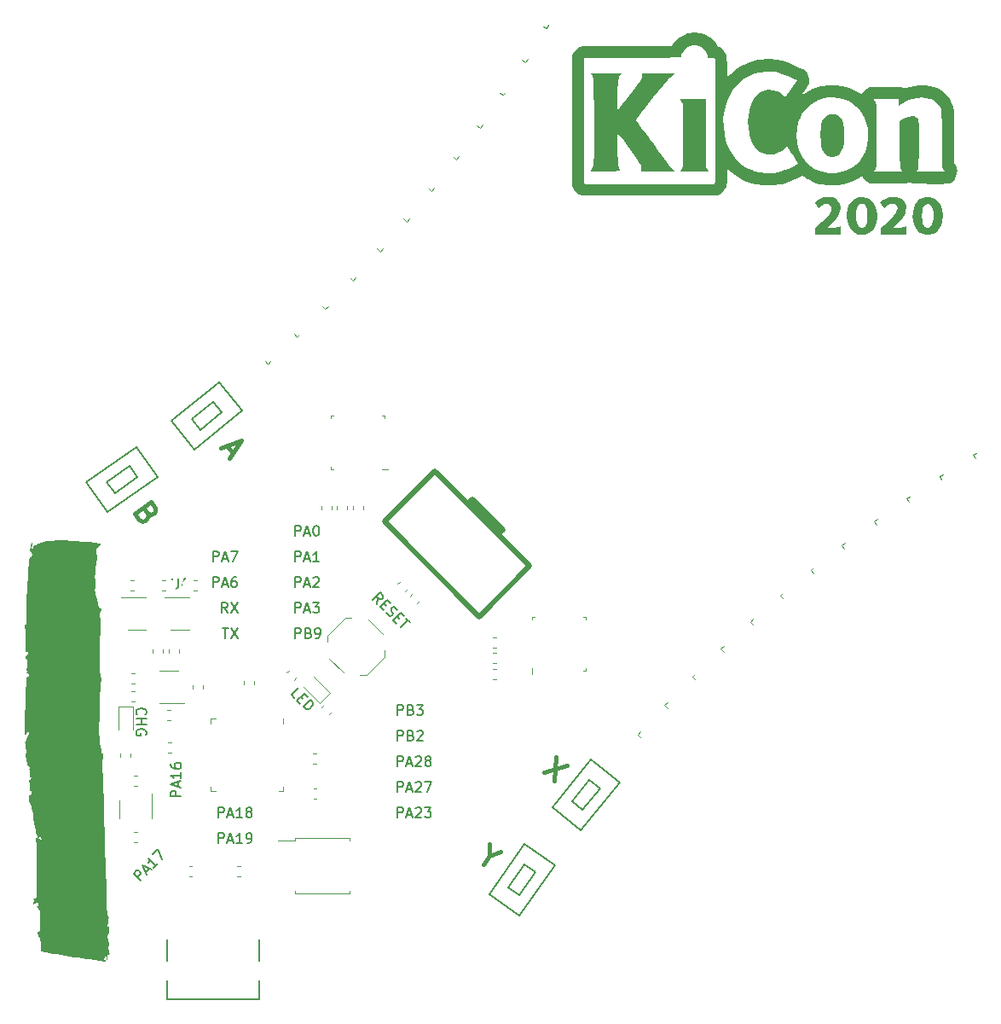
<source format=gto>
G04 #@! TF.GenerationSoftware,KiCad,Pcbnew,(5.99.0-3349-g91c4a681c)*
G04 #@! TF.CreationDate,2020-09-20T22:46:24+02:00*
G04 #@! TF.ProjectId,badge,62616467-652e-46b6-9963-61645f706362,0.1*
G04 #@! TF.SameCoordinates,Original*
G04 #@! TF.FileFunction,Legend,Top*
G04 #@! TF.FilePolarity,Positive*
%FSLAX46Y46*%
G04 Gerber Fmt 4.6, Leading zero omitted, Abs format (unit mm)*
G04 Created by KiCad (PCBNEW (5.99.0-3349-g91c4a681c)) date 2020-09-20 22:46:24*
%MOMM*%
%LPD*%
G01*
G04 APERTURE LIST*
%ADD10C,0.200000*%
%ADD11C,0.400000*%
%ADD12C,0.300000*%
%ADD13C,0.150000*%
%ADD14C,0.120000*%
%ADD15C,0.500000*%
%ADD16C,1.727200*%
%ADD17R,1.016000X1.016000*%
%ADD18O,0.200000X0.800000*%
%ADD19O,0.200000X1.000000*%
%ADD20O,0.800000X0.200000*%
%ADD21O,1.000000X0.200000*%
%ADD22R,1.000000X1.000000*%
%ADD23R,0.650000X1.060000*%
%ADD24R,1.060000X0.650000*%
%ADD25R,5.300000X5.300000*%
%ADD26C,0.650000*%
%ADD27R,0.300000X1.750000*%
%ADD28O,0.900000X2.100000*%
%ADD29O,1.000000X1.800000*%
G04 APERTURE END LIST*
D10*
X78778095Y-114422380D02*
X78778095Y-113422380D01*
X79159047Y-113422380D01*
X79254285Y-113470000D01*
X79301904Y-113517619D01*
X79349523Y-113612857D01*
X79349523Y-113755714D01*
X79301904Y-113850952D01*
X79254285Y-113898571D01*
X79159047Y-113946190D01*
X78778095Y-113946190D01*
X80111428Y-113898571D02*
X80254285Y-113946190D01*
X80301904Y-113993809D01*
X80349523Y-114089047D01*
X80349523Y-114231904D01*
X80301904Y-114327142D01*
X80254285Y-114374761D01*
X80159047Y-114422380D01*
X79778095Y-114422380D01*
X79778095Y-113422380D01*
X80111428Y-113422380D01*
X80206666Y-113470000D01*
X80254285Y-113517619D01*
X80301904Y-113612857D01*
X80301904Y-113708095D01*
X80254285Y-113803333D01*
X80206666Y-113850952D01*
X80111428Y-113898571D01*
X79778095Y-113898571D01*
X80825714Y-114422380D02*
X81016190Y-114422380D01*
X81111428Y-114374761D01*
X81159047Y-114327142D01*
X81254285Y-114184285D01*
X81301904Y-113993809D01*
X81301904Y-113612857D01*
X81254285Y-113517619D01*
X81206666Y-113470000D01*
X81111428Y-113422380D01*
X80920952Y-113422380D01*
X80825714Y-113470000D01*
X80778095Y-113517619D01*
X80730476Y-113612857D01*
X80730476Y-113850952D01*
X80778095Y-113946190D01*
X80825714Y-113993809D01*
X80920952Y-114041428D01*
X81111428Y-114041428D01*
X81206666Y-113993809D01*
X81254285Y-113946190D01*
X81301904Y-113850952D01*
X78778095Y-106802380D02*
X78778095Y-105802380D01*
X79159047Y-105802380D01*
X79254285Y-105850000D01*
X79301904Y-105897619D01*
X79349523Y-105992857D01*
X79349523Y-106135714D01*
X79301904Y-106230952D01*
X79254285Y-106278571D01*
X79159047Y-106326190D01*
X78778095Y-106326190D01*
X79730476Y-106516666D02*
X80206666Y-106516666D01*
X79635238Y-106802380D02*
X79968571Y-105802380D01*
X80301904Y-106802380D01*
X81159047Y-106802380D02*
X80587619Y-106802380D01*
X80873333Y-106802380D02*
X80873333Y-105802380D01*
X80778095Y-105945238D01*
X80682857Y-106040476D01*
X80587619Y-106088095D01*
X88938095Y-132202380D02*
X88938095Y-131202380D01*
X89319047Y-131202380D01*
X89414285Y-131250000D01*
X89461904Y-131297619D01*
X89509523Y-131392857D01*
X89509523Y-131535714D01*
X89461904Y-131630952D01*
X89414285Y-131678571D01*
X89319047Y-131726190D01*
X88938095Y-131726190D01*
X89890476Y-131916666D02*
X90366666Y-131916666D01*
X89795238Y-132202380D02*
X90128571Y-131202380D01*
X90461904Y-132202380D01*
X90747619Y-131297619D02*
X90795238Y-131250000D01*
X90890476Y-131202380D01*
X91128571Y-131202380D01*
X91223809Y-131250000D01*
X91271428Y-131297619D01*
X91319047Y-131392857D01*
X91319047Y-131488095D01*
X91271428Y-131630952D01*
X90700000Y-132202380D01*
X91319047Y-132202380D01*
X91652380Y-131202380D02*
X92271428Y-131202380D01*
X91938095Y-131583333D01*
X92080952Y-131583333D01*
X92176190Y-131630952D01*
X92223809Y-131678571D01*
X92271428Y-131773809D01*
X92271428Y-132011904D01*
X92223809Y-132107142D01*
X92176190Y-132154761D01*
X92080952Y-132202380D01*
X91795238Y-132202380D01*
X91700000Y-132154761D01*
X91652380Y-132107142D01*
X70628571Y-109342380D02*
X70628571Y-108342380D01*
X71009523Y-108342380D01*
X71104761Y-108390000D01*
X71152380Y-108437619D01*
X71200000Y-108532857D01*
X71200000Y-108675714D01*
X71152380Y-108770952D01*
X71104761Y-108818571D01*
X71009523Y-108866190D01*
X70628571Y-108866190D01*
X71580952Y-109056666D02*
X72057142Y-109056666D01*
X71485714Y-109342380D02*
X71819047Y-108342380D01*
X72152380Y-109342380D01*
X72914285Y-108342380D02*
X72723809Y-108342380D01*
X72628571Y-108390000D01*
X72580952Y-108437619D01*
X72485714Y-108580476D01*
X72438095Y-108770952D01*
X72438095Y-109151904D01*
X72485714Y-109247142D01*
X72533333Y-109294761D01*
X72628571Y-109342380D01*
X72819047Y-109342380D01*
X72914285Y-109294761D01*
X72961904Y-109247142D01*
X73009523Y-109151904D01*
X73009523Y-108913809D01*
X72961904Y-108818571D01*
X72914285Y-108770952D01*
X72819047Y-108723333D01*
X72628571Y-108723333D01*
X72533333Y-108770952D01*
X72485714Y-108818571D01*
X72438095Y-108913809D01*
X67432380Y-130111904D02*
X66432380Y-130111904D01*
X66432380Y-129730952D01*
X66480000Y-129635714D01*
X66527619Y-129588095D01*
X66622857Y-129540476D01*
X66765714Y-129540476D01*
X66860952Y-129588095D01*
X66908571Y-129635714D01*
X66956190Y-129730952D01*
X66956190Y-130111904D01*
X67146666Y-129159523D02*
X67146666Y-128683333D01*
X67432380Y-129254761D02*
X66432380Y-128921428D01*
X67432380Y-128588095D01*
X67432380Y-127730952D02*
X67432380Y-128302380D01*
X67432380Y-128016666D02*
X66432380Y-128016666D01*
X66575238Y-128111904D01*
X66670476Y-128207142D01*
X66718095Y-128302380D01*
X66432380Y-126873809D02*
X66432380Y-127064285D01*
X66480000Y-127159523D01*
X66527619Y-127207142D01*
X66670476Y-127302380D01*
X66860952Y-127350000D01*
X67241904Y-127350000D01*
X67337142Y-127302380D01*
X67384761Y-127254761D01*
X67432380Y-127159523D01*
X67432380Y-126969047D01*
X67384761Y-126873809D01*
X67337142Y-126826190D01*
X67241904Y-126778571D01*
X67003809Y-126778571D01*
X66908571Y-126826190D01*
X66860952Y-126873809D01*
X66813333Y-126969047D01*
X66813333Y-127159523D01*
X66860952Y-127254761D01*
X66908571Y-127302380D01*
X67003809Y-127350000D01*
D11*
X64103309Y-102003649D02*
X64189173Y-102292318D01*
X64165785Y-102424959D01*
X64064382Y-102612226D01*
X63830339Y-102776105D01*
X63619684Y-102807344D01*
X63487043Y-102783955D01*
X63299776Y-102682553D01*
X62862765Y-102058437D01*
X64501069Y-100911284D01*
X64883454Y-101457385D01*
X64914692Y-101668041D01*
X64891304Y-101800682D01*
X64789901Y-101987949D01*
X64633872Y-102097201D01*
X64423217Y-102128440D01*
X64290576Y-102105051D01*
X64103309Y-102003649D01*
X63720924Y-101457547D01*
D10*
X71158095Y-132202380D02*
X71158095Y-131202380D01*
X71539047Y-131202380D01*
X71634285Y-131250000D01*
X71681904Y-131297619D01*
X71729523Y-131392857D01*
X71729523Y-131535714D01*
X71681904Y-131630952D01*
X71634285Y-131678571D01*
X71539047Y-131726190D01*
X71158095Y-131726190D01*
X72110476Y-131916666D02*
X72586666Y-131916666D01*
X72015238Y-132202380D02*
X72348571Y-131202380D01*
X72681904Y-132202380D01*
X73539047Y-132202380D02*
X72967619Y-132202380D01*
X73253333Y-132202380D02*
X73253333Y-131202380D01*
X73158095Y-131345238D01*
X73062857Y-131440476D01*
X72967619Y-131488095D01*
X74110476Y-131630952D02*
X74015238Y-131583333D01*
X73967619Y-131535714D01*
X73920000Y-131440476D01*
X73920000Y-131392857D01*
X73967619Y-131297619D01*
X74015238Y-131250000D01*
X74110476Y-131202380D01*
X74300952Y-131202380D01*
X74396190Y-131250000D01*
X74443809Y-131297619D01*
X74491428Y-131392857D01*
X74491428Y-131440476D01*
X74443809Y-131535714D01*
X74396190Y-131583333D01*
X74300952Y-131630952D01*
X74110476Y-131630952D01*
X74015238Y-131678571D01*
X73967619Y-131726190D01*
X73920000Y-131821428D01*
X73920000Y-132011904D01*
X73967619Y-132107142D01*
X74015238Y-132154761D01*
X74110476Y-132202380D01*
X74300952Y-132202380D01*
X74396190Y-132154761D01*
X74443809Y-132107142D01*
X74491428Y-132011904D01*
X74491428Y-131821428D01*
X74443809Y-131726190D01*
X74396190Y-131678571D01*
X74300952Y-131630952D01*
X88938095Y-122042380D02*
X88938095Y-121042380D01*
X89319047Y-121042380D01*
X89414285Y-121090000D01*
X89461904Y-121137619D01*
X89509523Y-121232857D01*
X89509523Y-121375714D01*
X89461904Y-121470952D01*
X89414285Y-121518571D01*
X89319047Y-121566190D01*
X88938095Y-121566190D01*
X90271428Y-121518571D02*
X90414285Y-121566190D01*
X90461904Y-121613809D01*
X90509523Y-121709047D01*
X90509523Y-121851904D01*
X90461904Y-121947142D01*
X90414285Y-121994761D01*
X90319047Y-122042380D01*
X89938095Y-122042380D01*
X89938095Y-121042380D01*
X90271428Y-121042380D01*
X90366666Y-121090000D01*
X90414285Y-121137619D01*
X90461904Y-121232857D01*
X90461904Y-121328095D01*
X90414285Y-121423333D01*
X90366666Y-121470952D01*
X90271428Y-121518571D01*
X89938095Y-121518571D01*
X90842857Y-121042380D02*
X91461904Y-121042380D01*
X91128571Y-121423333D01*
X91271428Y-121423333D01*
X91366666Y-121470952D01*
X91414285Y-121518571D01*
X91461904Y-121613809D01*
X91461904Y-121851904D01*
X91414285Y-121947142D01*
X91366666Y-121994761D01*
X91271428Y-122042380D01*
X90985714Y-122042380D01*
X90890476Y-121994761D01*
X90842857Y-121947142D01*
X88938095Y-129662380D02*
X88938095Y-128662380D01*
X89319047Y-128662380D01*
X89414285Y-128710000D01*
X89461904Y-128757619D01*
X89509523Y-128852857D01*
X89509523Y-128995714D01*
X89461904Y-129090952D01*
X89414285Y-129138571D01*
X89319047Y-129186190D01*
X88938095Y-129186190D01*
X89890476Y-129376666D02*
X90366666Y-129376666D01*
X89795238Y-129662380D02*
X90128571Y-128662380D01*
X90461904Y-129662380D01*
X90747619Y-128757619D02*
X90795238Y-128710000D01*
X90890476Y-128662380D01*
X91128571Y-128662380D01*
X91223809Y-128710000D01*
X91271428Y-128757619D01*
X91319047Y-128852857D01*
X91319047Y-128948095D01*
X91271428Y-129090952D01*
X90700000Y-129662380D01*
X91319047Y-129662380D01*
X91652380Y-128662380D02*
X92319047Y-128662380D01*
X91890476Y-129662380D01*
X78778095Y-111882380D02*
X78778095Y-110882380D01*
X79159047Y-110882380D01*
X79254285Y-110930000D01*
X79301904Y-110977619D01*
X79349523Y-111072857D01*
X79349523Y-111215714D01*
X79301904Y-111310952D01*
X79254285Y-111358571D01*
X79159047Y-111406190D01*
X78778095Y-111406190D01*
X79730476Y-111596666D02*
X80206666Y-111596666D01*
X79635238Y-111882380D02*
X79968571Y-110882380D01*
X80301904Y-111882380D01*
X80540000Y-110882380D02*
X81159047Y-110882380D01*
X80825714Y-111263333D01*
X80968571Y-111263333D01*
X81063809Y-111310952D01*
X81111428Y-111358571D01*
X81159047Y-111453809D01*
X81159047Y-111691904D01*
X81111428Y-111787142D01*
X81063809Y-111834761D01*
X80968571Y-111882380D01*
X80682857Y-111882380D01*
X80587619Y-111834761D01*
X80540000Y-111787142D01*
D11*
X98058746Y-136056644D02*
X97512482Y-136836789D01*
X98113534Y-134816101D02*
X98058746Y-136056644D01*
X99205737Y-135580869D01*
D10*
X78778095Y-109342380D02*
X78778095Y-108342380D01*
X79159047Y-108342380D01*
X79254285Y-108390000D01*
X79301904Y-108437619D01*
X79349523Y-108532857D01*
X79349523Y-108675714D01*
X79301904Y-108770952D01*
X79254285Y-108818571D01*
X79159047Y-108866190D01*
X78778095Y-108866190D01*
X79730476Y-109056666D02*
X80206666Y-109056666D01*
X79635238Y-109342380D02*
X79968571Y-108342380D01*
X80301904Y-109342380D01*
X80587619Y-108437619D02*
X80635238Y-108390000D01*
X80730476Y-108342380D01*
X80968571Y-108342380D01*
X81063809Y-108390000D01*
X81111428Y-108437619D01*
X81159047Y-108532857D01*
X81159047Y-108628095D01*
X81111428Y-108770952D01*
X80540000Y-109342380D01*
X81159047Y-109342380D01*
X70628571Y-106802380D02*
X70628571Y-105802380D01*
X71009523Y-105802380D01*
X71104761Y-105850000D01*
X71152380Y-105897619D01*
X71200000Y-105992857D01*
X71200000Y-106135714D01*
X71152380Y-106230952D01*
X71104761Y-106278571D01*
X71009523Y-106326190D01*
X70628571Y-106326190D01*
X71580952Y-106516666D02*
X72057142Y-106516666D01*
X71485714Y-106802380D02*
X71819047Y-105802380D01*
X72152380Y-106802380D01*
X72390476Y-105802380D02*
X73057142Y-105802380D01*
X72628571Y-106802380D01*
X78778095Y-104262380D02*
X78778095Y-103262380D01*
X79159047Y-103262380D01*
X79254285Y-103310000D01*
X79301904Y-103357619D01*
X79349523Y-103452857D01*
X79349523Y-103595714D01*
X79301904Y-103690952D01*
X79254285Y-103738571D01*
X79159047Y-103786190D01*
X78778095Y-103786190D01*
X79730476Y-103976666D02*
X80206666Y-103976666D01*
X79635238Y-104262380D02*
X79968571Y-103262380D01*
X80301904Y-104262380D01*
X80825714Y-103262380D02*
X80920952Y-103262380D01*
X81016190Y-103310000D01*
X81063809Y-103357619D01*
X81111428Y-103452857D01*
X81159047Y-103643333D01*
X81159047Y-103881428D01*
X81111428Y-104071904D01*
X81063809Y-104167142D01*
X81016190Y-104214761D01*
X80920952Y-104262380D01*
X80825714Y-104262380D01*
X80730476Y-104214761D01*
X80682857Y-104167142D01*
X80635238Y-104071904D01*
X80587619Y-103881428D01*
X80587619Y-103643333D01*
X80635238Y-103452857D01*
X80682857Y-103357619D01*
X80730476Y-103310000D01*
X80825714Y-103262380D01*
X63092257Y-121993314D02*
X63044638Y-121945695D01*
X62997019Y-121802838D01*
X62997019Y-121707600D01*
X63044638Y-121564742D01*
X63139876Y-121469504D01*
X63235114Y-121421885D01*
X63425590Y-121374266D01*
X63568447Y-121374266D01*
X63758923Y-121421885D01*
X63854161Y-121469504D01*
X63949400Y-121564742D01*
X63997019Y-121707600D01*
X63997019Y-121802838D01*
X63949400Y-121945695D01*
X63901780Y-121993314D01*
X62997019Y-122421885D02*
X63997019Y-122421885D01*
X63520828Y-122421885D02*
X63520828Y-122993314D01*
X62997019Y-122993314D02*
X63997019Y-122993314D01*
X63949400Y-123993314D02*
X63997019Y-123898076D01*
X63997019Y-123755219D01*
X63949400Y-123612361D01*
X63854161Y-123517123D01*
X63758923Y-123469504D01*
X63568447Y-123421885D01*
X63425590Y-123421885D01*
X63235114Y-123469504D01*
X63139876Y-123517123D01*
X63044638Y-123612361D01*
X62997019Y-123755219D01*
X62997019Y-123850457D01*
X63044638Y-123993314D01*
X63092257Y-124040933D01*
X63425590Y-124040933D01*
X63425590Y-123850457D01*
X71580952Y-113422380D02*
X72152380Y-113422380D01*
X71866666Y-114422380D02*
X71866666Y-113422380D01*
X72390476Y-113422380D02*
X73057142Y-114422380D01*
X73057142Y-113422380D02*
X72390476Y-114422380D01*
X88938095Y-127122380D02*
X88938095Y-126122380D01*
X89319047Y-126122380D01*
X89414285Y-126170000D01*
X89461904Y-126217619D01*
X89509523Y-126312857D01*
X89509523Y-126455714D01*
X89461904Y-126550952D01*
X89414285Y-126598571D01*
X89319047Y-126646190D01*
X88938095Y-126646190D01*
X89890476Y-126836666D02*
X90366666Y-126836666D01*
X89795238Y-127122380D02*
X90128571Y-126122380D01*
X90461904Y-127122380D01*
X90747619Y-126217619D02*
X90795238Y-126170000D01*
X90890476Y-126122380D01*
X91128571Y-126122380D01*
X91223809Y-126170000D01*
X91271428Y-126217619D01*
X91319047Y-126312857D01*
X91319047Y-126408095D01*
X91271428Y-126550952D01*
X90700000Y-127122380D01*
X91319047Y-127122380D01*
X91890476Y-126550952D02*
X91795238Y-126503333D01*
X91747619Y-126455714D01*
X91700000Y-126360476D01*
X91700000Y-126312857D01*
X91747619Y-126217619D01*
X91795238Y-126170000D01*
X91890476Y-126122380D01*
X92080952Y-126122380D01*
X92176190Y-126170000D01*
X92223809Y-126217619D01*
X92271428Y-126312857D01*
X92271428Y-126360476D01*
X92223809Y-126455714D01*
X92176190Y-126503333D01*
X92080952Y-126550952D01*
X91890476Y-126550952D01*
X91795238Y-126598571D01*
X91747619Y-126646190D01*
X91700000Y-126741428D01*
X91700000Y-126931904D01*
X91747619Y-127027142D01*
X91795238Y-127074761D01*
X91890476Y-127122380D01*
X92080952Y-127122380D01*
X92176190Y-127074761D01*
X92223809Y-127027142D01*
X92271428Y-126931904D01*
X92271428Y-126741428D01*
X92223809Y-126646190D01*
X92176190Y-126598571D01*
X92080952Y-126550952D01*
X78727749Y-120363112D02*
X78391032Y-120026395D01*
X79098138Y-119319288D01*
X79333841Y-120228425D02*
X79569543Y-120464128D01*
X79300169Y-120935532D02*
X78963451Y-120598815D01*
X79670558Y-119891708D01*
X80007276Y-120228425D01*
X79603215Y-121238578D02*
X80310322Y-120531471D01*
X80478680Y-120699830D01*
X80546024Y-120834517D01*
X80546024Y-120969204D01*
X80512352Y-121070219D01*
X80411337Y-121238578D01*
X80310322Y-121339593D01*
X80141963Y-121440609D01*
X80040948Y-121474280D01*
X79906261Y-121474280D01*
X79771574Y-121406937D01*
X79603215Y-121238578D01*
X71158095Y-134742380D02*
X71158095Y-133742380D01*
X71539047Y-133742380D01*
X71634285Y-133790000D01*
X71681904Y-133837619D01*
X71729523Y-133932857D01*
X71729523Y-134075714D01*
X71681904Y-134170952D01*
X71634285Y-134218571D01*
X71539047Y-134266190D01*
X71158095Y-134266190D01*
X72110476Y-134456666D02*
X72586666Y-134456666D01*
X72015238Y-134742380D02*
X72348571Y-133742380D01*
X72681904Y-134742380D01*
X73539047Y-134742380D02*
X72967619Y-134742380D01*
X73253333Y-134742380D02*
X73253333Y-133742380D01*
X73158095Y-133885238D01*
X73062857Y-133980476D01*
X72967619Y-134028095D01*
X74015238Y-134742380D02*
X74205714Y-134742380D01*
X74300952Y-134694761D01*
X74348571Y-134647142D01*
X74443809Y-134504285D01*
X74491428Y-134313809D01*
X74491428Y-133932857D01*
X74443809Y-133837619D01*
X74396190Y-133790000D01*
X74300952Y-133742380D01*
X74110476Y-133742380D01*
X74015238Y-133790000D01*
X73967619Y-133837619D01*
X73920000Y-133932857D01*
X73920000Y-134170952D01*
X73967619Y-134266190D01*
X74015238Y-134313809D01*
X74110476Y-134361428D01*
X74300952Y-134361428D01*
X74396190Y-134313809D01*
X74443809Y-134266190D01*
X74491428Y-134170952D01*
X63446248Y-138463515D02*
X62739141Y-137756408D01*
X63008515Y-137487034D01*
X63109530Y-137453362D01*
X63176874Y-137453362D01*
X63277889Y-137487034D01*
X63378904Y-137588049D01*
X63412576Y-137689064D01*
X63412576Y-137756408D01*
X63378904Y-137857423D01*
X63109530Y-138126797D01*
X63917652Y-137588049D02*
X64254370Y-137251332D01*
X64052339Y-137857423D02*
X63580935Y-136914614D01*
X64523744Y-137386019D01*
X65129835Y-136779927D02*
X64725774Y-137183988D01*
X64927805Y-136981958D02*
X64220698Y-136274851D01*
X64254370Y-136443210D01*
X64254370Y-136577897D01*
X64220698Y-136678912D01*
X64658431Y-135837118D02*
X65129835Y-135365713D01*
X65533896Y-136375866D01*
D11*
X71985935Y-95297327D02*
X72585288Y-96037466D01*
X71421982Y-95508911D02*
X73395820Y-94768368D01*
X72261075Y-96545106D01*
D10*
X86918329Y-111002293D02*
X87019345Y-110429873D01*
X86514268Y-110598232D02*
X87221375Y-109891125D01*
X87490749Y-110160499D01*
X87524421Y-110261514D01*
X87524421Y-110328858D01*
X87490749Y-110429873D01*
X87389734Y-110530888D01*
X87288719Y-110564560D01*
X87221375Y-110564560D01*
X87120360Y-110530888D01*
X86850986Y-110261514D01*
X87591764Y-110934949D02*
X87827467Y-111170651D01*
X87558093Y-111642056D02*
X87221375Y-111305338D01*
X87928482Y-110598232D01*
X88265200Y-110934949D01*
X87861138Y-111877758D02*
X87928482Y-112012445D01*
X88096841Y-112180804D01*
X88197856Y-112214476D01*
X88265200Y-112214476D01*
X88366215Y-112180804D01*
X88433558Y-112113461D01*
X88467230Y-112012445D01*
X88467230Y-111945102D01*
X88433558Y-111844087D01*
X88332543Y-111675728D01*
X88298871Y-111574712D01*
X88298871Y-111507369D01*
X88332543Y-111406354D01*
X88399887Y-111339010D01*
X88500902Y-111305338D01*
X88568245Y-111305338D01*
X88669261Y-111339010D01*
X88837619Y-111507369D01*
X88904963Y-111642056D01*
X88904963Y-112248148D02*
X89140665Y-112483850D01*
X88871291Y-112955254D02*
X88534574Y-112618537D01*
X89241680Y-111911430D01*
X89578398Y-112248148D01*
X89780428Y-112450178D02*
X90184489Y-112854239D01*
X89275352Y-113359315D02*
X89982459Y-112652209D01*
X88938095Y-124582380D02*
X88938095Y-123582380D01*
X89319047Y-123582380D01*
X89414285Y-123630000D01*
X89461904Y-123677619D01*
X89509523Y-123772857D01*
X89509523Y-123915714D01*
X89461904Y-124010952D01*
X89414285Y-124058571D01*
X89319047Y-124106190D01*
X88938095Y-124106190D01*
X90271428Y-124058571D02*
X90414285Y-124106190D01*
X90461904Y-124153809D01*
X90509523Y-124249047D01*
X90509523Y-124391904D01*
X90461904Y-124487142D01*
X90414285Y-124534761D01*
X90319047Y-124582380D01*
X89938095Y-124582380D01*
X89938095Y-123582380D01*
X90271428Y-123582380D01*
X90366666Y-123630000D01*
X90414285Y-123677619D01*
X90461904Y-123772857D01*
X90461904Y-123868095D01*
X90414285Y-123963333D01*
X90366666Y-124010952D01*
X90271428Y-124058571D01*
X89938095Y-124058571D01*
X90890476Y-123677619D02*
X90938095Y-123630000D01*
X91033333Y-123582380D01*
X91271428Y-123582380D01*
X91366666Y-123630000D01*
X91414285Y-123677619D01*
X91461904Y-123772857D01*
X91461904Y-123868095D01*
X91414285Y-124010952D01*
X90842857Y-124582380D01*
X91461904Y-124582380D01*
D11*
X104713534Y-126184632D02*
X104491088Y-128578017D01*
X105749728Y-127023726D02*
X103454893Y-127738924D01*
D10*
X72057142Y-111882380D02*
X71723809Y-111406190D01*
X71485714Y-111882380D02*
X71485714Y-110882380D01*
X71866666Y-110882380D01*
X71961904Y-110930000D01*
X72009523Y-110977619D01*
X72057142Y-111072857D01*
X72057142Y-111215714D01*
X72009523Y-111310952D01*
X71961904Y-111358571D01*
X71866666Y-111406190D01*
X71485714Y-111406190D01*
X72390476Y-110882380D02*
X73057142Y-111882380D01*
X73057142Y-110882380D02*
X72390476Y-111882380D01*
D12*
G04 #@! TO.C,G\u002A\u002A\u002A*
X54766228Y-125019000D02*
X54621085Y-124946428D01*
X54403371Y-124946428D01*
X54185657Y-125019000D01*
X54040514Y-125164142D01*
X53967942Y-125309285D01*
X53895371Y-125599571D01*
X53895371Y-125817285D01*
X53967942Y-126107571D01*
X54040514Y-126252714D01*
X54185657Y-126397857D01*
X54403371Y-126470428D01*
X54548514Y-126470428D01*
X54766228Y-126397857D01*
X54838800Y-126325285D01*
X54838800Y-125817285D01*
X54548514Y-125817285D01*
X55709657Y-124946428D02*
X55709657Y-125309285D01*
X55346800Y-125164142D02*
X55709657Y-125309285D01*
X56072514Y-125164142D01*
X55491942Y-125599571D02*
X55709657Y-125309285D01*
X55927371Y-125599571D01*
X56870800Y-124946428D02*
X56870800Y-125309285D01*
X56507942Y-125164142D02*
X56870800Y-125309285D01*
X57233657Y-125164142D01*
X56653085Y-125599571D02*
X56870800Y-125309285D01*
X57088514Y-125599571D01*
X58031942Y-124946428D02*
X58031942Y-125309285D01*
X57669085Y-125164142D02*
X58031942Y-125309285D01*
X58394800Y-125164142D01*
X57814228Y-125599571D02*
X58031942Y-125309285D01*
X58249657Y-125599571D01*
D13*
G04 #@! TO.C,U4*
X66573085Y-108494870D02*
X66573085Y-109304394D01*
X66620704Y-109399632D01*
X66668323Y-109447251D01*
X66763561Y-109494870D01*
X66954037Y-109494870D01*
X67049275Y-109447251D01*
X67096894Y-109399632D01*
X67144513Y-109304394D01*
X67144513Y-108494870D01*
X68049275Y-108828204D02*
X68049275Y-109494870D01*
X67811180Y-108447251D02*
X67573085Y-109161537D01*
X68192132Y-109161537D01*
D14*
G04 #@! TO.C,D18*
X126933345Y-110178699D02*
X127237507Y-109918920D01*
X127193124Y-110482861D02*
X126933345Y-110178699D01*
G04 #@! TO.C,D10*
X81773123Y-81773124D02*
X81490280Y-81490281D01*
X82055966Y-81490281D02*
X81773123Y-81773124D01*
G04 #@! TO.C,D19*
X129972621Y-107650960D02*
X130283479Y-107399232D01*
X130224349Y-107961818D02*
X129972621Y-107650960D01*
G04 #@! TO.C,D1*
X103748665Y-53897283D02*
X103407609Y-53688284D01*
X103957664Y-53556227D02*
X103748665Y-53897283D01*
G04 #@! TO.C,D20*
X133077024Y-105203646D02*
X133394365Y-104960141D01*
X133320529Y-105520987D02*
X133077024Y-105203646D01*
G04 #@! TO.C,D5*
X94796355Y-66922976D02*
X94479014Y-66679471D01*
X95039860Y-66605635D02*
X94796355Y-66922976D01*
G04 #@! TO.C,D24*
X146102717Y-96251335D02*
X146443773Y-96042336D01*
X146311716Y-96592391D02*
X146102717Y-96251335D01*
G04 #@! TO.C,D23*
X142759506Y-98360744D02*
X143094974Y-98142888D01*
X142977362Y-98696212D02*
X142759506Y-98360744D01*
G04 #@! TO.C,D9*
X84531530Y-78941541D02*
X84241380Y-78666199D01*
X84806872Y-78651391D02*
X84531530Y-78941541D01*
G04 #@! TO.C,D7*
X89821300Y-73066655D02*
X89517138Y-72806876D01*
X90081079Y-72762493D02*
X89821300Y-73066655D01*
G04 #@! TO.C,D6*
X92349040Y-70027379D02*
X92038182Y-69775651D01*
X92600768Y-69716521D02*
X92349040Y-70027379D01*
G04 #@! TO.C,D15*
X118226876Y-118226876D02*
X118509719Y-117944033D01*
X118509719Y-118509719D02*
X118226876Y-118226876D01*
G04 #@! TO.C,D4*
X97161566Y-63755573D02*
X96837959Y-63520459D01*
X97396680Y-63431966D02*
X97161566Y-63755573D01*
G04 #@! TO.C,D16*
X121058459Y-115468470D02*
X121348609Y-115193128D01*
X121333801Y-115758620D02*
X121058459Y-115468470D01*
G04 #@! TO.C,D11*
X78941542Y-84531530D02*
X78666200Y-84241380D01*
X79231692Y-84256188D02*
X78941542Y-84531530D01*
G04 #@! TO.C,D17*
X123961278Y-112785131D02*
X124258536Y-112517479D01*
X124228930Y-113082389D02*
X123961278Y-112785131D01*
G04 #@! TO.C,D14*
X115468470Y-121058459D02*
X115743812Y-120768309D01*
X115758620Y-121333801D02*
X115468470Y-121058459D01*
G04 #@! TO.C,D12*
X76038722Y-87214869D02*
X75771070Y-86917611D01*
X76335980Y-86947217D02*
X76038722Y-87214869D01*
G04 #@! TO.C,D22*
X139472658Y-100556946D02*
X139802308Y-100330384D01*
X139699220Y-100886596D02*
X139472658Y-100556946D01*
G04 #@! TO.C,D13*
X112785131Y-123961278D02*
X113052783Y-123664020D01*
X113082389Y-124228930D02*
X112785131Y-123961278D01*
G04 #@! TO.C,D21*
X136244427Y-102838434D02*
X136568034Y-102603320D01*
X136479541Y-103162041D02*
X136244427Y-102838434D01*
G04 #@! TO.C,D2*
X101639256Y-57240494D02*
X101303788Y-57022638D01*
X101857112Y-56905026D02*
X101639256Y-57240494D01*
G04 #@! TO.C,D3*
X99443055Y-60527342D02*
X99113405Y-60300780D01*
X99669617Y-60197692D02*
X99443055Y-60527342D01*
G04 #@! TO.C,D8*
X87214868Y-76038722D02*
X86917610Y-75771070D01*
X87482520Y-75741464D02*
X87214868Y-76038722D01*
G04 #@! TO.C,G\u002A\u002A\u002A*
G36*
X52479851Y-105752281D02*
G01*
X52439822Y-105754638D01*
X52446348Y-105701768D01*
X52455586Y-105675740D01*
X52481747Y-105577655D01*
X52508575Y-105433626D01*
X52522897Y-105332767D01*
X52560234Y-105152822D01*
X52618148Y-105019451D01*
X52637497Y-104993535D01*
X52722303Y-104897027D01*
X52701783Y-105080535D01*
X52672731Y-105214276D01*
X52625556Y-105322032D01*
X52610241Y-105342521D01*
X52567330Y-105430417D01*
X52570852Y-105522231D01*
X52615122Y-105585639D01*
X52654923Y-105596693D01*
X52707826Y-105560150D01*
X52744697Y-105473689D01*
X52754353Y-105372060D01*
X52743586Y-105321161D01*
X52750107Y-105269417D01*
X52806674Y-105257461D01*
X52901411Y-105233463D01*
X53009277Y-105175500D01*
X53012492Y-105173234D01*
X53279193Y-105025741D01*
X53624842Y-104906455D01*
X54048349Y-104815537D01*
X54548624Y-104753152D01*
X55124578Y-104719461D01*
X55775122Y-104714627D01*
X56045194Y-104720493D01*
X56404695Y-104734541D01*
X56797055Y-104756128D01*
X57208299Y-104783969D01*
X57624452Y-104816779D01*
X58031538Y-104853273D01*
X58415585Y-104892165D01*
X58762615Y-104932172D01*
X59058656Y-104972008D01*
X59289731Y-105010387D01*
X59363308Y-105025597D01*
X59430491Y-105052453D01*
X59450467Y-105100041D01*
X59420024Y-105179426D01*
X59335951Y-105301675D01*
X59252422Y-105407634D01*
X59046127Y-105662591D01*
X59086008Y-105937071D01*
X59107363Y-106222795D01*
X59099902Y-106580312D01*
X59064103Y-107001828D01*
X59000439Y-107479547D01*
X58986447Y-107568479D01*
X58945551Y-107850273D01*
X58921785Y-108095938D01*
X58913014Y-108342291D01*
X58917105Y-108626151D01*
X58920116Y-108713387D01*
X58930335Y-108936991D01*
X58942841Y-109136599D01*
X58956225Y-109293624D01*
X58969081Y-109389476D01*
X58972277Y-109402452D01*
X58981185Y-109476037D01*
X58935675Y-109497775D01*
X58929885Y-109497861D01*
X58893713Y-109513849D01*
X58878694Y-109567466D01*
X58886125Y-109667191D01*
X58917304Y-109821503D01*
X58973528Y-110038881D01*
X59056094Y-110327805D01*
X59057744Y-110333421D01*
X59111380Y-110528841D01*
X59151542Y-110700517D01*
X59174069Y-110828791D01*
X59175777Y-110891067D01*
X59180546Y-111003789D01*
X59230767Y-111146235D01*
X59311275Y-111288816D01*
X59406905Y-111401942D01*
X59456422Y-111438654D01*
X59541387Y-111493807D01*
X59575908Y-111548253D01*
X59561591Y-111624508D01*
X59500038Y-111745088D01*
X59480688Y-111779152D01*
X59417007Y-111906320D01*
X59375762Y-112018397D01*
X59368593Y-112054778D01*
X59363854Y-112204368D01*
X59375569Y-112312551D01*
X59401009Y-112361865D01*
X59416313Y-112360132D01*
X59434742Y-112388497D01*
X59447571Y-112496534D01*
X59454799Y-112679292D01*
X59456426Y-112931818D01*
X59452453Y-113249162D01*
X59442878Y-113626373D01*
X59427702Y-114058499D01*
X59416352Y-114331918D01*
X59398569Y-114810783D01*
X59386532Y-115292352D01*
X59380053Y-115767648D01*
X59378948Y-116227693D01*
X59383031Y-116663511D01*
X59392115Y-117066126D01*
X59406015Y-117426560D01*
X59424544Y-117735836D01*
X59447517Y-117984978D01*
X59474747Y-118165010D01*
X59497479Y-118248332D01*
X59518926Y-118344594D01*
X59523908Y-118490674D01*
X59512529Y-118700176D01*
X59501908Y-118820787D01*
X59467550Y-119207122D01*
X59438365Y-119596228D01*
X59413814Y-120000460D01*
X59393361Y-120432171D01*
X59376470Y-120903717D01*
X59362602Y-121427453D01*
X59351221Y-122015733D01*
X59345004Y-122431083D01*
X59338771Y-122991283D01*
X59336634Y-123473080D01*
X59338945Y-123882794D01*
X59346054Y-124226746D01*
X59358313Y-124511259D01*
X59376073Y-124742654D01*
X59399684Y-124927252D01*
X59429498Y-125071374D01*
X59465866Y-125181342D01*
X59501640Y-125251790D01*
X59559205Y-125386956D01*
X59583940Y-125565085D01*
X59585929Y-125653138D01*
X59588210Y-125797185D01*
X59599128Y-125873969D01*
X59624792Y-125900996D01*
X59670662Y-125895945D01*
X59714039Y-125889851D01*
X59737150Y-125911297D01*
X59743588Y-125976957D01*
X59736942Y-126103503D01*
X59731240Y-126177226D01*
X59709627Y-126365380D01*
X59677501Y-126551951D01*
X59646652Y-126679007D01*
X59617969Y-126799746D01*
X59606411Y-126932503D01*
X59611194Y-127102386D01*
X59627434Y-127293866D01*
X59654782Y-127607388D01*
X59680996Y-127984683D01*
X59706159Y-128428048D01*
X59730355Y-128939781D01*
X59753669Y-129522179D01*
X59776185Y-130177542D01*
X59797986Y-130908165D01*
X59819157Y-131716348D01*
X59839782Y-132604388D01*
X59859945Y-133574582D01*
X59863020Y-133731751D01*
X59870532Y-134064025D01*
X59881320Y-134463827D01*
X59894821Y-134913963D01*
X59910471Y-135397240D01*
X59927704Y-135896466D01*
X59945957Y-136394445D01*
X59964665Y-136873986D01*
X59972302Y-137060466D01*
X59991090Y-137531049D01*
X60009613Y-138030050D01*
X60027302Y-138539729D01*
X60043592Y-139042349D01*
X60057915Y-139520169D01*
X60069703Y-139955451D01*
X60078390Y-140330455D01*
X60080748Y-140452786D01*
X60087666Y-140830973D01*
X60093923Y-141133794D01*
X60100290Y-141370678D01*
X60107538Y-141551057D01*
X60116438Y-141684359D01*
X60127761Y-141780016D01*
X60142278Y-141847456D01*
X60160760Y-141896110D01*
X60183979Y-141935407D01*
X60204282Y-141963496D01*
X60261572Y-142053064D01*
X60282115Y-142112295D01*
X60279351Y-142119853D01*
X60264075Y-142170273D01*
X60244166Y-142283755D01*
X60223186Y-142438949D01*
X60216585Y-142496122D01*
X60195642Y-142669256D01*
X60174602Y-142816427D01*
X60157229Y-142911964D01*
X60153587Y-142925795D01*
X60160367Y-142995817D01*
X60218187Y-143026150D01*
X60261663Y-143044755D01*
X60288054Y-143084577D01*
X60301552Y-143163527D01*
X60306349Y-143299518D01*
X60306797Y-143404810D01*
X60304020Y-143583590D01*
X60293920Y-143692531D01*
X60273840Y-143746475D01*
X60243191Y-143760299D01*
X60188094Y-143797650D01*
X60167356Y-143904314D01*
X60180667Y-144072204D01*
X60227717Y-144293235D01*
X60269164Y-144438763D01*
X60325424Y-144699524D01*
X60317570Y-144913412D01*
X60251047Y-145080435D01*
X60228446Y-145143065D01*
X60234855Y-145230171D01*
X60273026Y-145364414D01*
X60292445Y-145421160D01*
X60347242Y-145602065D01*
X60359649Y-145718500D01*
X60328981Y-145779840D01*
X60265048Y-145795691D01*
X60186325Y-145818142D01*
X60129831Y-145868796D01*
X60117687Y-145922600D01*
X60135122Y-145942832D01*
X60164796Y-146001571D01*
X60177867Y-146106255D01*
X60174136Y-146219873D01*
X60153404Y-146305413D01*
X60137181Y-146325741D01*
X60103555Y-146313033D01*
X60094777Y-146266633D01*
X60075760Y-146152871D01*
X60029128Y-146046086D01*
X59970512Y-145976620D01*
X59939556Y-145965307D01*
X59887707Y-145994752D01*
X59882757Y-146014973D01*
X59856535Y-146082901D01*
X59814008Y-146140606D01*
X59767076Y-146235053D01*
X59794527Y-146310962D01*
X59886960Y-146346441D01*
X59902628Y-146346943D01*
X59970199Y-146355220D01*
X60001136Y-146395596D01*
X60009244Y-146491388D01*
X60009319Y-146527160D01*
X59998747Y-146655378D01*
X59973196Y-146753592D01*
X59963743Y-146770983D01*
X59937668Y-146792776D01*
X59935264Y-146744458D01*
X59944880Y-146676806D01*
X59955859Y-146620680D01*
X59960932Y-146578044D01*
X59950017Y-146545533D01*
X59913033Y-146519779D01*
X59839897Y-146497417D01*
X59720528Y-146475080D01*
X59544845Y-146449402D01*
X59302765Y-146417016D01*
X59077081Y-146387037D01*
X58786373Y-146347029D01*
X58450746Y-146298947D01*
X58078397Y-146244108D01*
X57677518Y-146183829D01*
X57256305Y-146119426D01*
X56822952Y-146052218D01*
X56385653Y-145983521D01*
X55952604Y-145914653D01*
X55531999Y-145846929D01*
X55132031Y-145781668D01*
X54760896Y-145720186D01*
X54426789Y-145663801D01*
X54137903Y-145613829D01*
X53902433Y-145571588D01*
X53728575Y-145538395D01*
X53624521Y-145515566D01*
X53597464Y-145506325D01*
X53574596Y-145442145D01*
X53553473Y-145302719D01*
X53535204Y-145097608D01*
X53521570Y-144852228D01*
X53509986Y-144606607D01*
X53496367Y-144425579D01*
X53475560Y-144288984D01*
X53442413Y-144176665D01*
X53391772Y-144068463D01*
X53318485Y-143944220D01*
X53269541Y-143866309D01*
X53212141Y-143739888D01*
X53186213Y-143613090D01*
X53186181Y-143611885D01*
X53183241Y-143484673D01*
X53367639Y-143781501D01*
X53399840Y-143633087D01*
X53409215Y-143549563D01*
X53418185Y-143395051D01*
X53426280Y-143183373D01*
X53433030Y-142928347D01*
X53437965Y-142643796D01*
X53439954Y-142452739D01*
X53447867Y-141420805D01*
X53264162Y-141233623D01*
X53167251Y-141131590D01*
X53125688Y-141074996D01*
X53133268Y-141050940D01*
X53174095Y-141046442D01*
X53232857Y-141035924D01*
X53260245Y-140989368D01*
X53267643Y-140884269D01*
X53267732Y-140861318D01*
X53267732Y-140676194D01*
X53094705Y-140707834D01*
X52973844Y-140738835D01*
X52887181Y-140776825D01*
X52874204Y-140786948D01*
X52806569Y-140831525D01*
X52768838Y-140797963D01*
X52758884Y-140705718D01*
X52765111Y-140619457D01*
X52795026Y-140601173D01*
X52843692Y-140622402D01*
X52907913Y-140645236D01*
X52927728Y-140604696D01*
X52928500Y-140577577D01*
X52902910Y-140480619D01*
X52843692Y-140379549D01*
X52771847Y-140269293D01*
X52759473Y-140202502D01*
X52805603Y-140186504D01*
X52866460Y-140206791D01*
X52957757Y-140233403D01*
X53026253Y-140202341D01*
X53046677Y-140183221D01*
X53066132Y-140157077D01*
X53082004Y-140115724D01*
X53094762Y-140050625D01*
X53104876Y-139953243D01*
X53112816Y-139815039D01*
X53119052Y-139627477D01*
X53124053Y-139382018D01*
X53128289Y-139070124D01*
X53132230Y-138683258D01*
X53132833Y-138617354D01*
X53134821Y-138178759D01*
X53133678Y-137687105D01*
X53129686Y-137169353D01*
X53123128Y-136652465D01*
X53114286Y-136163404D01*
X53103442Y-135729132D01*
X53102107Y-135684792D01*
X53092028Y-135344394D01*
X53083518Y-135031949D01*
X53076787Y-134757312D01*
X53072046Y-134530340D01*
X53069505Y-134360888D01*
X53069375Y-134258812D01*
X53071033Y-134232345D01*
X53114651Y-134238097D01*
X53215049Y-134266233D01*
X53331338Y-134304205D01*
X53463010Y-134346340D01*
X53558599Y-134370984D01*
X53594307Y-134373401D01*
X53589060Y-134330436D01*
X53561285Y-134245781D01*
X53523963Y-134154761D01*
X53492201Y-134095552D01*
X53456626Y-134109048D01*
X53386176Y-134165501D01*
X53374239Y-134176526D01*
X53269060Y-134275337D01*
X53201475Y-134113584D01*
X53162189Y-134004875D01*
X53120058Y-133857553D01*
X53073514Y-133664210D01*
X53020991Y-133417439D01*
X52960920Y-133109833D01*
X52891734Y-132733986D01*
X52811865Y-132282490D01*
X52802103Y-132226409D01*
X52736920Y-131854474D01*
X52683365Y-131557421D01*
X52639416Y-131326432D01*
X52603050Y-131152686D01*
X52572244Y-131027365D01*
X52544975Y-130941648D01*
X52519220Y-130886717D01*
X52492956Y-130853751D01*
X52485876Y-130847753D01*
X52439072Y-130771994D01*
X52396654Y-130634184D01*
X52363157Y-130457077D01*
X52343117Y-130263431D01*
X52339762Y-130114722D01*
X52345299Y-129999560D01*
X52354784Y-129941782D01*
X52364540Y-129949614D01*
X52404151Y-130016674D01*
X52461004Y-130017122D01*
X52523571Y-129964125D01*
X52580328Y-129870850D01*
X52619746Y-129750465D01*
X52631047Y-129645173D01*
X52626615Y-129553157D01*
X52604965Y-129531422D01*
X52564834Y-129557639D01*
X52494227Y-129583805D01*
X52444558Y-129528395D01*
X52416190Y-129392110D01*
X52409311Y-129258128D01*
X52412387Y-129208324D01*
X52420752Y-129097433D01*
X52432637Y-128948880D01*
X52433356Y-128940098D01*
X52442295Y-128803224D01*
X52443463Y-128715411D01*
X52436738Y-128693173D01*
X52435141Y-128696275D01*
X52394229Y-128749198D01*
X52357992Y-128727835D01*
X52336797Y-128642518D01*
X52334844Y-128596330D01*
X52342866Y-128495208D01*
X52371935Y-128462550D01*
X52398115Y-128467658D01*
X52465192Y-128451088D01*
X52525327Y-128368291D01*
X52575311Y-128264013D01*
X52583044Y-128213866D01*
X52548886Y-128198654D01*
X52528519Y-128198028D01*
X52477998Y-128160287D01*
X52437446Y-128065439D01*
X52412013Y-127941048D01*
X52406845Y-127814680D01*
X52427092Y-127713898D01*
X52435192Y-127698342D01*
X52445090Y-127624837D01*
X52425414Y-127516391D01*
X52421514Y-127504005D01*
X52396964Y-127388278D01*
X52400204Y-127297599D01*
X52401834Y-127292814D01*
X52400860Y-127232594D01*
X52371183Y-127221455D01*
X52329652Y-127182208D01*
X52276850Y-127078125D01*
X52218661Y-126927426D01*
X52160966Y-126748330D01*
X52109646Y-126559057D01*
X52070584Y-126377828D01*
X52049912Y-126226242D01*
X52046202Y-126050723D01*
X52057879Y-125877488D01*
X52071872Y-125792668D01*
X52090491Y-125649859D01*
X52079471Y-125485189D01*
X52047001Y-125311250D01*
X52013271Y-125135403D01*
X52004889Y-125020419D01*
X52020938Y-124946525D01*
X52029357Y-124931026D01*
X52053613Y-124866264D01*
X52006828Y-124830786D01*
X51990796Y-124825381D01*
X51903552Y-124797691D01*
X51990379Y-124705267D01*
X52049756Y-124609989D01*
X52103766Y-124470843D01*
X52124745Y-124391179D01*
X52164569Y-124255231D01*
X52214278Y-124150630D01*
X52242963Y-124116576D01*
X52292530Y-124037111D01*
X52320742Y-123911726D01*
X52323683Y-123777497D01*
X52297442Y-123671498D01*
X52291068Y-123660799D01*
X52252998Y-123625796D01*
X52206728Y-123650331D01*
X52164366Y-123697300D01*
X52103803Y-123791792D01*
X52080420Y-123869413D01*
X52056258Y-123961138D01*
X52023199Y-124019672D01*
X51995449Y-124047501D01*
X51976004Y-124032854D01*
X51961627Y-123963845D01*
X51949082Y-123828585D01*
X51941707Y-123720348D01*
X51935395Y-123546100D01*
X51933415Y-123297762D01*
X51935425Y-122985923D01*
X51941085Y-122621173D01*
X51950053Y-122214100D01*
X51961987Y-121775293D01*
X51976546Y-121315342D01*
X51993387Y-120844835D01*
X52012170Y-120374363D01*
X52032552Y-119914513D01*
X52054193Y-119475876D01*
X52076751Y-119069040D01*
X52099883Y-118704594D01*
X52106574Y-118609414D01*
X52121008Y-118433106D01*
X52136260Y-118326300D01*
X52156990Y-118273776D01*
X52187854Y-118260315D01*
X52212172Y-118264391D01*
X52289533Y-118252818D01*
X52326444Y-118171171D01*
X52320740Y-118025057D01*
X52315795Y-117996432D01*
X52289948Y-117899995D01*
X52257507Y-117876339D01*
X52233028Y-117890374D01*
X52170038Y-117916272D01*
X52139525Y-117868817D01*
X52145224Y-117754446D01*
X52147332Y-117742728D01*
X52152100Y-117631612D01*
X52124573Y-117576906D01*
X52099852Y-117528945D01*
X52119898Y-117494542D01*
X52139943Y-117432368D01*
X52159876Y-117305607D01*
X52177034Y-117134438D01*
X52186416Y-116990322D01*
X52195371Y-116786863D01*
X52196193Y-116649957D01*
X52186776Y-116561564D01*
X52165014Y-116503645D01*
X52128801Y-116458159D01*
X52123677Y-116452972D01*
X52049115Y-116335068D01*
X52058360Y-116212648D01*
X52151652Y-116083494D01*
X52165228Y-116070482D01*
X52261525Y-115955948D01*
X52293461Y-115860264D01*
X52260757Y-115795515D01*
X52172047Y-115773654D01*
X52051654Y-115773654D01*
X52022962Y-114618145D01*
X52013929Y-114304438D01*
X52003134Y-114010793D01*
X51991238Y-113750236D01*
X51978904Y-113535792D01*
X51966793Y-113380489D01*
X51955893Y-113298700D01*
X51937031Y-113185388D01*
X51956011Y-113113379D01*
X52022459Y-113044276D01*
X52127404Y-112953788D01*
X52083242Y-112256295D01*
X52070571Y-112021970D01*
X52063665Y-111818291D01*
X52062688Y-111659826D01*
X52067805Y-111561144D01*
X52075118Y-111535427D01*
X52085885Y-111488321D01*
X52097239Y-111368103D01*
X52108540Y-111186464D01*
X52119149Y-110955091D01*
X52128425Y-110685673D01*
X52134427Y-110451951D01*
X52141270Y-110227308D01*
X52152748Y-109951566D01*
X52168168Y-109635160D01*
X52186838Y-109288524D01*
X52208064Y-108922094D01*
X52231152Y-108546304D01*
X52255411Y-108171589D01*
X52280147Y-107808383D01*
X52304667Y-107467122D01*
X52328278Y-107158240D01*
X52350286Y-106892172D01*
X52369999Y-106679353D01*
X52386724Y-106530216D01*
X52399768Y-106455198D01*
X52399916Y-106454737D01*
X52449572Y-106400487D01*
X52523391Y-106360828D01*
X52623428Y-106282857D01*
X52660833Y-106152901D01*
X52634276Y-105977577D01*
X52612913Y-105915218D01*
X52555145Y-105793835D01*
X52522062Y-105766309D01*
X52723175Y-105766309D01*
X52729839Y-105826507D01*
X52744563Y-105819314D01*
X52750164Y-105732498D01*
X52744563Y-105713304D01*
X52729086Y-105707977D01*
X52723175Y-105766309D01*
X52522062Y-105766309D01*
X52501989Y-105749609D01*
X52479851Y-105752281D01*
G37*
G04 #@! TO.C,U2*
X102350000Y-112350000D02*
X102600000Y-112350000D01*
X107650000Y-112600000D02*
X107650000Y-112350000D01*
X107650000Y-117650000D02*
X107400000Y-117650000D01*
X102350000Y-117400000D02*
X102350000Y-118000000D01*
X107650000Y-117400000D02*
X107650000Y-117650000D01*
X102350000Y-112600000D02*
X102350000Y-112350000D01*
X107650000Y-112350000D02*
X107400000Y-112350000D01*
D13*
G04 #@! TO.C,SW1*
X66508574Y-92850176D02*
X71249164Y-89011321D01*
X70671163Y-90959151D02*
X71520746Y-92008298D01*
X68805594Y-95686759D02*
X73546184Y-91847904D01*
X69383595Y-93738929D02*
X71520746Y-92008298D01*
X71249164Y-89011321D02*
X73546184Y-91847904D01*
X68534012Y-92689782D02*
X70671163Y-90959151D01*
X66508574Y-92850176D02*
X68805594Y-95686759D01*
X68534012Y-92689782D02*
X69383595Y-93738929D01*
D14*
G04 #@! TO.C,C4*
X98772779Y-114330000D02*
X98447221Y-114330000D01*
X98772779Y-115350000D02*
X98447221Y-115350000D01*
G04 #@! TO.C,C2*
X82940000Y-101307221D02*
X82940000Y-101632779D01*
X83960000Y-101307221D02*
X83960000Y-101632779D01*
G04 #@! TO.C,R7*
X81654478Y-121024273D02*
X81424273Y-121254478D01*
X82375727Y-121745522D02*
X82145522Y-121975727D01*
G04 #@! TO.C,C11*
X62487221Y-120680000D02*
X62812779Y-120680000D01*
X62487221Y-119660000D02*
X62812779Y-119660000D01*
G04 #@! TO.C,D25*
X82269777Y-119830330D02*
X80654038Y-118214591D01*
X81230330Y-120869777D02*
X82269777Y-119830330D01*
X79614591Y-119254038D02*
X81230330Y-120869777D01*
G04 #@! TO.C,R17*
X61430000Y-125837220D02*
X61430000Y-126162778D01*
X62450000Y-125837220D02*
X62450000Y-126162778D01*
G04 #@! TO.C,U5*
X64560000Y-132290000D02*
X64560000Y-129840000D01*
X61340000Y-130490000D02*
X61340000Y-132290000D01*
G04 #@! TO.C,R14*
X66240000Y-115845279D02*
X66240000Y-115519721D01*
X67260000Y-115845279D02*
X67260000Y-115519721D01*
G04 #@! TO.C,R4*
X98767779Y-118500000D02*
X98442221Y-118500000D01*
X98767779Y-117480000D02*
X98442221Y-117480000D01*
G04 #@! TO.C,U3*
X78735000Y-139715000D02*
X78735000Y-139455000D01*
X81460000Y-134265000D02*
X78735000Y-134265000D01*
X84185000Y-134265000D02*
X84185000Y-134525000D01*
X78735000Y-134265000D02*
X78735000Y-134525000D01*
X84185000Y-139715000D02*
X84185000Y-139455000D01*
X81460000Y-134265000D02*
X84185000Y-134265000D01*
X81460000Y-139715000D02*
X84185000Y-139715000D01*
X78735000Y-134525000D02*
X77060000Y-134525000D01*
X81460000Y-139715000D02*
X78735000Y-139715000D01*
G04 #@! TO.C,U4*
X68234990Y-110332490D02*
X65784990Y-110332490D01*
X66434990Y-113552490D02*
X68234990Y-113552490D01*
G04 #@! TO.C,IC1*
X70390000Y-122865000D02*
X70390000Y-122390000D01*
X77610000Y-129135000D02*
X77610000Y-129610000D01*
X70390000Y-122390000D02*
X70865000Y-122390000D01*
X77610000Y-122865000D02*
X77610000Y-122390000D01*
X77610000Y-129610000D02*
X77135000Y-129610000D01*
X70390000Y-129610000D02*
X70865000Y-129610000D01*
X70390000Y-129135000D02*
X70390000Y-129610000D01*
G04 #@! TO.C,C6*
X66462779Y-124740000D02*
X66137221Y-124740000D01*
X66462779Y-125760000D02*
X66137221Y-125760000D01*
G04 #@! TO.C,C10*
X63112779Y-134700000D02*
X62787221Y-134700000D01*
X63112779Y-133680000D02*
X62787221Y-133680000D01*
G04 #@! TO.C,R18*
X66412779Y-121560000D02*
X66087221Y-121560000D01*
X66412779Y-122580000D02*
X66087221Y-122580000D01*
G04 #@! TO.C,C7*
X73690000Y-118962779D02*
X73690000Y-118637221D01*
X74710000Y-118962779D02*
X74710000Y-118637221D01*
G04 #@! TO.C,U6*
X62134990Y-113552490D02*
X63934990Y-113552490D01*
X63934990Y-110332490D02*
X61484990Y-110332490D01*
G04 #@! TO.C,C5*
X80587221Y-126860000D02*
X80912779Y-126860000D01*
X80587221Y-125840000D02*
X80912779Y-125840000D01*
G04 #@! TO.C,U7*
X65350000Y-120880000D02*
X67800000Y-120880000D01*
X67150000Y-117660000D02*
X65350000Y-117660000D01*
G04 #@! TO.C,R10*
X90391325Y-110017426D02*
X90161120Y-110247631D01*
X91112574Y-110738675D02*
X90882369Y-110968880D01*
G04 #@! TO.C,R11*
X80922779Y-130310000D02*
X80597221Y-130310000D01*
X80922779Y-129290000D02*
X80597221Y-129290000D01*
G04 #@! TO.C,C9*
X63112779Y-128080000D02*
X62787221Y-128080000D01*
X63112779Y-129100000D02*
X62787221Y-129100000D01*
G04 #@! TO.C,R12*
X62472211Y-108632490D02*
X62797769Y-108632490D01*
X62472211Y-109652490D02*
X62797769Y-109652490D01*
G04 #@! TO.C,R6*
X73362779Y-138060000D02*
X73037221Y-138060000D01*
X73362779Y-137040000D02*
X73037221Y-137040000D01*
G04 #@! TO.C,C12*
X68640000Y-119107221D02*
X68640000Y-119432779D01*
X69660000Y-119107221D02*
X69660000Y-119432779D01*
G04 #@! TO.C,C3*
X98772779Y-116910000D02*
X98447221Y-116910000D01*
X98772779Y-115890000D02*
X98447221Y-115890000D01*
G04 #@! TO.C,R5*
X68237221Y-138010000D02*
X68562779Y-138010000D01*
X68237221Y-136990000D02*
X68562779Y-136990000D01*
G04 #@! TO.C,C1*
X82400000Y-101327221D02*
X82400000Y-101652779D01*
X81380000Y-101327221D02*
X81380000Y-101652779D01*
G04 #@! TO.C,R16*
X62487221Y-118880000D02*
X62812779Y-118880000D01*
X62487221Y-117860000D02*
X62812779Y-117860000D01*
G04 #@! TO.C,SW5*
X84375736Y-112371573D02*
X83739340Y-112371573D01*
X87628427Y-115624264D02*
X87628427Y-116260660D01*
X87628427Y-116260660D02*
X85860660Y-118028427D01*
X87451650Y-113962563D02*
X86037437Y-112548350D01*
X85224264Y-118028427D02*
X85860660Y-118028427D01*
X83562563Y-117851650D02*
X82148350Y-116437437D01*
X81971573Y-114775736D02*
X81971573Y-114139340D01*
X83739340Y-112371573D02*
X81971573Y-114139340D01*
G04 #@! TO.C,R2*
X85520000Y-101307221D02*
X85520000Y-101632779D01*
X84500000Y-101307221D02*
X84500000Y-101632779D01*
G04 #@! TO.C,R13*
X65572211Y-108632490D02*
X65897769Y-108632490D01*
X65572211Y-109652490D02*
X65897769Y-109652490D01*
G04 #@! TO.C,G\u002A\u002A\u002A*
G36*
X140211257Y-71726283D02*
G01*
X140349875Y-71384148D01*
X140546792Y-71097682D01*
X140617904Y-71021535D01*
X140856609Y-70826412D01*
X141119871Y-70701064D01*
X141426793Y-70637139D01*
X141514121Y-70629676D01*
X141841184Y-70636940D01*
X142124305Y-70708531D01*
X142380714Y-70850242D01*
X142528060Y-70970562D01*
X142762322Y-71237912D01*
X142933685Y-71555631D01*
X143043288Y-71926804D01*
X143092274Y-72354518D01*
X143095334Y-72504500D01*
X143089398Y-72705807D01*
X143073742Y-72907359D01*
X143051587Y-73069198D01*
X143048552Y-73084500D01*
X142944055Y-73424683D01*
X142783866Y-73733299D01*
X142578276Y-73995776D01*
X142337577Y-74197544D01*
X142212038Y-74268819D01*
X142032089Y-74328925D01*
X141804111Y-74367206D01*
X141559456Y-74381889D01*
X141329478Y-74371200D01*
X141145531Y-74333364D01*
X141135413Y-74329737D01*
X140837380Y-74175361D01*
X140585399Y-73955069D01*
X140382738Y-73676005D01*
X140232665Y-73345314D01*
X140138447Y-72970138D01*
X140103351Y-72557623D01*
X140113452Y-72387785D01*
X141039160Y-72387785D01*
X141041561Y-72646445D01*
X141054283Y-72894355D01*
X141076999Y-73108988D01*
X141109384Y-73267816D01*
X141119292Y-73297046D01*
X141228199Y-73500720D01*
X141365883Y-73637753D01*
X141521661Y-73704354D01*
X141684851Y-73696730D01*
X141844771Y-73611092D01*
X141889665Y-73570469D01*
X142022836Y-73387780D01*
X142114541Y-73144856D01*
X142166276Y-72836202D01*
X142179924Y-72504500D01*
X142161416Y-72137679D01*
X142106855Y-71841192D01*
X142014260Y-71607868D01*
X141884249Y-71433116D01*
X141786825Y-71344599D01*
X141706693Y-71306733D01*
X141606509Y-71305488D01*
X141559568Y-71311138D01*
X141373361Y-71376884D01*
X141222771Y-71515851D01*
X141113973Y-71721873D01*
X141097162Y-71772592D01*
X141066634Y-71928331D01*
X141047409Y-72140904D01*
X141039160Y-72387785D01*
X140113452Y-72387785D01*
X140128857Y-72128801D01*
X140211257Y-71726283D01*
G37*
G36*
X106403783Y-56433010D02*
G01*
X106568127Y-56179513D01*
X106789940Y-55952611D01*
X107042714Y-55778240D01*
X107104563Y-55747311D01*
X107302500Y-55655834D01*
X116192500Y-55630938D01*
X116298334Y-55458695D01*
X116503139Y-55190951D01*
X116772470Y-54937451D01*
X117086188Y-54713134D01*
X117424154Y-54532941D01*
X117674167Y-54437985D01*
X117938669Y-54379530D01*
X118249255Y-54348219D01*
X118574796Y-54344366D01*
X118884160Y-54368283D01*
X119146218Y-54420282D01*
X119155834Y-54423117D01*
X119582122Y-54589685D01*
X119967890Y-54818388D01*
X120301262Y-55100759D01*
X120570359Y-55428334D01*
X120574219Y-55434110D01*
X120715321Y-55617820D01*
X120853244Y-55745566D01*
X120905454Y-55777985D01*
X121171852Y-55947583D01*
X121377448Y-56157969D01*
X121508991Y-56362989D01*
X121653500Y-56629500D01*
X121666774Y-57678221D01*
X121680048Y-58726941D01*
X122005441Y-58427159D01*
X122547043Y-57983385D01*
X123125988Y-57615150D01*
X123740555Y-57323353D01*
X124389025Y-57108892D01*
X124646633Y-57047290D01*
X124866099Y-57012976D01*
X125146238Y-56988158D01*
X125464336Y-56973061D01*
X125797679Y-56967909D01*
X126123554Y-56972926D01*
X126419247Y-56988338D01*
X126662046Y-57014369D01*
X126733500Y-57026652D01*
X127079958Y-57110199D01*
X127467243Y-57229170D01*
X127865017Y-57373123D01*
X128242943Y-57531611D01*
X128362752Y-57587543D01*
X128561977Y-57680348D01*
X128754799Y-57764842D01*
X128916314Y-57830394D01*
X129004804Y-57861616D01*
X129253638Y-57979276D01*
X129468597Y-58161678D01*
X129641352Y-58392843D01*
X129763571Y-58656791D01*
X129826924Y-58937543D01*
X129823081Y-59219119D01*
X129789712Y-59367247D01*
X129743554Y-59472982D01*
X129658457Y-59629106D01*
X129545106Y-59817409D01*
X129414181Y-60019678D01*
X129361842Y-60096708D01*
X128995389Y-60628422D01*
X129305045Y-60406961D01*
X129708884Y-60154676D01*
X130164198Y-59933388D01*
X130639375Y-59757819D01*
X130797844Y-59711697D01*
X130944017Y-59673492D01*
X131071550Y-59644883D01*
X131196533Y-59624490D01*
X131335056Y-59610933D01*
X131503209Y-59602834D01*
X131717080Y-59598813D01*
X131992760Y-59597491D01*
X132131000Y-59597408D01*
X132437621Y-59598015D01*
X132675647Y-59600749D01*
X132861146Y-59606983D01*
X133010185Y-59618089D01*
X133138833Y-59635439D01*
X133263157Y-59660405D01*
X133399225Y-59694358D01*
X133461478Y-59711017D01*
X133796434Y-59819035D01*
X134152427Y-59963737D01*
X134497057Y-60130420D01*
X134797921Y-60304384D01*
X134860108Y-60345647D01*
X135070382Y-60489661D01*
X135199042Y-60274080D01*
X135360265Y-60070666D01*
X135573719Y-59894803D01*
X135809008Y-59769841D01*
X135891161Y-59742376D01*
X135976283Y-59730772D01*
X136137351Y-59720693D01*
X136365653Y-59712372D01*
X136652477Y-59706042D01*
X136989111Y-59701936D01*
X137366845Y-59700287D01*
X137465000Y-59700285D01*
X137856019Y-59700990D01*
X138172263Y-59702728D01*
X138423622Y-59705982D01*
X138619984Y-59711231D01*
X138771240Y-59718959D01*
X138887279Y-59729646D01*
X138977990Y-59743773D01*
X139053264Y-59761823D01*
X139112110Y-59780476D01*
X139252369Y-59824248D01*
X139351301Y-59837147D01*
X139445704Y-59820939D01*
X139510915Y-59799591D01*
X139838181Y-59707294D01*
X140221029Y-59636883D01*
X140632702Y-59590536D01*
X141046441Y-59570432D01*
X141435488Y-59578747D01*
X141764642Y-59616148D01*
X142275749Y-59744022D01*
X142734301Y-59936138D01*
X143137745Y-60190264D01*
X143483525Y-60504168D01*
X143769087Y-60875618D01*
X143991877Y-61302381D01*
X144121385Y-61675613D01*
X144140192Y-61745193D01*
X144156310Y-61813863D01*
X144169989Y-61888588D01*
X144181478Y-61976334D01*
X144191026Y-62084068D01*
X144198882Y-62218756D01*
X144205296Y-62387364D01*
X144210518Y-62596858D01*
X144214797Y-62854204D01*
X144218381Y-63166369D01*
X144221521Y-63540319D01*
X144224467Y-63983019D01*
X144227466Y-64501436D01*
X144228365Y-64663806D01*
X144242997Y-67321779D01*
X144346431Y-67474197D01*
X144473006Y-67732465D01*
X144526047Y-68014049D01*
X144507837Y-68304577D01*
X144420656Y-68589679D01*
X144266788Y-68854985D01*
X144097211Y-69043321D01*
X144014919Y-69116614D01*
X143935741Y-69177453D01*
X143851242Y-69226924D01*
X143752984Y-69266113D01*
X143632529Y-69296108D01*
X143481441Y-69317994D01*
X143291282Y-69332857D01*
X143053616Y-69341785D01*
X142760005Y-69345864D01*
X142402013Y-69346180D01*
X141971201Y-69343819D01*
X141774933Y-69342356D01*
X141349449Y-69338749D01*
X141000108Y-69334860D01*
X140718391Y-69330282D01*
X140495773Y-69324606D01*
X140323734Y-69317423D01*
X140193750Y-69308325D01*
X140097301Y-69296903D01*
X140025863Y-69282748D01*
X139970915Y-69265452D01*
X139945004Y-69254619D01*
X139839561Y-69211622D01*
X139760013Y-69201516D01*
X139666618Y-69224301D01*
X139585171Y-69254619D01*
X139529858Y-69273356D01*
X139464670Y-69288715D01*
X139381133Y-69301027D01*
X139270771Y-69310620D01*
X139125109Y-69317822D01*
X138935671Y-69322963D01*
X138693982Y-69326372D01*
X138391566Y-69328377D01*
X138019948Y-69329308D01*
X137655500Y-69329500D01*
X137225931Y-69329367D01*
X136872495Y-69328701D01*
X136586660Y-69327098D01*
X136359892Y-69324157D01*
X136183659Y-69319476D01*
X136049426Y-69312652D01*
X135948662Y-69303282D01*
X135872833Y-69290965D01*
X135813405Y-69275299D01*
X135761847Y-69255881D01*
X135722716Y-69238385D01*
X135549078Y-69133887D01*
X135377302Y-68990103D01*
X135232527Y-68831137D01*
X135139895Y-68681099D01*
X135138805Y-68678495D01*
X135088067Y-68556003D01*
X134727326Y-68782483D01*
X134257138Y-69037559D01*
X133735623Y-69242698D01*
X133325113Y-69361509D01*
X133184038Y-69394580D01*
X133049894Y-69418803D01*
X132905752Y-69435443D01*
X132734681Y-69445764D01*
X132519751Y-69451032D01*
X132244033Y-69452512D01*
X132109834Y-69452318D01*
X131811067Y-69450667D01*
X131579754Y-69446498D01*
X131398689Y-69438283D01*
X131250664Y-69424495D01*
X131118473Y-69403608D01*
X130984910Y-69374092D01*
X130857877Y-69341196D01*
X130347953Y-69180874D01*
X129898532Y-68987843D01*
X129488843Y-68753129D01*
X129473282Y-68742940D01*
X129135116Y-68520459D01*
X128676314Y-68764214D01*
X128186477Y-68994463D01*
X127649973Y-69193630D01*
X127102845Y-69348746D01*
X126966334Y-69379612D01*
X126735877Y-69415520D01*
X126442627Y-69441146D01*
X126107330Y-69456511D01*
X125750731Y-69461638D01*
X125393575Y-69456549D01*
X125056608Y-69441266D01*
X124760576Y-69415813D01*
X124526223Y-69380210D01*
X124511000Y-69376976D01*
X123851256Y-69193116D01*
X123239637Y-68939767D01*
X122675224Y-68616455D01*
X122157100Y-68222709D01*
X122005830Y-68086358D01*
X121680826Y-67781722D01*
X121667163Y-68661444D01*
X121661771Y-68962389D01*
X121655324Y-69192044D01*
X121646527Y-69363788D01*
X121634085Y-69490999D01*
X121616701Y-69587053D01*
X121593081Y-69665329D01*
X121563020Y-69736849D01*
X121389781Y-70015397D01*
X121155067Y-70248288D01*
X120919463Y-70397156D01*
X120679834Y-70514834D01*
X114033500Y-70522044D01*
X113288431Y-70522647D01*
X112565511Y-70522831D01*
X111869359Y-70522612D01*
X111204594Y-70522009D01*
X110575837Y-70521038D01*
X109987708Y-70519716D01*
X109444826Y-70518062D01*
X108951811Y-70516093D01*
X108513282Y-70513825D01*
X108133860Y-70511277D01*
X107818165Y-70508465D01*
X107570815Y-70505407D01*
X107396431Y-70502121D01*
X107299633Y-70498623D01*
X107281334Y-70496679D01*
X106966054Y-70357396D01*
X106695767Y-70151689D01*
X106481876Y-69889383D01*
X106397406Y-69735328D01*
X106286500Y-69498834D01*
X106286500Y-63091400D01*
X107450667Y-63091400D01*
X107450667Y-69261199D01*
X107544753Y-69327100D01*
X107563880Y-69336059D01*
X107597082Y-69344178D01*
X107648321Y-69351499D01*
X107721556Y-69358061D01*
X107820747Y-69363905D01*
X107949856Y-69369071D01*
X108112841Y-69373601D01*
X108313664Y-69377534D01*
X108556285Y-69380911D01*
X108844664Y-69383772D01*
X109182762Y-69386158D01*
X109574538Y-69388109D01*
X110023954Y-69389666D01*
X110534969Y-69390870D01*
X111111544Y-69391760D01*
X111757638Y-69392378D01*
X112477213Y-69392763D01*
X113274229Y-69392956D01*
X113992495Y-69393000D01*
X114863931Y-69392911D01*
X115654526Y-69392619D01*
X116368103Y-69392088D01*
X117008486Y-69391283D01*
X117579501Y-69390169D01*
X118084972Y-69388709D01*
X118528724Y-69386868D01*
X118914580Y-69384610D01*
X119246366Y-69381899D01*
X119527905Y-69378700D01*
X119763022Y-69374977D01*
X119955543Y-69370694D01*
X120109290Y-69365816D01*
X120228089Y-69360306D01*
X120315765Y-69354130D01*
X120376141Y-69347251D01*
X120413042Y-69339634D01*
X120428326Y-69332916D01*
X120439604Y-69323151D01*
X120449810Y-69308427D01*
X120459008Y-69284643D01*
X120467259Y-69247697D01*
X120474624Y-69193487D01*
X120481165Y-69117911D01*
X120486944Y-69016868D01*
X120492023Y-68886255D01*
X120496463Y-68721972D01*
X120500327Y-68519917D01*
X120503675Y-68275987D01*
X120506571Y-67986082D01*
X120509075Y-67646098D01*
X120511250Y-67251936D01*
X120513156Y-66799492D01*
X120514857Y-66284666D01*
X120516413Y-65703355D01*
X120517887Y-65051458D01*
X120519339Y-64324873D01*
X120520833Y-63519499D01*
X120521508Y-63145467D01*
X120521814Y-62966566D01*
X121311965Y-62966566D01*
X121325556Y-63641180D01*
X121330659Y-63707785D01*
X121411449Y-64364953D01*
X121544091Y-64963988D01*
X121732992Y-65516883D01*
X121982556Y-66035628D01*
X122297188Y-66532213D01*
X122437923Y-66721740D01*
X122799893Y-67136668D01*
X123191999Y-67478909D01*
X123626128Y-67756615D01*
X124114167Y-67977937D01*
X124422048Y-68082297D01*
X125015278Y-68222222D01*
X125611933Y-68280952D01*
X126224406Y-68259533D01*
X126352500Y-68245405D01*
X126712599Y-68187901D01*
X127057460Y-68102542D01*
X127408582Y-67982233D01*
X127787465Y-67819881D01*
X128093789Y-67670811D01*
X128734411Y-67346606D01*
X128263122Y-66576223D01*
X128119065Y-66341263D01*
X127986216Y-66125558D01*
X127872243Y-65941481D01*
X127784814Y-65801406D01*
X127731599Y-65717706D01*
X127723741Y-65705864D01*
X127655649Y-65605887D01*
X127424122Y-65817489D01*
X127079436Y-66082663D01*
X126711342Y-66274082D01*
X126328593Y-66390576D01*
X125939940Y-66430976D01*
X125554134Y-66394112D01*
X125179926Y-66278816D01*
X124929582Y-66150823D01*
X124627586Y-65920836D01*
X124370946Y-65622726D01*
X124159228Y-65255561D01*
X123991998Y-64818409D01*
X123890365Y-64399195D01*
X128594059Y-64399195D01*
X128596428Y-64761018D01*
X128616502Y-65105443D01*
X128654274Y-65408633D01*
X128693837Y-65593251D01*
X128822923Y-66012389D01*
X128969137Y-66368645D01*
X129144669Y-66683663D01*
X129361709Y-66979084D01*
X129632446Y-67276550D01*
X129654489Y-67298776D01*
X129994974Y-67604457D01*
X130343154Y-67839889D01*
X130721270Y-68018234D01*
X131053896Y-68126898D01*
X131449208Y-68207750D01*
X131888528Y-68249638D01*
X132341728Y-68252303D01*
X132778683Y-68215488D01*
X133147000Y-68144833D01*
X133369227Y-68068743D01*
X136275510Y-68068743D01*
X136278230Y-68084683D01*
X136305234Y-68097160D01*
X136364430Y-68106596D01*
X136463723Y-68113413D01*
X136611021Y-68118033D01*
X136814231Y-68120878D01*
X137081260Y-68122371D01*
X137420014Y-68122933D01*
X137676667Y-68123000D01*
X138065204Y-68122810D01*
X138376981Y-68121958D01*
X138619906Y-68120023D01*
X138801886Y-68116582D01*
X138930827Y-68111212D01*
X139014635Y-68103493D01*
X139061219Y-68093001D01*
X139078485Y-68079314D01*
X139074340Y-68062011D01*
X139064166Y-68048917D01*
X139000929Y-67962106D01*
X138930232Y-67845412D01*
X138920022Y-67826667D01*
X138902703Y-67790059D01*
X138888024Y-67745605D01*
X138875720Y-67686236D01*
X138865527Y-67604886D01*
X138857179Y-67494487D01*
X138850411Y-67347972D01*
X138844959Y-67158275D01*
X138840558Y-66918326D01*
X138836943Y-66621060D01*
X138833849Y-66259409D01*
X138831011Y-65826306D01*
X138828544Y-65386018D01*
X138816255Y-63093536D01*
X139061378Y-62944991D01*
X139380104Y-62779904D01*
X139690027Y-62672956D01*
X139979855Y-62626013D01*
X140238296Y-62640940D01*
X140447743Y-62715975D01*
X140505740Y-62749984D01*
X140555106Y-62785631D01*
X140596499Y-62829593D01*
X140630575Y-62888548D01*
X140657992Y-62969173D01*
X140679405Y-63078148D01*
X140695472Y-63222150D01*
X140706850Y-63407856D01*
X140714196Y-63641946D01*
X140718166Y-63931096D01*
X140719416Y-64281985D01*
X140718605Y-64701292D01*
X140716389Y-65195692D01*
X140715158Y-65434834D01*
X140712434Y-65930107D01*
X140709658Y-66347869D01*
X140706555Y-66695271D01*
X140702856Y-66979468D01*
X140698288Y-67207613D01*
X140692580Y-67386861D01*
X140685460Y-67524364D01*
X140676655Y-67627276D01*
X140665895Y-67702752D01*
X140652908Y-67757944D01*
X140637422Y-67800007D01*
X140624312Y-67826667D01*
X140555237Y-67943862D01*
X140488738Y-68038705D01*
X140480167Y-68048917D01*
X140466510Y-68068743D01*
X140469230Y-68084683D01*
X140496234Y-68097160D01*
X140555430Y-68106596D01*
X140654723Y-68113413D01*
X140802021Y-68118033D01*
X141005231Y-68120878D01*
X141272260Y-68122371D01*
X141611014Y-68122933D01*
X141867667Y-68123000D01*
X142256204Y-68122810D01*
X142567981Y-68121958D01*
X142810906Y-68120023D01*
X142992886Y-68116582D01*
X143121827Y-68111212D01*
X143205635Y-68103493D01*
X143252219Y-68093001D01*
X143269485Y-68079314D01*
X143265340Y-68062011D01*
X143255166Y-68048917D01*
X143191929Y-67962106D01*
X143121232Y-67845412D01*
X143111022Y-67826667D01*
X143095273Y-67793334D01*
X143081652Y-67752321D01*
X143069942Y-67697327D01*
X143059929Y-67622051D01*
X143051396Y-67520192D01*
X143044126Y-67385448D01*
X143037905Y-67211520D01*
X143032517Y-66992107D01*
X143027744Y-66720906D01*
X143023372Y-66391618D01*
X143019185Y-65997942D01*
X143014966Y-65533576D01*
X143010499Y-64992220D01*
X143009471Y-64863334D01*
X143004978Y-64288917D01*
X143000877Y-63792647D01*
X142996560Y-63368007D01*
X142991424Y-63008484D01*
X142984862Y-62707561D01*
X142976269Y-62458724D01*
X142965038Y-62255458D01*
X142950564Y-62091248D01*
X142932242Y-61959580D01*
X142909466Y-61853937D01*
X142881629Y-61767805D01*
X142848127Y-61694670D01*
X142808354Y-61628016D01*
X142761703Y-61561328D01*
X142707570Y-61488091D01*
X142693957Y-61469580D01*
X142461911Y-61222858D01*
X142170529Y-61029354D01*
X141827581Y-60890658D01*
X141440837Y-60808362D01*
X141018067Y-60784058D01*
X140567041Y-60819336D01*
X140095529Y-60915788D01*
X140050181Y-60928126D01*
X139737119Y-61031244D01*
X139418113Y-61164537D01*
X139123858Y-61313953D01*
X138899589Y-61454867D01*
X138692667Y-61603526D01*
X138692667Y-60926334D01*
X137486167Y-60926334D01*
X137176407Y-60927181D01*
X136896077Y-60929577D01*
X136655795Y-60933298D01*
X136466176Y-60938122D01*
X136337837Y-60943829D01*
X136281394Y-60950196D01*
X136279667Y-60951548D01*
X136301908Y-60999824D01*
X136356209Y-61084156D01*
X136363731Y-61094820D01*
X136395694Y-61143280D01*
X136423444Y-61196675D01*
X136447248Y-61260944D01*
X136467376Y-61342028D01*
X136484096Y-61445867D01*
X136497675Y-61578401D01*
X136508383Y-61745568D01*
X136516488Y-61953311D01*
X136522257Y-62207567D01*
X136525960Y-62514278D01*
X136527864Y-62879383D01*
X136528239Y-63308823D01*
X136527351Y-63808536D01*
X136525471Y-64384464D01*
X136524443Y-64652231D01*
X136522060Y-65232796D01*
X136519703Y-65734754D01*
X136517199Y-66164164D01*
X136514373Y-66527086D01*
X136511052Y-66829578D01*
X136507061Y-67077701D01*
X136502227Y-67277512D01*
X136496376Y-67435072D01*
X136489333Y-67556440D01*
X136480925Y-67647676D01*
X136470978Y-67714837D01*
X136459318Y-67763984D01*
X136445771Y-67801177D01*
X136433312Y-67826667D01*
X136364237Y-67943862D01*
X136297738Y-68038705D01*
X136289167Y-68048917D01*
X136275510Y-68068743D01*
X133369227Y-68068743D01*
X133650100Y-67972573D01*
X134106381Y-67730878D01*
X134512446Y-67422997D01*
X134864897Y-67052180D01*
X135160336Y-66621676D01*
X135395367Y-66134735D01*
X135473359Y-65919895D01*
X135596349Y-65438392D01*
X135664594Y-64914848D01*
X135676373Y-64373226D01*
X135629968Y-63837491D01*
X135625135Y-63805000D01*
X135510040Y-63262677D01*
X135336501Y-62776360D01*
X135099596Y-62336454D01*
X134794403Y-61933361D01*
X134521341Y-61652793D01*
X134133241Y-61346627D01*
X133700539Y-61105001D01*
X133233623Y-60928076D01*
X132742882Y-60816015D01*
X132238704Y-60768980D01*
X131731478Y-60787134D01*
X131231593Y-60870638D01*
X130749437Y-61019654D01*
X130295398Y-61234346D01*
X129879866Y-61514874D01*
X129802039Y-61579113D01*
X129476371Y-61907727D01*
X129187840Y-62300827D01*
X128945597Y-62742990D01*
X128758795Y-63218792D01*
X128693243Y-63447709D01*
X128642460Y-63718705D01*
X128609400Y-64043812D01*
X128594059Y-64399195D01*
X123890365Y-64399195D01*
X123868822Y-64310337D01*
X123789268Y-63730415D01*
X123785839Y-63692937D01*
X123762818Y-63154069D01*
X123788818Y-62631792D01*
X123860984Y-62134564D01*
X123976463Y-61670847D01*
X124132400Y-61249100D01*
X124325943Y-60877782D01*
X124554237Y-60565353D01*
X124814428Y-60320273D01*
X124955500Y-60225687D01*
X125183351Y-60122286D01*
X125456885Y-60044141D01*
X125738604Y-60000726D01*
X125868783Y-59995000D01*
X126284312Y-60029497D01*
X126656891Y-60134823D01*
X126993911Y-60313728D01*
X127233805Y-60503333D01*
X127458964Y-60709116D01*
X128031763Y-59875808D01*
X128604561Y-59042500D01*
X128473364Y-58995377D01*
X128382731Y-58957448D01*
X128238028Y-58890907D01*
X128060539Y-58805740D01*
X127903328Y-58727938D01*
X127418261Y-58505340D01*
X126965107Y-58344381D01*
X126523209Y-58240332D01*
X126071908Y-58188467D01*
X125590544Y-58184057D01*
X125536221Y-58186207D01*
X124950273Y-58251776D01*
X124395427Y-58392860D01*
X123875112Y-58604957D01*
X123392758Y-58883564D01*
X122951793Y-59224179D01*
X122555646Y-59622302D01*
X122207746Y-60073429D01*
X121911522Y-60573059D01*
X121670403Y-61116689D01*
X121487818Y-61699819D01*
X121367196Y-62317945D01*
X121311965Y-62966566D01*
X120521814Y-62966566D01*
X120522961Y-62296980D01*
X120524098Y-61529133D01*
X120524885Y-60837898D01*
X120525286Y-60219251D01*
X120525266Y-59669163D01*
X120524792Y-59183608D01*
X120523827Y-58758560D01*
X120522338Y-58389992D01*
X120520289Y-58073878D01*
X120517645Y-57806190D01*
X120514371Y-57582903D01*
X120510434Y-57399990D01*
X120505797Y-57253424D01*
X120500426Y-57139178D01*
X120494287Y-57053227D01*
X120487344Y-56991543D01*
X120479562Y-56950099D01*
X120470906Y-56924870D01*
X120467616Y-56919051D01*
X120425188Y-56867409D01*
X120367659Y-56837575D01*
X120272896Y-56823726D01*
X120118768Y-56820037D01*
X120091217Y-56820000D01*
X119779718Y-56820000D01*
X119730317Y-56623811D01*
X119609266Y-56300228D01*
X119423903Y-56030098D01*
X119177206Y-55817072D01*
X118986500Y-55711472D01*
X118718804Y-55630084D01*
X118420545Y-55606952D01*
X118122065Y-55641518D01*
X117855589Y-55732294D01*
X117641903Y-55857006D01*
X117472620Y-56005934D01*
X117337146Y-56193977D01*
X117224889Y-56436030D01*
X117125253Y-56746993D01*
X117119740Y-56767084D01*
X117101747Y-56775566D01*
X117050041Y-56783154D01*
X116960724Y-56789888D01*
X116829893Y-56795812D01*
X116653649Y-56800970D01*
X116428091Y-56805404D01*
X116149320Y-56809158D01*
X115813434Y-56812275D01*
X115416534Y-56814797D01*
X114954720Y-56816767D01*
X114424090Y-56818230D01*
X113820744Y-56819227D01*
X113140783Y-56819803D01*
X112380306Y-56819999D01*
X112328795Y-56820000D01*
X111550636Y-56820205D01*
X110853547Y-56820847D01*
X110233931Y-56821962D01*
X109688191Y-56823588D01*
X109212732Y-56825764D01*
X108803958Y-56828527D01*
X108458271Y-56831916D01*
X108172077Y-56835967D01*
X107941778Y-56840719D01*
X107763778Y-56846210D01*
X107634481Y-56852477D01*
X107550291Y-56859559D01*
X107507611Y-56867493D01*
X107501467Y-56870800D01*
X107494156Y-56896934D01*
X107487518Y-56962147D01*
X107481529Y-57069628D01*
X107476160Y-57222564D01*
X107471387Y-57424144D01*
X107467184Y-57677556D01*
X107463524Y-57985987D01*
X107460381Y-58352626D01*
X107457729Y-58780661D01*
X107455543Y-59273278D01*
X107453796Y-59833668D01*
X107452463Y-60465016D01*
X107451516Y-61170513D01*
X107450931Y-61953344D01*
X107450680Y-62816699D01*
X107450667Y-63091400D01*
X106286500Y-63091400D01*
X106286500Y-56671834D01*
X106403783Y-56433010D01*
G37*
G36*
X132304586Y-62418454D02*
G01*
X132512996Y-62462704D01*
X132577252Y-62487573D01*
X132786125Y-62620180D01*
X132957753Y-62813362D01*
X133093658Y-63070860D01*
X133195360Y-63396417D01*
X133264383Y-63793776D01*
X133302249Y-64266678D01*
X133302425Y-64270667D01*
X133306227Y-64816336D01*
X133266802Y-65293552D01*
X133184438Y-65701283D01*
X133059428Y-66038498D01*
X132892060Y-66304168D01*
X132682626Y-66497260D01*
X132673484Y-66503389D01*
X132475548Y-66592190D01*
X132235861Y-66637112D01*
X131986039Y-66636534D01*
X131757695Y-66588839D01*
X131675986Y-66554461D01*
X131451386Y-66396340D01*
X131269052Y-66170591D01*
X131128574Y-65875936D01*
X131029545Y-65511094D01*
X130971554Y-65074784D01*
X130954194Y-64565728D01*
X130959512Y-64313000D01*
X130990161Y-63850823D01*
X131047668Y-63463352D01*
X131134531Y-63144206D01*
X131253253Y-62887004D01*
X131406332Y-62685364D01*
X131596269Y-62532905D01*
X131674230Y-62488790D01*
X131851557Y-62431542D01*
X132072891Y-62408082D01*
X132304586Y-62418454D01*
G37*
G36*
X133642313Y-71891225D02*
G01*
X133757282Y-71523015D01*
X133924678Y-71213072D01*
X134141054Y-70964975D01*
X134402966Y-70782299D01*
X134706967Y-70668623D01*
X135049613Y-70627524D01*
X135202728Y-70632652D01*
X135536744Y-70696990D01*
X135830882Y-70834275D01*
X136081542Y-71040956D01*
X136285123Y-71313480D01*
X136438022Y-71648293D01*
X136515030Y-71927452D01*
X136571152Y-72339963D01*
X136566354Y-72742016D01*
X136504283Y-73123067D01*
X136388590Y-73472572D01*
X136222923Y-73779988D01*
X136010932Y-74034771D01*
X135756266Y-74226377D01*
X135710853Y-74250955D01*
X135572998Y-74311813D01*
X135431077Y-74348544D01*
X135253181Y-74367956D01*
X135136667Y-74373438D01*
X134956911Y-74375210D01*
X134798421Y-74368892D01*
X134688965Y-74355812D01*
X134671000Y-74351156D01*
X134361217Y-74206897D01*
X134097994Y-73996076D01*
X133884662Y-73724932D01*
X133724553Y-73399704D01*
X133620997Y-73026630D01*
X133577326Y-72611948D01*
X133579562Y-72498823D01*
X134501667Y-72498823D01*
X134513855Y-72851685D01*
X134551999Y-73132343D01*
X134618469Y-73349907D01*
X134715634Y-73513488D01*
X134784076Y-73584680D01*
X134952106Y-73688375D01*
X135121558Y-73708389D01*
X135287551Y-73644555D01*
X135342044Y-73603963D01*
X135447751Y-73493637D01*
X135525211Y-73357479D01*
X135577856Y-73182339D01*
X135609119Y-72955068D01*
X135622432Y-72662518D01*
X135623500Y-72525667D01*
X135618146Y-72212979D01*
X135599961Y-71969682D01*
X135565762Y-71781054D01*
X135512366Y-71632370D01*
X135436591Y-71508908D01*
X135392061Y-71455092D01*
X135299782Y-71367517D01*
X135205367Y-71328097D01*
X135073167Y-71319167D01*
X134937314Y-71328829D01*
X134843641Y-71369580D01*
X134754354Y-71455001D01*
X134644001Y-71616998D01*
X134567000Y-71824077D01*
X134520647Y-72087413D01*
X134502236Y-72418179D01*
X134501667Y-72498823D01*
X133579562Y-72498823D01*
X133583215Y-72314126D01*
X133642313Y-71891225D01*
G37*
G36*
X111088568Y-58474883D02*
G01*
X111024440Y-58587084D01*
X110954864Y-58742075D01*
X110908680Y-58866467D01*
X110884993Y-58943585D01*
X110865791Y-59024454D01*
X110850466Y-59119105D01*
X110838408Y-59237572D01*
X110829008Y-59389886D01*
X110821658Y-59586079D01*
X110815749Y-59836184D01*
X110810672Y-60150233D01*
X110805817Y-60538258D01*
X110805492Y-60566500D01*
X110801154Y-60952964D01*
X110798197Y-61262654D01*
X110797012Y-61503454D01*
X110797989Y-61683252D01*
X110801518Y-61809933D01*
X110807991Y-61891383D01*
X110817796Y-61935489D01*
X110831323Y-61950136D01*
X110848965Y-61943211D01*
X110871109Y-61922599D01*
X110872523Y-61921167D01*
X110916968Y-61869572D01*
X111007403Y-61759262D01*
X111137525Y-61598110D01*
X111301028Y-61393989D01*
X111491611Y-61154769D01*
X111702970Y-60888325D01*
X111928801Y-60602528D01*
X111957209Y-60566500D01*
X112263838Y-60175027D01*
X112519993Y-59841723D01*
X112729814Y-59560064D01*
X112897443Y-59323524D01*
X113027021Y-59125577D01*
X113122690Y-58959696D01*
X113188590Y-58819358D01*
X113228863Y-58698035D01*
X113247650Y-58589203D01*
X113250334Y-58528812D01*
X113250334Y-58344000D01*
X116460528Y-58344000D01*
X116005970Y-58799083D01*
X115890081Y-58921321D01*
X115736645Y-59092705D01*
X115551125Y-59306457D01*
X115338987Y-59555796D01*
X115105696Y-59833942D01*
X114856717Y-60134114D01*
X114597514Y-60449532D01*
X114333553Y-60773416D01*
X114070298Y-61098985D01*
X113813215Y-61419459D01*
X113567768Y-61728059D01*
X113339421Y-62018002D01*
X113133641Y-62282510D01*
X112955892Y-62514803D01*
X112811638Y-62708098D01*
X112706346Y-62855617D01*
X112645479Y-62950579D01*
X112632553Y-62984480D01*
X112661071Y-63028910D01*
X112735138Y-63135748D01*
X112850438Y-63298974D01*
X113002658Y-63512569D01*
X113187483Y-63770515D01*
X113400599Y-64066791D01*
X113637691Y-64395379D01*
X113894446Y-64750259D01*
X114166549Y-65125414D01*
X114210828Y-65186377D01*
X114556991Y-65660893D01*
X114879538Y-66099078D01*
X115174903Y-66496233D01*
X115439520Y-66847655D01*
X115669822Y-67148645D01*
X115862243Y-67394502D01*
X116013218Y-67580526D01*
X116119178Y-67702016D01*
X116120413Y-67703330D01*
X116475622Y-68080667D01*
X113177377Y-68080667D01*
X113180052Y-67858417D01*
X113168242Y-67694395D01*
X113122080Y-67531555D01*
X113045472Y-67361000D01*
X112996936Y-67279406D01*
X112905086Y-67139633D01*
X112776680Y-66951080D01*
X112618474Y-66723149D01*
X112437227Y-66465239D01*
X112239697Y-66186751D01*
X112032641Y-65897086D01*
X111822817Y-65605644D01*
X111616982Y-65321826D01*
X111421895Y-65055031D01*
X111244313Y-64814661D01*
X111090994Y-64610116D01*
X110968695Y-64450797D01*
X110884174Y-64346103D01*
X110855251Y-64314238D01*
X110838031Y-64303480D01*
X110824268Y-64313468D01*
X110813708Y-64351755D01*
X110806096Y-64425895D01*
X110801178Y-64543441D01*
X110798699Y-64711948D01*
X110798405Y-64938969D01*
X110800041Y-65232058D01*
X110803353Y-65598767D01*
X110805373Y-65794667D01*
X110809914Y-66200679D01*
X110814482Y-66531703D01*
X110819655Y-66797416D01*
X110826011Y-67007494D01*
X110834126Y-67171613D01*
X110844578Y-67299451D01*
X110857944Y-67400685D01*
X110874802Y-67484990D01*
X110895730Y-67562044D01*
X110914316Y-67620512D01*
X110969858Y-67769590D01*
X111026064Y-67889513D01*
X111070301Y-67953778D01*
X111123444Y-68014861D01*
X111133667Y-68043517D01*
X111092879Y-68052205D01*
X110976695Y-68060147D01*
X110794383Y-68067114D01*
X110555211Y-68072878D01*
X110268449Y-68077208D01*
X109943364Y-68079876D01*
X109631766Y-68080667D01*
X108129865Y-68080667D01*
X108254028Y-67884881D01*
X108337982Y-67722740D01*
X108405403Y-67541316D01*
X108423439Y-67471144D01*
X108432005Y-67389967D01*
X108439399Y-67233923D01*
X108445627Y-67001936D01*
X108450699Y-66692928D01*
X108454622Y-66305822D01*
X108457405Y-65839542D01*
X108459057Y-65293009D01*
X108459585Y-64665147D01*
X108458997Y-63954878D01*
X108457303Y-63161126D01*
X108457093Y-63084347D01*
X108445500Y-58915500D01*
X108346601Y-58716572D01*
X108278530Y-58592685D01*
X108214659Y-58497456D01*
X108187851Y-58467972D01*
X108136690Y-58407582D01*
X108128000Y-58381150D01*
X108168803Y-58372525D01*
X108285095Y-58364633D01*
X108467698Y-58357699D01*
X108707436Y-58351946D01*
X108995133Y-58347597D01*
X109321612Y-58344875D01*
X109654883Y-58344000D01*
X111181765Y-58344000D01*
X111088568Y-58474883D01*
G37*
G36*
X138529014Y-70644842D02*
G01*
X138811588Y-70718454D01*
X139046284Y-70846835D01*
X139138961Y-70923174D01*
X139296709Y-71099001D01*
X139396055Y-71290896D01*
X139444182Y-71519070D01*
X139448701Y-71794673D01*
X139425285Y-72026454D01*
X139372470Y-72237118D01*
X139282629Y-72440224D01*
X139148134Y-72649328D01*
X138961359Y-72877989D01*
X138714675Y-73139765D01*
X138662352Y-73192417D01*
X138186014Y-73668667D01*
X138703924Y-73668406D01*
X138969117Y-73664027D01*
X139160318Y-73650539D01*
X139287811Y-73626954D01*
X139338250Y-73607417D01*
X139454667Y-73546688D01*
X139454667Y-74346000D01*
X136914667Y-74346000D01*
X136914667Y-73724231D01*
X137262350Y-73431865D01*
X137545511Y-73185082D01*
X137810748Y-72937374D01*
X138048156Y-72699100D01*
X138247828Y-72480616D01*
X138399858Y-72292280D01*
X138494342Y-72144451D01*
X138495158Y-72142821D01*
X138580624Y-71931681D01*
X138603533Y-71756028D01*
X138565600Y-71596238D01*
X138546497Y-71555861D01*
X138439652Y-71434278D01*
X138282586Y-71361981D01*
X138093002Y-71337712D01*
X137888606Y-71360215D01*
X137687102Y-71428231D01*
X137506194Y-71540505D01*
X137407974Y-71636693D01*
X137306640Y-71757123D01*
X136873140Y-71136241D01*
X137215384Y-70935597D01*
X137445118Y-70805936D01*
X137628901Y-70717378D01*
X137790091Y-70662399D01*
X137952049Y-70633476D01*
X138138134Y-70623088D01*
X138187567Y-70622525D01*
X138529014Y-70644842D01*
G37*
G36*
X119621500Y-67678500D02*
G01*
X119739701Y-67879584D01*
X119857903Y-68080667D01*
X117020552Y-68080667D01*
X117122552Y-67930361D01*
X117159336Y-67873585D01*
X117191241Y-67815107D01*
X117218583Y-67748839D01*
X117241675Y-67668692D01*
X117260835Y-67568578D01*
X117276376Y-67442410D01*
X117288615Y-67284099D01*
X117297867Y-67087557D01*
X117304446Y-66846696D01*
X117308669Y-66555428D01*
X117310850Y-66207664D01*
X117311304Y-65797317D01*
X117310348Y-65318298D01*
X117308296Y-64764519D01*
X117306591Y-64376500D01*
X117293167Y-61413167D01*
X117155222Y-61169750D01*
X117017276Y-60926334D01*
X119598372Y-60926334D01*
X119621500Y-67678500D01*
G37*
G36*
X131937902Y-70637117D02*
G01*
X132166187Y-70674710D01*
X132213183Y-70687351D01*
X132413187Y-70773404D01*
X132598179Y-70915593D01*
X132635775Y-70952077D01*
X132793340Y-71144195D01*
X132889123Y-71352600D01*
X132929636Y-71597246D01*
X132925997Y-71841497D01*
X132888856Y-72086135D01*
X132809076Y-72321080D01*
X132679727Y-72558097D01*
X132493879Y-72808948D01*
X132244602Y-73085397D01*
X132117691Y-73213584D01*
X131657141Y-73668667D01*
X132149430Y-73668667D01*
X132438295Y-73662184D01*
X132648404Y-73642418D01*
X132784692Y-73608897D01*
X132788527Y-73607327D01*
X132935334Y-73545987D01*
X132935334Y-74346000D01*
X130395334Y-74346000D01*
X130395334Y-73723200D01*
X130790063Y-73380977D01*
X131110494Y-73093672D01*
X131393792Y-72820574D01*
X131633517Y-72568784D01*
X131823227Y-72345400D01*
X131956482Y-72157522D01*
X132024148Y-72020735D01*
X132067872Y-71794304D01*
X132038336Y-71605708D01*
X131937507Y-71459294D01*
X131767354Y-71359410D01*
X131717466Y-71343144D01*
X131530753Y-71327770D01*
X131320112Y-71370027D01*
X131112463Y-71459846D01*
X130934728Y-71587164D01*
X130865540Y-71661677D01*
X130784025Y-71765306D01*
X130598611Y-71499903D01*
X130505534Y-71365966D01*
X130430097Y-71256123D01*
X130386716Y-71191387D01*
X130383850Y-71186842D01*
X130403894Y-71145167D01*
X130483185Y-71076002D01*
X130605189Y-70989611D01*
X130753368Y-70896256D01*
X130911187Y-70806199D01*
X131062109Y-70729703D01*
X131189598Y-70677031D01*
X131220834Y-70667401D01*
X131428333Y-70632721D01*
X131679653Y-70622873D01*
X131937902Y-70637117D01*
G37*
D13*
G04 #@! TO.C,SW2*
X60096544Y-98927699D02*
X62349212Y-97350364D01*
X58064851Y-98946415D02*
X63061679Y-95447598D01*
X60870872Y-100033554D02*
X63123540Y-98456219D01*
X62349212Y-97350364D02*
X63123540Y-98456219D01*
X58064851Y-98946415D02*
X60158405Y-101936320D01*
X60096544Y-98927699D02*
X60870872Y-100033554D01*
X63061679Y-95447598D02*
X65155233Y-98437503D01*
X60158405Y-101936320D02*
X65155233Y-98437503D01*
D14*
G04 #@! TO.C,R9*
X89910492Y-109536593D02*
X89680287Y-109766798D01*
X89189243Y-108815344D02*
X88959038Y-109045549D01*
G04 #@! TO.C,R15*
X64640000Y-115845279D02*
X64640000Y-115519721D01*
X65660000Y-115845279D02*
X65660000Y-115519721D01*
G04 #@! TO.C,R8*
X78154478Y-117624273D02*
X77924273Y-117854478D01*
X78875727Y-118345522D02*
X78645522Y-118575727D01*
G04 #@! TO.C,C8*
X68997769Y-108632490D02*
X68672211Y-108632490D01*
X68997769Y-109652490D02*
X68672211Y-109652490D01*
D13*
G04 #@! TO.C,J1*
X66050000Y-150200000D02*
X66050000Y-148350000D01*
X75250000Y-146450000D02*
X75250000Y-144300000D01*
X75250000Y-150200000D02*
X75250000Y-148350000D01*
X66050000Y-146450000D02*
X66050000Y-144300000D01*
X75250000Y-150200000D02*
X66050000Y-150200000D01*
G04 #@! TO.C,SW4*
X104552402Y-136938321D02*
X101053585Y-141935149D01*
X102649636Y-137650788D02*
X101543781Y-136876460D01*
X101562497Y-134844767D02*
X98063680Y-139841595D01*
X101072301Y-139903456D02*
X99966446Y-139129128D01*
X101543781Y-136876460D02*
X99966446Y-139129128D01*
X102649636Y-137650788D02*
X101072301Y-139903456D01*
X101053585Y-141935149D02*
X98063680Y-139841595D01*
X104552402Y-136938321D02*
X101562497Y-134844767D01*
D14*
G04 #@! TO.C,D26*
X62675000Y-123500000D02*
X62675000Y-121215000D01*
X61205000Y-121215000D02*
X61205000Y-123500000D01*
X62675000Y-121215000D02*
X61205000Y-121215000D01*
G04 #@! TO.C,U1*
X82600000Y-97650000D02*
X82350000Y-97650000D01*
X87400000Y-92350000D02*
X87650000Y-92350000D01*
X82350000Y-97650000D02*
X82350000Y-97400000D01*
X82600000Y-92350000D02*
X82350000Y-92350000D01*
X82350000Y-92350000D02*
X82350000Y-92600000D01*
X87400000Y-97650000D02*
X88000000Y-97650000D01*
X87650000Y-92350000D02*
X87650000Y-92600000D01*
D13*
G04 #@! TO.C,SW3*
X110988679Y-128750836D02*
X108152096Y-126453816D01*
X107991702Y-128479254D02*
X106261071Y-130616405D01*
X109040849Y-129328837D02*
X107310218Y-131465988D01*
X107149824Y-133491426D02*
X104313241Y-131194406D01*
X108152096Y-126453816D02*
X104313241Y-131194406D01*
X107310218Y-131465988D02*
X106261071Y-130616405D01*
X110988679Y-128750836D02*
X107149824Y-133491426D01*
X109040849Y-129328837D02*
X107991702Y-128479254D01*
D15*
G04 #@! TO.C,X1*
X99400325Y-103652962D02*
X99041115Y-104012172D01*
X87636190Y-102844739D02*
X92665133Y-97815795D01*
X99130918Y-103922369D02*
X96077631Y-100869082D01*
X92754936Y-97905598D02*
X102094402Y-107245064D01*
X97065459Y-112274007D02*
X87636190Y-102844739D01*
X96347038Y-100599675D02*
X99400325Y-103652962D01*
X102094402Y-107245064D02*
X97065459Y-112274007D01*
X95987828Y-100958885D02*
X96347038Y-100599675D01*
G04 #@! TD*
D16*
G04 #@! TO.C,REF\u002A\u002A*
X107620000Y-93650000D03*
G04 #@! TD*
G04 #@! TO.C,REF\u002A\u002A*
X122860000Y-91110000D03*
G04 #@! TD*
G04 #@! TO.C,REF\u002A\u002A*
X110160000Y-93650000D03*
G04 #@! TD*
G04 #@! TO.C,REF\u002A\u002A*
X105080000Y-80950000D03*
G04 #@! TD*
G04 #@! TO.C,REF\u002A\u002A*
X112700000Y-78410000D03*
G04 #@! TD*
G04 #@! TO.C,REF\u002A\u002A*
X107620000Y-91110000D03*
G04 #@! TD*
G04 #@! TO.C,REF\u002A\u002A*
X115240000Y-93650000D03*
G04 #@! TD*
G04 #@! TO.C,REF\u002A\u002A*
X107620000Y-88570000D03*
G04 #@! TD*
G04 #@! TO.C,REF\u002A\u002A*
X110160000Y-80950000D03*
G04 #@! TD*
G04 #@! TO.C,REF\u002A\u002A*
X105080000Y-91110000D03*
G04 #@! TD*
G04 #@! TO.C,REF\u002A\u002A*
X107620000Y-78410000D03*
G04 #@! TD*
G04 #@! TO.C,REF\u002A\u002A*
X105080000Y-93650000D03*
G04 #@! TD*
G04 #@! TO.C,REF\u002A\u002A*
X105080000Y-88570000D03*
G04 #@! TD*
G04 #@! TO.C,REF\u002A\u002A*
X107620000Y-96190000D03*
G04 #@! TD*
G04 #@! TO.C,REF\u002A\u002A*
X117780000Y-80950000D03*
G04 #@! TD*
G04 #@! TO.C,REF\u002A\u002A*
X107620000Y-83490000D03*
G04 #@! TD*
G04 #@! TO.C,REF\u002A\u002A*
X115240000Y-91110000D03*
G04 #@! TD*
G04 #@! TO.C,REF\u002A\u002A*
X105080000Y-83490000D03*
G04 #@! TD*
G04 #@! TO.C,REF\u002A\u002A*
X117780000Y-91110000D03*
G04 #@! TD*
G04 #@! TO.C,REF\u002A\u002A*
X105080000Y-78410000D03*
G04 #@! TD*
G04 #@! TO.C,REF\u002A\u002A*
X100000000Y-83490000D03*
G04 #@! TD*
G04 #@! TO.C,REF\u002A\u002A*
X107620000Y-80950000D03*
G04 #@! TD*
G04 #@! TO.C,REF\u002A\u002A*
X115240000Y-80950000D03*
G04 #@! TD*
G04 #@! TO.C,REF\u002A\u002A*
X112700000Y-80950000D03*
G04 #@! TD*
G04 #@! TO.C,REF\u002A\u002A*
X120320000Y-91110000D03*
G04 #@! TD*
G04 #@! TO.C,REF\u002A\u002A*
X112700000Y-93650000D03*
G04 #@! TD*
G04 #@! TO.C,REF\u002A\u002A*
X107620000Y-86030000D03*
G04 #@! TD*
G04 #@! TO.C,REF\u002A\u002A*
X112700000Y-75870000D03*
G04 #@! TD*
G04 #@! TO.C,REF\u002A\u002A*
X105080000Y-86030000D03*
G04 #@! TD*
G04 #@! TO.C,REF\u002A\u002A*
X112700000Y-91110000D03*
G04 #@! TD*
G04 #@! TO.C,REF\u002A\u002A*
X102540000Y-83490000D03*
G04 #@! TD*
G04 #@! TO.C,REF\u002A\u002A*
X125400000Y-91110000D03*
G04 #@! TD*
%LPC*%
G04 #@! TO.C,G\u002A\u002A\u002A*
G36*
X142722968Y-76974448D02*
G01*
X142735500Y-78544563D01*
X142831518Y-78622273D01*
X142935807Y-78676230D01*
X143048432Y-78665310D01*
X143112878Y-78651122D01*
X143158119Y-78663719D01*
X143198358Y-78718064D01*
X143247794Y-78829119D01*
X143279798Y-78909074D01*
X143331932Y-79048329D01*
X143365498Y-79153600D01*
X143373784Y-79203643D01*
X143373155Y-79204623D01*
X143310224Y-79230987D01*
X143182537Y-79259812D01*
X143009801Y-79287657D01*
X142811722Y-79311083D01*
X142714334Y-79319675D01*
X142528546Y-79328975D01*
X142395079Y-79319874D01*
X142282899Y-79288819D01*
X142224289Y-79263573D01*
X142057757Y-79146195D01*
X141970289Y-79018620D01*
X141949605Y-78971778D01*
X141932504Y-78916762D01*
X141918508Y-78845020D01*
X141907139Y-78747999D01*
X141897920Y-78617148D01*
X141890372Y-78443914D01*
X141884018Y-78219744D01*
X141878379Y-77936088D01*
X141872977Y-77584391D01*
X141867667Y-77182334D01*
X141862164Y-76812864D01*
X141855458Y-76469046D01*
X141847848Y-76160281D01*
X141839638Y-75895970D01*
X141831130Y-75685515D01*
X141822626Y-75538318D01*
X141814427Y-75463781D01*
X141812252Y-75457250D01*
X141814980Y-75433317D01*
X141866931Y-75417421D01*
X141978644Y-75408272D01*
X142160659Y-75404577D01*
X142244220Y-75404334D01*
X142710436Y-75404334D01*
X142722968Y-76974448D01*
G37*
G36*
X134628667Y-81542667D02*
G01*
X134837578Y-81542667D01*
X134985961Y-81534228D01*
X135116267Y-81512946D01*
X135155078Y-81501381D01*
X135263667Y-81460096D01*
X135263667Y-82158145D01*
X134628667Y-82126079D01*
X134628667Y-82801479D01*
X134629472Y-83057366D01*
X134632888Y-83242213D01*
X134640419Y-83369638D01*
X134653566Y-83453263D01*
X134673832Y-83506704D01*
X134702720Y-83543582D01*
X134711445Y-83551791D01*
X134823242Y-83601885D01*
X134975853Y-83604184D01*
X135139913Y-83558250D01*
X135140150Y-83558146D01*
X135183432Y-83559935D01*
X135231296Y-83611729D01*
X135292518Y-83725301D01*
X135336402Y-83821394D01*
X135465672Y-84114064D01*
X135151799Y-84183032D01*
X134858017Y-84231925D01*
X134577216Y-84249684D01*
X134328860Y-84236597D01*
X134132411Y-84192951D01*
X134073025Y-84167157D01*
X133981995Y-84110043D01*
X133911830Y-84039496D01*
X133859913Y-83944478D01*
X133823630Y-83813952D01*
X133800366Y-83636884D01*
X133787507Y-83402235D01*
X133782437Y-83098971D01*
X133782000Y-82938810D01*
X133782000Y-82135334D01*
X133274000Y-82135334D01*
X133274000Y-81546892D01*
X133760834Y-81521500D01*
X133785066Y-80696000D01*
X134628667Y-80696000D01*
X134628667Y-81542667D01*
G37*
G36*
X128194000Y-80954529D02*
G01*
X128192669Y-81135739D01*
X128186662Y-81246552D01*
X128172957Y-81301225D01*
X128148532Y-81314011D01*
X128119917Y-81303990D01*
X128053889Y-81291017D01*
X127919321Y-81278475D01*
X127732338Y-81267398D01*
X127509063Y-81258814D01*
X127356240Y-81255138D01*
X126666646Y-81242354D01*
X126678906Y-81614761D01*
X126691167Y-81987167D01*
X127199167Y-81987167D01*
X127409607Y-81984498D01*
X127598919Y-81977245D01*
X127745357Y-81966545D01*
X127823584Y-81954610D01*
X127940000Y-81922054D01*
X127940000Y-82327880D01*
X127939310Y-82514910D01*
X127934773Y-82631700D01*
X127922686Y-82692678D01*
X127899348Y-82712270D01*
X127861057Y-82704903D01*
X127844750Y-82699103D01*
X127766728Y-82685745D01*
X127624155Y-82674783D01*
X127437140Y-82667330D01*
X127225788Y-82664502D01*
X127220334Y-82664500D01*
X126691167Y-82664500D01*
X126679071Y-83101286D01*
X126666975Y-83538071D01*
X127356404Y-83523352D01*
X127594289Y-83516288D01*
X127806094Y-83506281D01*
X127975693Y-83494382D01*
X128086958Y-83481640D01*
X128119917Y-83473620D01*
X128154869Y-83464091D01*
X128176729Y-83485209D01*
X128188517Y-83551269D01*
X128193255Y-83676566D01*
X128194000Y-83824138D01*
X128194000Y-84209667D01*
X126945167Y-84209667D01*
X126629796Y-84208566D01*
X126343673Y-84205452D01*
X126097235Y-84200608D01*
X125900915Y-84194317D01*
X125765148Y-84186862D01*
X125700370Y-84178526D01*
X125696334Y-84175800D01*
X125722878Y-84119924D01*
X125749250Y-84089017D01*
X125763823Y-84032932D01*
X125776264Y-83903460D01*
X125786579Y-83711853D01*
X125794771Y-83469364D01*
X125800846Y-83187246D01*
X125804809Y-82876751D01*
X125806665Y-82549130D01*
X125806418Y-82215638D01*
X125804074Y-81887527D01*
X125799638Y-81576048D01*
X125793113Y-81292455D01*
X125784506Y-81048000D01*
X125773821Y-80853936D01*
X125761063Y-80721514D01*
X125747761Y-80664250D01*
X125693355Y-80569000D01*
X128194000Y-80569000D01*
X128194000Y-80954529D01*
G37*
G36*
X132522413Y-80262248D02*
G01*
X132598053Y-80294550D01*
X132732132Y-80404902D01*
X132814393Y-80556497D01*
X132844572Y-80728207D01*
X132822404Y-80898907D01*
X132747625Y-81047467D01*
X132619972Y-81152762D01*
X132608845Y-81158060D01*
X132463551Y-81195999D01*
X132296631Y-81199708D01*
X132144751Y-81171136D01*
X132061872Y-81128976D01*
X131937988Y-80983857D01*
X131881872Y-80797985D01*
X131877000Y-80708203D01*
X131913875Y-80521504D01*
X132013440Y-80374044D01*
X132159110Y-80275338D01*
X132334297Y-80234900D01*
X132522413Y-80262248D01*
G37*
G36*
X128673605Y-82791500D02*
G01*
X128727783Y-82397678D01*
X128828176Y-82074063D01*
X128975300Y-81819584D01*
X129169676Y-81633171D01*
X129262349Y-81576589D01*
X129461331Y-81506410D01*
X129693809Y-81477353D01*
X129928082Y-81489484D01*
X130132447Y-81542870D01*
X130196781Y-81574640D01*
X130353000Y-81666811D01*
X130352739Y-81107322D01*
X130349113Y-80837855D01*
X130337860Y-80641749D01*
X130317982Y-80507958D01*
X130291750Y-80431417D01*
X130231021Y-80315000D01*
X131197132Y-80315000D01*
X131208983Y-82188250D01*
X131212254Y-82580625D01*
X131216838Y-82948422D01*
X131222512Y-83282665D01*
X131229055Y-83574380D01*
X131236244Y-83814590D01*
X131243859Y-83994322D01*
X131251677Y-84104599D01*
X131257113Y-84135584D01*
X131266784Y-84168450D01*
X131248240Y-84189873D01*
X131188016Y-84202268D01*
X131072648Y-84208051D01*
X130888674Y-84209640D01*
X130844363Y-84209667D01*
X130644792Y-84208591D01*
X130515003Y-84203519D01*
X130440121Y-84191686D01*
X130405268Y-84170326D01*
X130395571Y-84136674D01*
X130395334Y-84126191D01*
X130390583Y-84080317D01*
X130363979Y-84069660D01*
X130296987Y-84096213D01*
X130198528Y-84147358D01*
X130050880Y-84212175D01*
X129899015Y-84243134D01*
X129722278Y-84249317D01*
X129560794Y-84241936D01*
X129420804Y-84225422D01*
X129343145Y-84206706D01*
X129109017Y-84068857D01*
X128920447Y-83865608D01*
X128781379Y-83605291D01*
X128695755Y-83296241D01*
X128678726Y-83085507D01*
X129560767Y-83085507D01*
X129608325Y-83322520D01*
X129704358Y-83490430D01*
X129750757Y-83533887D01*
X129898337Y-83599122D01*
X130070599Y-83592060D01*
X130249512Y-83513509D01*
X130252766Y-83511391D01*
X130292395Y-83482937D01*
X130319928Y-83448824D01*
X130337225Y-83394920D01*
X130346146Y-83307091D01*
X130348550Y-83171207D01*
X130346297Y-82973135D01*
X130343539Y-82821539D01*
X130331834Y-82198834D01*
X130150233Y-82136059D01*
X130028860Y-82099867D01*
X129947443Y-82097715D01*
X129868393Y-82129658D01*
X129856019Y-82136492D01*
X129719314Y-82254327D01*
X129625454Y-82433568D01*
X129571442Y-82680768D01*
X129561754Y-82779673D01*
X129560767Y-83085507D01*
X128678726Y-83085507D01*
X128667516Y-82946789D01*
X128673605Y-82791500D01*
G37*
G36*
X134553051Y-76155750D02*
G01*
X134565167Y-76568500D01*
X134807481Y-76581163D01*
X134956957Y-76580392D01*
X135082492Y-76564887D01*
X135135564Y-76547924D01*
X135176000Y-76530309D01*
X135201195Y-76539645D01*
X135214749Y-76590120D01*
X135220262Y-76695921D01*
X135221332Y-76871236D01*
X135221334Y-76886000D01*
X135220434Y-77066545D01*
X135215337Y-77176613D01*
X135202442Y-77230392D01*
X135178150Y-77242070D01*
X135138862Y-77225835D01*
X135135564Y-77224077D01*
X135046548Y-77200686D01*
X134909292Y-77189566D01*
X134807481Y-77190837D01*
X134565167Y-77203500D01*
X134565167Y-77863848D01*
X134566958Y-78137985D01*
X134574184Y-78339610D01*
X134589620Y-78480836D01*
X134616041Y-78573774D01*
X134656225Y-78630538D01*
X134712947Y-78663240D01*
X134751088Y-78675069D01*
X134840364Y-78675002D01*
X134961622Y-78648964D01*
X134986007Y-78641105D01*
X135143613Y-78586923D01*
X135268103Y-78864387D01*
X135326662Y-79002263D01*
X135365003Y-79107112D01*
X135375632Y-79158207D01*
X135374842Y-79159603D01*
X135327311Y-79179489D01*
X135223604Y-79211974D01*
X135130463Y-79238026D01*
X134890529Y-79287630D01*
X134636551Y-79315865D01*
X134398546Y-79320890D01*
X134206528Y-79300865D01*
X134185076Y-79295971D01*
X133980785Y-79206141D01*
X133833495Y-79054216D01*
X133745904Y-78843062D01*
X133741944Y-78825511D01*
X133726819Y-78712279D01*
X133713890Y-78534008D01*
X133704103Y-78310316D01*
X133698401Y-78060822D01*
X133697334Y-77899916D01*
X133697334Y-77182334D01*
X133231667Y-77182334D01*
X133231667Y-76589667D01*
X133697334Y-76589667D01*
X133697334Y-75743000D01*
X134540934Y-75743000D01*
X134553051Y-76155750D01*
G37*
G36*
X118574810Y-55599172D02*
G01*
X118866820Y-55653529D01*
X119090673Y-55743564D01*
X119346102Y-55927170D01*
X119542955Y-56160102D01*
X119679271Y-56428910D01*
X119753092Y-56720143D01*
X119762457Y-57020351D01*
X119705406Y-57316086D01*
X119579979Y-57593895D01*
X119394692Y-57829975D01*
X119197887Y-58001605D01*
X119000067Y-58113558D01*
X118774651Y-58176897D01*
X118499667Y-58202526D01*
X118233808Y-58200388D01*
X118033684Y-58171549D01*
X117960957Y-58149429D01*
X117758394Y-58041310D01*
X117554891Y-57874918D01*
X117374228Y-57672962D01*
X117242939Y-57463822D01*
X117148816Y-57181967D01*
X117120816Y-56873867D01*
X117159330Y-56566633D01*
X117227186Y-56364065D01*
X117358173Y-56146968D01*
X117544765Y-55941592D01*
X117761981Y-55770988D01*
X117984840Y-55658208D01*
X117996401Y-55654261D01*
X118273962Y-55598542D01*
X118574810Y-55599172D01*
G37*
G36*
X142429543Y-81490904D02*
G01*
X142589508Y-81530277D01*
X142716899Y-81609658D01*
X142836853Y-81740303D01*
X142859884Y-81770521D01*
X142886481Y-81810824D01*
X142907417Y-81859213D01*
X142923633Y-81926287D01*
X142936067Y-82022647D01*
X142945656Y-82158890D01*
X142953339Y-82345616D01*
X142960055Y-82593423D01*
X142966741Y-82912911D01*
X142968334Y-82995572D01*
X142975286Y-83295371D01*
X142983957Y-83568448D01*
X142993784Y-83803012D01*
X143004204Y-83987271D01*
X143014654Y-84109434D01*
X143023749Y-84156750D01*
X143020563Y-84179395D01*
X142969880Y-84194920D01*
X142861587Y-84204397D01*
X142685572Y-84208899D01*
X142524842Y-84209667D01*
X142305105Y-84209066D01*
X142157478Y-84205862D01*
X142069409Y-84197955D01*
X142028343Y-84183244D01*
X142021726Y-84159628D01*
X142035511Y-84127783D01*
X142051695Y-84055835D01*
X142064280Y-83917528D01*
X142073325Y-83728254D01*
X142078884Y-83503408D01*
X142081015Y-83258383D01*
X142079774Y-83008575D01*
X142075218Y-82769376D01*
X142067403Y-82556180D01*
X142056386Y-82384381D01*
X142042223Y-82269373D01*
X142028534Y-82228467D01*
X141934399Y-82186526D01*
X141793859Y-82182706D01*
X141635474Y-82215778D01*
X141551603Y-82249007D01*
X141402000Y-82320348D01*
X141402000Y-83183124D01*
X141404169Y-83481722D01*
X141410350Y-83736357D01*
X141420054Y-83936495D01*
X141432793Y-84071601D01*
X141445823Y-84127783D01*
X141460007Y-84161607D01*
X141451406Y-84184551D01*
X141407455Y-84198723D01*
X141315592Y-84206228D01*
X141163252Y-84209173D01*
X140957500Y-84209667D01*
X140738008Y-84209064D01*
X140590617Y-84205851D01*
X140502765Y-84197921D01*
X140461887Y-84183168D01*
X140455421Y-84159484D01*
X140469177Y-84127783D01*
X140483335Y-84059761D01*
X140494852Y-83922351D01*
X140503764Y-83728704D01*
X140510109Y-83491971D01*
X140513921Y-83225304D01*
X140515237Y-82941855D01*
X140514093Y-82654775D01*
X140510526Y-82377215D01*
X140504572Y-82122328D01*
X140496266Y-81903266D01*
X140485646Y-81733178D01*
X140472747Y-81625218D01*
X140462200Y-81593467D01*
X140457556Y-81570761D01*
X140503896Y-81555566D01*
X140611066Y-81546699D01*
X140788910Y-81542979D01*
X140885534Y-81542667D01*
X141091040Y-81543285D01*
X141226483Y-81547163D01*
X141306466Y-81557340D01*
X141345590Y-81576852D01*
X141358460Y-81608736D01*
X141359667Y-81641282D01*
X141359667Y-81739898D01*
X141621565Y-81610089D01*
X141777928Y-81539361D01*
X141912950Y-81499839D01*
X142065160Y-81483050D01*
X142211873Y-81480281D01*
X142429543Y-81490904D01*
G37*
G36*
X132808334Y-82794283D02*
G01*
X132809852Y-83182416D01*
X132814284Y-83511961D01*
X132821446Y-83777307D01*
X132831152Y-83972845D01*
X132843220Y-84092965D01*
X132852156Y-84127783D01*
X132866340Y-84161607D01*
X132857739Y-84184551D01*
X132813788Y-84198723D01*
X132721925Y-84206228D01*
X132569586Y-84209173D01*
X132363834Y-84209667D01*
X132144341Y-84209064D01*
X131996951Y-84205851D01*
X131909098Y-84197921D01*
X131868220Y-84183168D01*
X131861754Y-84159484D01*
X131875511Y-84127783D01*
X131889283Y-84058758D01*
X131900735Y-83911441D01*
X131909644Y-83692181D01*
X131915788Y-83407327D01*
X131918945Y-83063228D01*
X131919334Y-82876167D01*
X131917712Y-82505522D01*
X131912994Y-82191032D01*
X131905404Y-81939045D01*
X131895162Y-81755910D01*
X131882492Y-81647975D01*
X131875511Y-81624550D01*
X131860881Y-81589510D01*
X131870305Y-81566220D01*
X131916777Y-81552286D01*
X132013294Y-81545315D01*
X132172850Y-81542913D01*
X132320011Y-81542667D01*
X132808334Y-81542667D01*
X132808334Y-82794283D01*
G37*
G36*
X130310667Y-77841283D02*
G01*
X130312185Y-78229416D01*
X130316617Y-78558961D01*
X130323779Y-78824307D01*
X130333486Y-79019845D01*
X130345553Y-79139965D01*
X130354490Y-79174783D01*
X130368891Y-79209197D01*
X130359897Y-79232314D01*
X130314735Y-79246376D01*
X130220631Y-79253626D01*
X130064810Y-79256306D01*
X129888016Y-79256667D01*
X129377720Y-79256667D01*
X129410277Y-79140250D01*
X129418934Y-79067863D01*
X129426725Y-78923221D01*
X129433330Y-78718733D01*
X129438429Y-78466809D01*
X129441704Y-78179859D01*
X129442834Y-77876696D01*
X129441993Y-77517956D01*
X129439193Y-77235167D01*
X129434020Y-77019624D01*
X129426057Y-76862627D01*
X129414889Y-76755471D01*
X129400101Y-76689454D01*
X129384733Y-76659612D01*
X129366237Y-76629763D01*
X129377860Y-76609836D01*
X129431876Y-76597853D01*
X129540561Y-76591836D01*
X129716189Y-76589807D01*
X129818650Y-76589667D01*
X130310667Y-76589667D01*
X130310667Y-77841283D01*
G37*
G36*
X130022584Y-75328446D02*
G01*
X130121658Y-75364932D01*
X130217142Y-75444349D01*
X130222744Y-75449923D01*
X130308169Y-75552196D01*
X130345768Y-75657892D01*
X130353000Y-75779170D01*
X130325138Y-75981115D01*
X130236713Y-76130142D01*
X130098533Y-76230075D01*
X129929407Y-76286220D01*
X129760524Y-76270180D01*
X129641719Y-76222518D01*
X129491526Y-76104046D01*
X129402397Y-75932116D01*
X129379334Y-75762036D01*
X129397744Y-75638178D01*
X129464390Y-75527345D01*
X129523267Y-75463600D01*
X129625390Y-75373816D01*
X129721309Y-75331504D01*
X129852760Y-75319820D01*
X129879844Y-75319667D01*
X130022584Y-75328446D01*
G37*
G36*
X136670036Y-82802084D02*
G01*
X136674206Y-83123269D01*
X136680265Y-83419216D01*
X136687808Y-83678702D01*
X136696429Y-83890506D01*
X136705725Y-84043407D01*
X136715290Y-84126183D01*
X136718113Y-84135584D01*
X136727294Y-84166648D01*
X136710308Y-84187591D01*
X136654400Y-84200385D01*
X136546814Y-84207003D01*
X136374795Y-84209416D01*
X136239010Y-84209667D01*
X135723628Y-84209667D01*
X135758231Y-84114417D01*
X135768442Y-84044325D01*
X135776812Y-83904359D01*
X135783350Y-83708031D01*
X135788065Y-83468855D01*
X135790966Y-83200343D01*
X135792063Y-82916010D01*
X135791363Y-82629369D01*
X135788877Y-82353932D01*
X135784614Y-82103213D01*
X135778582Y-81890725D01*
X135770791Y-81729981D01*
X135761249Y-81634495D01*
X135756554Y-81616750D01*
X135747036Y-81584460D01*
X135765067Y-81563180D01*
X135823886Y-81550645D01*
X135936733Y-81544587D01*
X136116848Y-81542739D01*
X136189256Y-81542667D01*
X136658238Y-81542667D01*
X136670036Y-82802084D01*
G37*
G36*
X138806427Y-78098299D02*
G01*
X138933083Y-77896743D01*
X139129822Y-77736469D01*
X139394193Y-77619823D01*
X139723747Y-77549149D01*
X139905148Y-77532197D01*
X140113920Y-77514512D01*
X140244630Y-77486916D01*
X140303819Y-77442857D01*
X140298024Y-77375783D01*
X140233784Y-77279141D01*
X140199126Y-77237611D01*
X140125756Y-77165721D01*
X140046674Y-77132524D01*
X139927771Y-77126252D01*
X139880813Y-77127795D01*
X139705321Y-77151721D01*
X139525499Y-77200881D01*
X139473104Y-77221513D01*
X139358135Y-77269553D01*
X139297006Y-77282338D01*
X139267173Y-77261131D01*
X139255313Y-77233718D01*
X139224236Y-77155296D01*
X139172649Y-77032078D01*
X139134396Y-76943070D01*
X139039666Y-76724973D01*
X139393801Y-76636153D01*
X139652982Y-76585353D01*
X139926052Y-76555910D01*
X140188288Y-76548673D01*
X140414966Y-76564490D01*
X140559600Y-76596142D01*
X140792278Y-76709832D01*
X140964278Y-76876472D01*
X141032460Y-76984815D01*
X141062991Y-77047173D01*
X141086606Y-77113585D01*
X141104537Y-77196245D01*
X141118022Y-77307347D01*
X141128293Y-77459085D01*
X141136586Y-77663654D01*
X141144136Y-77933248D01*
X141148903Y-78134834D01*
X141156766Y-78417132D01*
X141166597Y-78673802D01*
X141177680Y-78891800D01*
X141189298Y-79058081D01*
X141200737Y-79159600D01*
X141206431Y-79182584D01*
X141215618Y-79215455D01*
X141196642Y-79236881D01*
X141136009Y-79249276D01*
X141020226Y-79255057D01*
X140835798Y-79256641D01*
X140792696Y-79256667D01*
X140593294Y-79255660D01*
X140463638Y-79250738D01*
X140388812Y-79239045D01*
X140353902Y-79217727D01*
X140343994Y-79183931D01*
X140343667Y-79170733D01*
X140340081Y-79116037D01*
X140315400Y-79110631D01*
X140248739Y-79155024D01*
X140223485Y-79173653D01*
X140031389Y-79271862D01*
X139798772Y-79325886D01*
X139560422Y-79330233D01*
X139412059Y-79301780D01*
X139151291Y-79186760D01*
X138956672Y-79019384D01*
X138826091Y-78797386D01*
X138773160Y-78615879D01*
X138757480Y-78407562D01*
X139589273Y-78407562D01*
X139609031Y-78552384D01*
X139688545Y-78657575D01*
X139809978Y-78717389D01*
X139955494Y-78726078D01*
X140107256Y-78677893D01*
X140207978Y-78606952D01*
X140267780Y-78536411D01*
X140293074Y-78448707D01*
X140292978Y-78311389D01*
X140292645Y-78305591D01*
X140280167Y-78092500D01*
X140052698Y-78098714D01*
X139835675Y-78130390D01*
X139685080Y-78210867D01*
X139602969Y-78338776D01*
X139589273Y-78407562D01*
X138757480Y-78407562D01*
X138752303Y-78338793D01*
X138806427Y-78098299D01*
G37*
G36*
X132627933Y-76557726D02*
G01*
X132763113Y-76584241D01*
X132872811Y-76619882D01*
X132931492Y-76657653D01*
X132935334Y-76668580D01*
X132920903Y-76723689D01*
X132883754Y-76829615D01*
X132833098Y-76963057D01*
X132778149Y-77100709D01*
X132728119Y-77219268D01*
X132692222Y-77295432D01*
X132681334Y-77311072D01*
X132631429Y-77304894D01*
X132531037Y-77279886D01*
X132484385Y-77266408D01*
X132357964Y-77237184D01*
X132259062Y-77246126D01*
X132145718Y-77293288D01*
X131982834Y-77372834D01*
X131971304Y-78196916D01*
X131969733Y-78463586D01*
X131972361Y-78706170D01*
X131978716Y-78909569D01*
X131988324Y-79058685D01*
X132000710Y-79138421D01*
X132000852Y-79138832D01*
X132041929Y-79256667D01*
X131531602Y-79256667D01*
X131317167Y-79255786D01*
X131174582Y-79251811D01*
X131091036Y-79242739D01*
X131053719Y-79226569D01*
X131049821Y-79201300D01*
X131057386Y-79182584D01*
X131067460Y-79121768D01*
X131077408Y-78988206D01*
X131086748Y-78793819D01*
X131094998Y-78550526D01*
X131101676Y-78270248D01*
X131106204Y-77973789D01*
X131109409Y-77619557D01*
X131109919Y-77340075D01*
X131107346Y-77125460D01*
X131101301Y-76965826D01*
X131091397Y-76851289D01*
X131077243Y-76771964D01*
X131058452Y-76717967D01*
X131056701Y-76714372D01*
X130994489Y-76589667D01*
X131919334Y-76589667D01*
X131919334Y-76799469D01*
X132118122Y-76673401D01*
X132313584Y-76576745D01*
X132492804Y-76547334D01*
X132627933Y-76557726D01*
G37*
G36*
X136410250Y-80270217D02*
G01*
X136550194Y-80352975D01*
X136674743Y-80516637D01*
X136727524Y-80692044D01*
X136714334Y-80863430D01*
X136640969Y-81015028D01*
X136513226Y-81131071D01*
X136336900Y-81195792D01*
X136237334Y-81204000D01*
X136045402Y-81179034D01*
X135928607Y-81118672D01*
X135819562Y-80986302D01*
X135753789Y-80813416D01*
X135745199Y-80638910D01*
X135749226Y-80617137D01*
X135797340Y-80508993D01*
X135882546Y-80395196D01*
X135903503Y-80373866D01*
X136056083Y-80278709D01*
X136234284Y-80243859D01*
X136410250Y-80270217D01*
G37*
G36*
X137330628Y-82489129D02*
G01*
X137351991Y-82366167D01*
X137387342Y-82260258D01*
X137405973Y-82217849D01*
X137579631Y-81935646D01*
X137810943Y-81715398D01*
X138004703Y-81599158D01*
X138141841Y-81538677D01*
X138267807Y-81503246D01*
X138414945Y-81486573D01*
X138605058Y-81482377D01*
X138951202Y-81512496D01*
X139243645Y-81606172D01*
X139488153Y-81766695D01*
X139690493Y-81997355D01*
X139786530Y-82156500D01*
X139834937Y-82253945D01*
X139867109Y-82343687D01*
X139886323Y-82446658D01*
X139895854Y-82583788D01*
X139898977Y-82776008D01*
X139899167Y-82876167D01*
X139898009Y-83094655D01*
X139892134Y-83249543D01*
X139877943Y-83361890D01*
X139851832Y-83452758D01*
X139810203Y-83543205D01*
X139773515Y-83611023D01*
X139596023Y-83868110D01*
X139382865Y-84055804D01*
X139125665Y-84178637D01*
X138816047Y-84241143D01*
X138589876Y-84251587D01*
X138380385Y-84244451D01*
X138220893Y-84219592D01*
X138077534Y-84170936D01*
X138035613Y-84152193D01*
X137770673Y-83987296D01*
X137556716Y-83760183D01*
X137432337Y-83558927D01*
X137381311Y-83453591D01*
X137348211Y-83356572D01*
X137329175Y-83244840D01*
X137320339Y-83095361D01*
X137317840Y-82885104D01*
X137317819Y-82876167D01*
X137318422Y-82820189D01*
X138184484Y-82820189D01*
X138193906Y-83048640D01*
X138224231Y-83255090D01*
X138266245Y-83390398D01*
X138373600Y-83554847D01*
X138506894Y-83645062D01*
X138656060Y-83657776D01*
X138811033Y-83589723D01*
X138832060Y-83574005D01*
X138944679Y-83436933D01*
X139015984Y-83233401D01*
X139047197Y-82959467D01*
X139048900Y-82875157D01*
X139034291Y-82650447D01*
X138992637Y-82443215D01*
X138930057Y-82273142D01*
X138852670Y-82159912D01*
X138818764Y-82134850D01*
X138649833Y-82085433D01*
X138490291Y-82114318D01*
X138352760Y-82215203D01*
X138249861Y-82381788D01*
X138232864Y-82427401D01*
X138197094Y-82602265D01*
X138184484Y-82820189D01*
X137318422Y-82820189D01*
X137320241Y-82651632D01*
X137330628Y-82489129D01*
G37*
G36*
X136618334Y-77534076D02*
G01*
X136618903Y-77869190D01*
X136622382Y-78128866D01*
X136631427Y-78322331D01*
X136648694Y-78458814D01*
X136676840Y-78547541D01*
X136718522Y-78597741D01*
X136776395Y-78618641D01*
X136853116Y-78619469D01*
X136928640Y-78612017D01*
X137073862Y-78583073D01*
X137200707Y-78537294D01*
X137231556Y-78520127D01*
X137338000Y-78450382D01*
X137337739Y-77636441D01*
X137336055Y-77328530D01*
X137330751Y-77094419D01*
X137321119Y-76923294D01*
X137306450Y-76804339D01*
X137286036Y-76726738D01*
X137276750Y-76706084D01*
X137216021Y-76589667D01*
X138184667Y-76589667D01*
X138184667Y-77814578D01*
X138186077Y-78146998D01*
X138190083Y-78449738D01*
X138196348Y-78711920D01*
X138204536Y-78922663D01*
X138214309Y-79071088D01*
X138225330Y-79146316D01*
X138225952Y-79148078D01*
X138267238Y-79256667D01*
X137823786Y-79256667D01*
X137625581Y-79255531D01*
X137497090Y-79250276D01*
X137423369Y-79238126D01*
X137389475Y-79216308D01*
X137380466Y-79182048D01*
X137380334Y-79174342D01*
X137375534Y-79130858D01*
X137349134Y-79118316D01*
X137283135Y-79138477D01*
X137159537Y-79193103D01*
X137151645Y-79196715D01*
X136946339Y-79267079D01*
X136709899Y-79312095D01*
X136476386Y-79327652D01*
X136279863Y-79309637D01*
X136258500Y-79304534D01*
X136059015Y-79222877D01*
X135914493Y-79090274D01*
X135871848Y-79027313D01*
X135847145Y-78978749D01*
X135827603Y-78916944D01*
X135812324Y-78831088D01*
X135800414Y-78710372D01*
X135790974Y-78543986D01*
X135783109Y-78321120D01*
X135775923Y-78030966D01*
X135771510Y-77817334D01*
X135764319Y-77520074D01*
X135755241Y-77248291D01*
X135744885Y-77014257D01*
X135733863Y-76830244D01*
X135722786Y-76708524D01*
X135714064Y-76663750D01*
X135704631Y-76631493D01*
X135722699Y-76610222D01*
X135781499Y-76597678D01*
X135894262Y-76591605D01*
X136074219Y-76589742D01*
X136148138Y-76589667D01*
X136618334Y-76589667D01*
X136618334Y-77534076D01*
G37*
G36*
X126534854Y-75753584D02*
G01*
X126548203Y-75822525D01*
X126585101Y-75956446D01*
X126641050Y-76141909D01*
X126711550Y-76365477D01*
X126792103Y-76613712D01*
X126878210Y-76873176D01*
X126965371Y-77130432D01*
X127049089Y-77372042D01*
X127124863Y-77584569D01*
X127188195Y-77754574D01*
X127234587Y-77868620D01*
X127257330Y-77911515D01*
X127280324Y-77884921D01*
X127324616Y-77789813D01*
X127385989Y-77638405D01*
X127460223Y-77442912D01*
X127543101Y-77215550D01*
X127630407Y-76968535D01*
X127717920Y-76714080D01*
X127801425Y-76464403D01*
X127876703Y-76231718D01*
X127939536Y-76028240D01*
X127985706Y-75866184D01*
X128010997Y-75757767D01*
X128013983Y-75720146D01*
X127994074Y-75616000D01*
X129085535Y-75616000D01*
X129000288Y-75732417D01*
X128967648Y-75796219D01*
X128909459Y-75930621D01*
X128829240Y-76126701D01*
X128730508Y-76375538D01*
X128616783Y-76668211D01*
X128491582Y-76995798D01*
X128358424Y-77349378D01*
X128286604Y-77542167D01*
X127658168Y-79235500D01*
X127259141Y-79247491D01*
X126860115Y-79259482D01*
X126250577Y-77622614D01*
X126115677Y-77261947D01*
X125986556Y-76919759D01*
X125866912Y-76605628D01*
X125760439Y-76329131D01*
X125670835Y-76099842D01*
X125601796Y-75927340D01*
X125557017Y-75821199D01*
X125547444Y-75800873D01*
X125453849Y-75616000D01*
X126534534Y-75616000D01*
X126534854Y-75753584D01*
G37*
G04 #@! TD*
G04 #@! TO.C,REF\u002A\u002A*
X107620000Y-93650000D03*
G04 #@! TD*
G04 #@! TO.C,REF\u002A\u002A*
X122860000Y-91110000D03*
G04 #@! TD*
G04 #@! TO.C,REF\u002A\u002A*
X110160000Y-93650000D03*
G04 #@! TD*
G04 #@! TO.C,REF\u002A\u002A*
X105080000Y-80950000D03*
G04 #@! TD*
G04 #@! TO.C,REF\u002A\u002A*
X112700000Y-78410000D03*
G04 #@! TD*
G04 #@! TO.C,REF\u002A\u002A*
X107620000Y-91110000D03*
G04 #@! TD*
G04 #@! TO.C,REF\u002A\u002A*
X115240000Y-93650000D03*
G04 #@! TD*
G04 #@! TO.C,REF\u002A\u002A*
X107620000Y-88570000D03*
G04 #@! TD*
G04 #@! TO.C,REF\u002A\u002A*
X110160000Y-80950000D03*
G04 #@! TD*
G04 #@! TO.C,REF\u002A\u002A*
X105080000Y-91110000D03*
G04 #@! TD*
G04 #@! TO.C,REF\u002A\u002A*
X107620000Y-78410000D03*
G04 #@! TD*
G04 #@! TO.C,REF\u002A\u002A*
X105080000Y-93650000D03*
G04 #@! TD*
G04 #@! TO.C,REF\u002A\u002A*
X105080000Y-88570000D03*
G04 #@! TD*
G04 #@! TO.C,REF\u002A\u002A*
X107620000Y-96190000D03*
G04 #@! TD*
G04 #@! TO.C,REF\u002A\u002A*
X117780000Y-80950000D03*
G04 #@! TD*
G04 #@! TO.C,REF\u002A\u002A*
X107620000Y-83490000D03*
G04 #@! TD*
G04 #@! TO.C,REF\u002A\u002A*
X115240000Y-91110000D03*
G04 #@! TD*
G04 #@! TO.C,REF\u002A\u002A*
X105080000Y-83490000D03*
G04 #@! TD*
G04 #@! TO.C,REF\u002A\u002A*
X117780000Y-91110000D03*
G04 #@! TD*
G04 #@! TO.C,REF\u002A\u002A*
X105080000Y-78410000D03*
G04 #@! TD*
G04 #@! TO.C,REF\u002A\u002A*
X100000000Y-83490000D03*
G04 #@! TD*
G04 #@! TO.C,REF\u002A\u002A*
X107620000Y-80950000D03*
G04 #@! TD*
G04 #@! TO.C,REF\u002A\u002A*
X115240000Y-80950000D03*
G04 #@! TD*
G04 #@! TO.C,REF\u002A\u002A*
X112700000Y-80950000D03*
G04 #@! TD*
G04 #@! TO.C,REF\u002A\u002A*
X120320000Y-91110000D03*
G04 #@! TD*
G04 #@! TO.C,REF\u002A\u002A*
X112700000Y-93650000D03*
G04 #@! TD*
G04 #@! TO.C,REF\u002A\u002A*
X107620000Y-86030000D03*
G04 #@! TD*
G04 #@! TO.C,REF\u002A\u002A*
X112700000Y-75870000D03*
G04 #@! TD*
G04 #@! TO.C,REF\u002A\u002A*
X105080000Y-86030000D03*
G04 #@! TD*
G04 #@! TO.C,REF\u002A\u002A*
X112700000Y-91110000D03*
G04 #@! TD*
G04 #@! TO.C,REF\u002A\u002A*
X102540000Y-83490000D03*
G04 #@! TD*
G04 #@! TO.C,REF\u002A\u002A*
X125400000Y-91110000D03*
G04 #@! TD*
G04 #@! TO.C,D18*
G36*
X126658847Y-109610939D02*
G01*
X127001030Y-109318688D01*
X127293281Y-109660871D01*
X126951098Y-109953122D01*
X126658847Y-109610939D01*
G37*
G36*
X126073334Y-110111014D02*
G01*
X126415517Y-109818763D01*
X126707768Y-110160946D01*
X126365585Y-110453197D01*
X126073334Y-110111014D01*
G37*
G36*
X126573409Y-110696527D02*
G01*
X126915592Y-110404276D01*
X127207843Y-110746459D01*
X126865660Y-111038710D01*
X126573409Y-110696527D01*
G37*
G36*
X127158922Y-110196452D02*
G01*
X127501105Y-109904201D01*
X127793356Y-110246384D01*
X127451173Y-110538635D01*
X127158922Y-110196452D01*
G37*
G04 #@! TD*
G04 #@! TO.C,D10*
G36*
X81228651Y-82091322D02*
G01*
X80910453Y-81773124D01*
X81228651Y-81454926D01*
X81546849Y-81773124D01*
X81228651Y-82091322D01*
G37*
G36*
X81773123Y-82635794D02*
G01*
X81454925Y-82317596D01*
X81773123Y-81999398D01*
X82091321Y-82317596D01*
X81773123Y-82635794D01*
G37*
G36*
X82317595Y-82091322D02*
G01*
X81999397Y-81773124D01*
X82317595Y-81454926D01*
X82635793Y-81773124D01*
X82317595Y-82091322D01*
G37*
G36*
X81773123Y-81546850D02*
G01*
X81454925Y-81228652D01*
X81773123Y-80910454D01*
X82091321Y-81228652D01*
X81773123Y-81546850D01*
G37*
G04 #@! TD*
G04 #@! TO.C,D19*
G36*
X129713079Y-107076209D02*
G01*
X130062795Y-106793015D01*
X130345989Y-107142731D01*
X129996273Y-107425925D01*
X129713079Y-107076209D01*
G37*
G36*
X129114676Y-107560786D02*
G01*
X129464392Y-107277592D01*
X129747586Y-107627308D01*
X129397870Y-107910502D01*
X129114676Y-107560786D01*
G37*
G36*
X129599253Y-108159189D02*
G01*
X129948969Y-107875995D01*
X130232163Y-108225711D01*
X129882447Y-108508905D01*
X129599253Y-108159189D01*
G37*
G36*
X130197656Y-107674612D02*
G01*
X130547372Y-107391418D01*
X130830566Y-107741134D01*
X130480850Y-108024328D01*
X130197656Y-107674612D01*
G37*
G04 #@! TD*
G04 #@! TO.C,D1*
G36*
X103293519Y-54333794D02*
G01*
X102909831Y-54098670D01*
X103144955Y-53714982D01*
X103528643Y-53950106D01*
X103293519Y-54333794D01*
G37*
G36*
X103950052Y-54736117D02*
G01*
X103566364Y-54500993D01*
X103801488Y-54117305D01*
X104185176Y-54352429D01*
X103950052Y-54736117D01*
G37*
G36*
X104352375Y-54079584D02*
G01*
X103968687Y-53844460D01*
X104203811Y-53460772D01*
X104587499Y-53695896D01*
X104352375Y-54079584D01*
G37*
G36*
X103695842Y-53677261D02*
G01*
X103312154Y-53442137D01*
X103547278Y-53058449D01*
X103930966Y-53293573D01*
X103695842Y-53677261D01*
G37*
G04 #@! TD*
G04 #@! TO.C,D20*
G36*
X132832616Y-104622299D02*
G01*
X133189625Y-104348356D01*
X133463568Y-104705365D01*
X133106559Y-104979308D01*
X132832616Y-104622299D01*
G37*
G36*
X132221734Y-105091045D02*
G01*
X132578743Y-104817102D01*
X132852686Y-105174111D01*
X132495677Y-105448054D01*
X132221734Y-105091045D01*
G37*
G36*
X132690480Y-105701927D02*
G01*
X133047489Y-105427984D01*
X133321432Y-105784993D01*
X132964423Y-106058936D01*
X132690480Y-105701927D01*
G37*
G36*
X133301362Y-105233181D02*
G01*
X133658371Y-104959238D01*
X133932314Y-105316247D01*
X133575305Y-105590190D01*
X133301362Y-105233181D01*
G37*
G04 #@! TD*
G04 #@! TO.C,D5*
G36*
X94298074Y-67309520D02*
G01*
X93941065Y-67035577D01*
X94215008Y-66678568D01*
X94572017Y-66952511D01*
X94298074Y-67309520D01*
G37*
G36*
X94908956Y-67778266D02*
G01*
X94551947Y-67504323D01*
X94825890Y-67147314D01*
X95182899Y-67421257D01*
X94908956Y-67778266D01*
G37*
G36*
X95377702Y-67167384D02*
G01*
X95020693Y-66893441D01*
X95294636Y-66536432D01*
X95651645Y-66810375D01*
X95377702Y-67167384D01*
G37*
G36*
X94766820Y-66698638D02*
G01*
X94409811Y-66424695D01*
X94683754Y-66067686D01*
X95040763Y-66341629D01*
X94766820Y-66698638D01*
G37*
G04 #@! TD*
G04 #@! TO.C,D24*
G36*
X145920416Y-95647625D02*
G01*
X146304104Y-95412501D01*
X146539228Y-95796189D01*
X146155540Y-96031313D01*
X145920416Y-95647625D01*
G37*
G36*
X145263883Y-96049948D02*
G01*
X145647571Y-95814824D01*
X145882695Y-96198512D01*
X145499007Y-96433636D01*
X145263883Y-96049948D01*
G37*
G36*
X145666206Y-96706481D02*
G01*
X146049894Y-96471357D01*
X146285018Y-96855045D01*
X145901330Y-97090169D01*
X145666206Y-96706481D01*
G37*
G36*
X146322739Y-96304158D02*
G01*
X146706427Y-96069034D01*
X146941551Y-96452722D01*
X146557863Y-96687846D01*
X146322739Y-96304158D01*
G37*
G04 #@! TD*
G04 #@! TO.C,D23*
G36*
X142561463Y-97762013D02*
G01*
X142938865Y-97516925D01*
X143183953Y-97894327D01*
X142806551Y-98139415D01*
X142561463Y-97762013D01*
G37*
G36*
X141915687Y-98181385D02*
G01*
X142293089Y-97936297D01*
X142538177Y-98313699D01*
X142160775Y-98558787D01*
X141915687Y-98181385D01*
G37*
G36*
X142335059Y-98827161D02*
G01*
X142712461Y-98582073D01*
X142957549Y-98959475D01*
X142580147Y-99204563D01*
X142335059Y-98827161D01*
G37*
G36*
X142980835Y-98407789D02*
G01*
X143358237Y-98162701D01*
X143603325Y-98540103D01*
X143225923Y-98785191D01*
X142980835Y-98407789D01*
G37*
G04 #@! TD*
G04 #@! TO.C,D9*
G36*
X83995573Y-79273883D02*
G01*
X83669155Y-78964123D01*
X83978915Y-78637705D01*
X84305333Y-78947465D01*
X83995573Y-79273883D01*
G37*
G36*
X84554112Y-79803916D02*
G01*
X84227694Y-79494156D01*
X84537454Y-79167738D01*
X84863872Y-79477498D01*
X84554112Y-79803916D01*
G37*
G36*
X85084145Y-79245377D02*
G01*
X84757727Y-78935617D01*
X85067487Y-78609199D01*
X85393905Y-78918959D01*
X85084145Y-79245377D01*
G37*
G36*
X84525606Y-78715344D02*
G01*
X84199188Y-78405584D01*
X84508948Y-78079166D01*
X84835366Y-78388926D01*
X84525606Y-78715344D01*
G37*
G04 #@! TD*
G04 #@! TO.C,D7*
G36*
X89303472Y-73426591D02*
G01*
X88961289Y-73134340D01*
X89253540Y-72792157D01*
X89595723Y-73084408D01*
X89303472Y-73426591D01*
G37*
G36*
X89888985Y-73926666D02*
G01*
X89546802Y-73634415D01*
X89839053Y-73292232D01*
X90181236Y-73584483D01*
X89888985Y-73926666D01*
G37*
G36*
X90389060Y-73341153D02*
G01*
X90046877Y-73048902D01*
X90339128Y-72706719D01*
X90681311Y-72998970D01*
X90389060Y-73341153D01*
G37*
G36*
X89803547Y-72841078D02*
G01*
X89461364Y-72548827D01*
X89753615Y-72206644D01*
X90095798Y-72498895D01*
X89803547Y-72841078D01*
G37*
G04 #@! TD*
G04 #@! TO.C,D6*
G36*
X91840811Y-70400747D02*
G01*
X91491095Y-70117553D01*
X91774289Y-69767837D01*
X92124005Y-70051031D01*
X91840811Y-70400747D01*
G37*
G36*
X92439214Y-70885324D02*
G01*
X92089498Y-70602130D01*
X92372692Y-70252414D01*
X92722408Y-70535608D01*
X92439214Y-70885324D01*
G37*
G36*
X92923791Y-70286921D02*
G01*
X92574075Y-70003727D01*
X92857269Y-69654011D01*
X93206985Y-69937205D01*
X92923791Y-70286921D01*
G37*
G36*
X92325388Y-69802344D02*
G01*
X91975672Y-69519150D01*
X92258866Y-69169434D01*
X92608582Y-69452628D01*
X92325388Y-69802344D01*
G37*
G04 #@! TD*
G04 #@! TO.C,D15*
G36*
X117908678Y-117682404D02*
G01*
X118226876Y-117364206D01*
X118545074Y-117682404D01*
X118226876Y-118000602D01*
X117908678Y-117682404D01*
G37*
G36*
X117364206Y-118226876D02*
G01*
X117682404Y-117908678D01*
X118000602Y-118226876D01*
X117682404Y-118545074D01*
X117364206Y-118226876D01*
G37*
G36*
X117908678Y-118771348D02*
G01*
X118226876Y-118453150D01*
X118545074Y-118771348D01*
X118226876Y-119089546D01*
X117908678Y-118771348D01*
G37*
G36*
X118453150Y-118226876D02*
G01*
X118771348Y-117908678D01*
X119089546Y-118226876D01*
X118771348Y-118545074D01*
X118453150Y-118226876D01*
G37*
G04 #@! TD*
G04 #@! TO.C,D4*
G36*
X96673574Y-64155028D02*
G01*
X96309516Y-63890524D01*
X96574020Y-63526466D01*
X96938078Y-63790970D01*
X96673574Y-64155028D01*
G37*
G36*
X97296517Y-64607623D02*
G01*
X96932459Y-64343119D01*
X97196963Y-63979061D01*
X97561021Y-64243565D01*
X97296517Y-64607623D01*
G37*
G36*
X97749112Y-63984680D02*
G01*
X97385054Y-63720176D01*
X97649558Y-63356118D01*
X98013616Y-63620622D01*
X97749112Y-63984680D01*
G37*
G36*
X97126169Y-63532085D02*
G01*
X96762111Y-63267581D01*
X97026615Y-62903523D01*
X97390673Y-63168027D01*
X97126169Y-63532085D01*
G37*
G04 #@! TD*
G04 #@! TO.C,D16*
G36*
X120754623Y-114915855D02*
G01*
X121081041Y-114606095D01*
X121390801Y-114932513D01*
X121064383Y-115242273D01*
X120754623Y-114915855D01*
G37*
G36*
X120196084Y-115445888D02*
G01*
X120522502Y-115136128D01*
X120832262Y-115462546D01*
X120505844Y-115772306D01*
X120196084Y-115445888D01*
G37*
G36*
X120726117Y-116004427D02*
G01*
X121052535Y-115694667D01*
X121362295Y-116021085D01*
X121035877Y-116330845D01*
X120726117Y-116004427D01*
G37*
G36*
X121284656Y-115474394D02*
G01*
X121611074Y-115164634D01*
X121920834Y-115491052D01*
X121594416Y-115800812D01*
X121284656Y-115474394D01*
G37*
G04 #@! TD*
G04 #@! TO.C,D11*
G36*
X78388927Y-84835366D02*
G01*
X78079167Y-84508948D01*
X78405585Y-84199188D01*
X78715345Y-84525606D01*
X78388927Y-84835366D01*
G37*
G36*
X78918960Y-85393905D02*
G01*
X78609200Y-85067487D01*
X78935618Y-84757727D01*
X79245378Y-85084145D01*
X78918960Y-85393905D01*
G37*
G36*
X79477499Y-84863872D02*
G01*
X79167739Y-84537454D01*
X79494157Y-84227694D01*
X79803917Y-84554112D01*
X79477499Y-84863872D01*
G37*
G36*
X78947466Y-84305333D02*
G01*
X78637706Y-83978915D01*
X78964124Y-83669155D01*
X79273884Y-83995573D01*
X78947466Y-84305333D01*
G37*
G04 #@! TD*
G04 #@! TO.C,D17*
G36*
X123672011Y-112224752D02*
G01*
X124006426Y-111923643D01*
X124307535Y-112258058D01*
X123973120Y-112559167D01*
X123672011Y-112224752D01*
G37*
G36*
X123099790Y-112739983D02*
G01*
X123434205Y-112438874D01*
X123735314Y-112773289D01*
X123400899Y-113074398D01*
X123099790Y-112739983D01*
G37*
G36*
X123615021Y-113312204D02*
G01*
X123949436Y-113011095D01*
X124250545Y-113345510D01*
X123916130Y-113646619D01*
X123615021Y-113312204D01*
G37*
G36*
X124187242Y-112796973D02*
G01*
X124521657Y-112495864D01*
X124822766Y-112830279D01*
X124488351Y-113131388D01*
X124187242Y-112796973D01*
G37*
G04 #@! TD*
G04 #@! TO.C,D14*
G36*
X115136128Y-120522502D02*
G01*
X115445888Y-120196084D01*
X115772306Y-120505844D01*
X115462546Y-120832262D01*
X115136128Y-120522502D01*
G37*
G36*
X114606095Y-121081041D02*
G01*
X114915855Y-120754623D01*
X115242273Y-121064383D01*
X114932513Y-121390801D01*
X114606095Y-121081041D01*
G37*
G36*
X115164634Y-121611074D02*
G01*
X115474394Y-121284656D01*
X115800812Y-121594416D01*
X115491052Y-121920834D01*
X115164634Y-121611074D01*
G37*
G36*
X115694667Y-121052535D02*
G01*
X116004427Y-120726117D01*
X116330845Y-121035877D01*
X116021085Y-121362295D01*
X115694667Y-121052535D01*
G37*
G04 #@! TD*
G04 #@! TO.C,D12*
G36*
X75478343Y-87504136D02*
G01*
X75177234Y-87169721D01*
X75511649Y-86868612D01*
X75812758Y-87203027D01*
X75478343Y-87504136D01*
G37*
G36*
X75993574Y-88076357D02*
G01*
X75692465Y-87741942D01*
X76026880Y-87440833D01*
X76327989Y-87775248D01*
X75993574Y-88076357D01*
G37*
G36*
X76565795Y-87561126D02*
G01*
X76264686Y-87226711D01*
X76599101Y-86925602D01*
X76900210Y-87260017D01*
X76565795Y-87561126D01*
G37*
G36*
X76050564Y-86988905D02*
G01*
X75749455Y-86654490D01*
X76083870Y-86353381D01*
X76384979Y-86687796D01*
X76050564Y-86988905D01*
G37*
G04 #@! TD*
G04 #@! TO.C,D22*
G36*
X139259010Y-99963604D02*
G01*
X139629867Y-99708721D01*
X139884750Y-100079578D01*
X139513893Y-100334461D01*
X139259010Y-99963604D01*
G37*
G36*
X138624433Y-100399737D02*
G01*
X138995290Y-100144854D01*
X139250173Y-100515711D01*
X138879316Y-100770594D01*
X138624433Y-100399737D01*
G37*
G36*
X139060566Y-101034314D02*
G01*
X139431423Y-100779431D01*
X139686306Y-101150288D01*
X139315449Y-101405171D01*
X139060566Y-101034314D01*
G37*
G36*
X139695143Y-100598181D02*
G01*
X140066000Y-100343298D01*
X140320883Y-100714155D01*
X139950026Y-100969038D01*
X139695143Y-100598181D01*
G37*
G04 #@! TD*
G04 #@! TO.C,D13*
G36*
X112438874Y-123434205D02*
G01*
X112739983Y-123099790D01*
X113074398Y-123400899D01*
X112773289Y-123735314D01*
X112438874Y-123434205D01*
G37*
G36*
X111923643Y-124006426D02*
G01*
X112224752Y-123672011D01*
X112559167Y-123973120D01*
X112258058Y-124307535D01*
X111923643Y-124006426D01*
G37*
G36*
X112495864Y-124521657D02*
G01*
X112796973Y-124187242D01*
X113131388Y-124488351D01*
X112830279Y-124822766D01*
X112495864Y-124521657D01*
G37*
G36*
X113011095Y-123949436D02*
G01*
X113312204Y-123615021D01*
X113646619Y-123916130D01*
X113345510Y-124250545D01*
X113011095Y-123949436D01*
G37*
G04 #@! TD*
G04 #@! TO.C,D21*
G36*
X136015320Y-102250888D02*
G01*
X136379378Y-101986384D01*
X136643882Y-102350442D01*
X136279824Y-102614946D01*
X136015320Y-102250888D01*
G37*
G36*
X135392377Y-102703483D02*
G01*
X135756435Y-102438979D01*
X136020939Y-102803037D01*
X135656881Y-103067541D01*
X135392377Y-102703483D01*
G37*
G36*
X135844972Y-103326426D02*
G01*
X136209030Y-103061922D01*
X136473534Y-103425980D01*
X136109476Y-103690484D01*
X135844972Y-103326426D01*
G37*
G36*
X136467915Y-102873831D02*
G01*
X136831973Y-102609327D01*
X137096477Y-102973385D01*
X136732419Y-103237889D01*
X136467915Y-102873831D01*
G37*
G04 #@! TD*
G04 #@! TO.C,D2*
G36*
X101172839Y-57664941D02*
G01*
X100795437Y-57419853D01*
X101040525Y-57042451D01*
X101417927Y-57287539D01*
X101172839Y-57664941D01*
G37*
G36*
X101818615Y-58084313D02*
G01*
X101441213Y-57839225D01*
X101686301Y-57461823D01*
X102063703Y-57706911D01*
X101818615Y-58084313D01*
G37*
G36*
X102237987Y-57438537D02*
G01*
X101860585Y-57193449D01*
X102105673Y-56816047D01*
X102483075Y-57061135D01*
X102237987Y-57438537D01*
G37*
G36*
X101592211Y-57019165D02*
G01*
X101214809Y-56774077D01*
X101459897Y-56396675D01*
X101837299Y-56641763D01*
X101592211Y-57019165D01*
G37*
G04 #@! TD*
G04 #@! TO.C,D3*
G36*
X98965687Y-60939434D02*
G01*
X98594830Y-60684551D01*
X98849713Y-60313694D01*
X99220570Y-60568577D01*
X98965687Y-60939434D01*
G37*
G36*
X99600264Y-61375567D02*
G01*
X99229407Y-61120684D01*
X99484290Y-60749827D01*
X99855147Y-61004710D01*
X99600264Y-61375567D01*
G37*
G36*
X100036397Y-60740990D02*
G01*
X99665540Y-60486107D01*
X99920423Y-60115250D01*
X100291280Y-60370133D01*
X100036397Y-60740990D01*
G37*
G36*
X99401820Y-60304857D02*
G01*
X99030963Y-60049974D01*
X99285846Y-59679117D01*
X99656703Y-59934000D01*
X99401820Y-60304857D01*
G37*
G04 #@! TD*
G04 #@! TO.C,D8*
G36*
X86687795Y-76384979D02*
G01*
X86353380Y-76083870D01*
X86654489Y-75749455D01*
X86988904Y-76050564D01*
X86687795Y-76384979D01*
G37*
G36*
X87260016Y-76900210D02*
G01*
X86925601Y-76599101D01*
X87226710Y-76264686D01*
X87561125Y-76565795D01*
X87260016Y-76900210D01*
G37*
G36*
X87775247Y-76327989D02*
G01*
X87440832Y-76026880D01*
X87741941Y-75692465D01*
X88076356Y-75993574D01*
X87775247Y-76327989D01*
G37*
G36*
X87203026Y-75812758D02*
G01*
X86868611Y-75511649D01*
X87169720Y-75177234D01*
X87504135Y-75478343D01*
X87203026Y-75812758D01*
G37*
G04 #@! TD*
D17*
G04 #@! TO.C,REF\u002A\u002A*
X110795000Y-100635000D03*
G04 #@! TD*
G04 #@! TO.C,REF\u002A\u002A*
X128575000Y-94285000D03*
G04 #@! TD*
G04 #@! TO.C,REF\u002A\u002A*
X115875000Y-96825000D03*
G04 #@! TD*
G04 #@! TO.C,REF\u002A\u002A*
X124765000Y-86665000D03*
G04 #@! TD*
G04 #@! TO.C,REF\u002A\u002A*
X113335000Y-82855000D03*
G04 #@! TD*
G04 #@! TO.C,TP7*
G36*
G01*
X76378000Y-114351000D02*
X76378000Y-113589000D01*
G75*
G02*
X76759000Y-113208000I381000J0D01*
G01*
X77521000Y-113208000D01*
G75*
G02*
X77902000Y-113589000I0J-381000D01*
G01*
X77902000Y-114351000D01*
G75*
G02*
X77521000Y-114732000I-381000J0D01*
G01*
X76759000Y-114732000D01*
G75*
G02*
X76378000Y-114351000I0J381000D01*
G01*
G37*
G04 #@! TD*
G04 #@! TO.C,REF\u002A\u002A*
X98095000Y-98095000D03*
G04 #@! TD*
G04 #@! TO.C,REF\u002A\u002A*
X101905000Y-100635000D03*
G04 #@! TD*
D18*
G04 #@! TO.C,U2*
X103000000Y-117600000D03*
D19*
X103400000Y-117500000D03*
X103800000Y-117500000D03*
X104200000Y-117500000D03*
X104600000Y-117500000D03*
X105000000Y-117500000D03*
X105400000Y-117500000D03*
X105800000Y-117500000D03*
X106200000Y-117500000D03*
X106600000Y-117500000D03*
D18*
X107000000Y-117600000D03*
D20*
X107600000Y-117000000D03*
D21*
X107500000Y-116600000D03*
X107500000Y-116200000D03*
X107500000Y-115800000D03*
X107500000Y-115400000D03*
X107500000Y-115000000D03*
X107500000Y-114600000D03*
X107500000Y-114200000D03*
X107500000Y-113800000D03*
X107500000Y-113400000D03*
D20*
X107600000Y-113000000D03*
D18*
X107000000Y-112400000D03*
D19*
X106600000Y-112500000D03*
X106200000Y-112500000D03*
X105800000Y-112500000D03*
X105400000Y-112500000D03*
X105000000Y-112500000D03*
X104600000Y-112500000D03*
X104200000Y-112500000D03*
X103800000Y-112500000D03*
X103400000Y-112500000D03*
D18*
X103000000Y-112400000D03*
D20*
X102400000Y-113000000D03*
D21*
X102500000Y-113400000D03*
X102500000Y-113800000D03*
X102500000Y-114200000D03*
X102500000Y-114600000D03*
X102500000Y-115000000D03*
X102500000Y-115400000D03*
X102500000Y-115800000D03*
X102500000Y-116200000D03*
X102500000Y-116600000D03*
D20*
X102400000Y-117000000D03*
D22*
X104500000Y-114500000D03*
X105500000Y-114500000D03*
X104500000Y-115500000D03*
X105500000Y-115500000D03*
G04 #@! TD*
D17*
G04 #@! TO.C,REF\u002A\u002A*
X114605000Y-85395000D03*
G04 #@! TD*
G04 #@! TO.C,REF\u002A\u002A*
X117145000Y-77775000D03*
G04 #@! TD*
G04 #@! TO.C,REF\u002A\u002A*
X103175000Y-91745000D03*
G04 #@! TD*
G04 #@! TO.C,REF\u002A\u002A*
X118415000Y-84125000D03*
G04 #@! TD*
G04 #@! TO.C,SW1*
G36*
X66844882Y-95569555D02*
G01*
X66215562Y-94792409D01*
X66992708Y-94163089D01*
X67622028Y-94940235D01*
X66844882Y-95569555D01*
G37*
G36*
X73062050Y-90534991D02*
G01*
X72432730Y-89757845D01*
X73209876Y-89128525D01*
X73839196Y-89905671D01*
X73062050Y-90534991D01*
G37*
G04 #@! TD*
G04 #@! TO.C,REF\u002A\u002A*
X104445000Y-96825000D03*
G04 #@! TD*
G04 #@! TO.C,TP10*
G36*
G01*
X73838000Y-109271000D02*
X73838000Y-108509000D01*
G75*
G02*
X74219000Y-108128000I381000J0D01*
G01*
X74981000Y-108128000D01*
G75*
G02*
X75362000Y-108509000I0J-381000D01*
G01*
X75362000Y-109271000D01*
G75*
G02*
X74981000Y-109652000I-381000J0D01*
G01*
X74219000Y-109652000D01*
G75*
G02*
X73838000Y-109271000I0J381000D01*
G01*
G37*
G04 #@! TD*
G04 #@! TO.C,REF\u002A\u002A*
X109525000Y-79045000D03*
G04 #@! TD*
G04 #@! TO.C,REF\u002A\u002A*
X119685000Y-85395000D03*
G04 #@! TD*
G04 #@! TO.C,TP1*
G36*
G01*
X76378000Y-104191000D02*
X76378000Y-103429000D01*
G75*
G02*
X76759000Y-103048000I381000J0D01*
G01*
X77521000Y-103048000D01*
G75*
G02*
X77902000Y-103429000I0J-381000D01*
G01*
X77902000Y-104191000D01*
G75*
G02*
X77521000Y-104572000I-381000J0D01*
G01*
X76759000Y-104572000D01*
G75*
G02*
X76378000Y-104191000I0J381000D01*
G01*
G37*
G04 #@! TD*
G04 #@! TO.C,REF\u002A\u002A*
X109525000Y-98095000D03*
G04 #@! TD*
G04 #@! TO.C,REF\u002A\u002A*
X136195000Y-90475000D03*
G04 #@! TD*
G04 #@! TO.C,REF\u002A\u002A*
X98095000Y-81585000D03*
G04 #@! TD*
G04 #@! TO.C,REF\u002A\u002A*
X118415000Y-94285000D03*
G04 #@! TD*
G04 #@! TO.C,C4*
G36*
G01*
X99835000Y-114583750D02*
X99835000Y-115096250D01*
G75*
G02*
X99616250Y-115315000I-218750J0D01*
G01*
X99178750Y-115315000D01*
G75*
G02*
X98960000Y-115096250I0J218750D01*
G01*
X98960000Y-114583750D01*
G75*
G02*
X99178750Y-114365000I218750J0D01*
G01*
X99616250Y-114365000D01*
G75*
G02*
X99835000Y-114583750I0J-218750D01*
G01*
G37*
G36*
G01*
X98260000Y-114583750D02*
X98260000Y-115096250D01*
G75*
G02*
X98041250Y-115315000I-218750J0D01*
G01*
X97603750Y-115315000D01*
G75*
G02*
X97385000Y-115096250I0J218750D01*
G01*
X97385000Y-114583750D01*
G75*
G02*
X97603750Y-114365000I218750J0D01*
G01*
X98041250Y-114365000D01*
G75*
G02*
X98260000Y-114583750I0J-218750D01*
G01*
G37*
G04 #@! TD*
G04 #@! TO.C,REF\u002A\u002A*
X113335000Y-86665000D03*
G04 #@! TD*
G04 #@! TO.C,REF\u002A\u002A*
X112065000Y-100635000D03*
G04 #@! TD*
G04 #@! TO.C,REF\u002A\u002A*
X110795000Y-85395000D03*
G04 #@! TD*
G04 #@! TO.C,C2*
G36*
G01*
X83193750Y-100245000D02*
X83706250Y-100245000D01*
G75*
G02*
X83925000Y-100463750I0J-218750D01*
G01*
X83925000Y-100901250D01*
G75*
G02*
X83706250Y-101120000I-218750J0D01*
G01*
X83193750Y-101120000D01*
G75*
G02*
X82975000Y-100901250I0J218750D01*
G01*
X82975000Y-100463750D01*
G75*
G02*
X83193750Y-100245000I218750J0D01*
G01*
G37*
G36*
G01*
X83193750Y-101820000D02*
X83706250Y-101820000D01*
G75*
G02*
X83925000Y-102038750I0J-218750D01*
G01*
X83925000Y-102476250D01*
G75*
G02*
X83706250Y-102695000I-218750J0D01*
G01*
X83193750Y-102695000D01*
G75*
G02*
X82975000Y-102476250I0J218750D01*
G01*
X82975000Y-102038750D01*
G75*
G02*
X83193750Y-101820000I218750J0D01*
G01*
G37*
G04 #@! TD*
G04 #@! TO.C,REF\u002A\u002A*
X120955000Y-95555000D03*
G04 #@! TD*
G04 #@! TO.C,REF\u002A\u002A*
X109525000Y-91745000D03*
G04 #@! TD*
G04 #@! TO.C,REF\u002A\u002A*
X118415000Y-85395000D03*
G04 #@! TD*
G04 #@! TO.C,REF\u002A\u002A*
X123495000Y-94285000D03*
G04 #@! TD*
G04 #@! TO.C,REF\u002A\u002A*
X113335000Y-85395000D03*
G04 #@! TD*
G04 #@! TO.C,REF\u002A\u002A*
X99365000Y-79045000D03*
G04 #@! TD*
G04 #@! TO.C,REF\u002A\u002A*
X128575000Y-89205000D03*
G04 #@! TD*
G04 #@! TO.C,REF\u002A\u002A*
X134925000Y-91745000D03*
G04 #@! TD*
G04 #@! TO.C,REF\u002A\u002A*
X109525000Y-99365000D03*
G04 #@! TD*
G04 #@! TO.C,REF\u002A\u002A*
X98095000Y-84125000D03*
G04 #@! TD*
G04 #@! TO.C,REF\u002A\u002A*
X106985000Y-101905000D03*
G04 #@! TD*
G04 #@! TO.C,REF\u002A\u002A*
X108255000Y-100635000D03*
G04 #@! TD*
G04 #@! TO.C,REF\u002A\u002A*
X112065000Y-89205000D03*
G04 #@! TD*
G04 #@! TO.C,REF\u002A\u002A*
X133655000Y-91745000D03*
G04 #@! TD*
G04 #@! TO.C,REF\u002A\u002A*
X119685000Y-87935000D03*
G04 #@! TD*
G04 #@! TO.C,REF\u002A\u002A*
X119685000Y-94285000D03*
G04 #@! TD*
G04 #@! TO.C,REF\u002A\u002A*
X115875000Y-82855000D03*
G04 #@! TD*
G04 #@! TO.C,REF\u002A\u002A*
X117145000Y-99365000D03*
G04 #@! TD*
G04 #@! TO.C,REF\u002A\u002A*
X110795000Y-90475000D03*
G04 #@! TD*
G04 #@! TO.C,TP18*
G36*
G01*
X73838000Y-114351000D02*
X73838000Y-113589000D01*
G75*
G02*
X74219000Y-113208000I381000J0D01*
G01*
X74981000Y-113208000D01*
G75*
G02*
X75362000Y-113589000I0J-381000D01*
G01*
X75362000Y-114351000D01*
G75*
G02*
X74981000Y-114732000I-381000J0D01*
G01*
X74219000Y-114732000D01*
G75*
G02*
X73838000Y-114351000I0J381000D01*
G01*
G37*
G04 #@! TD*
G04 #@! TO.C,REF\u002A\u002A*
X101905000Y-87935000D03*
G04 #@! TD*
G04 #@! TO.C,REF\u002A\u002A*
X101905000Y-91745000D03*
G04 #@! TD*
G04 #@! TO.C,REF\u002A\u002A*
X99365000Y-86665000D03*
G04 #@! TD*
G04 #@! TO.C,R7*
G36*
G01*
X82585010Y-120452597D02*
X82947403Y-120814990D01*
G75*
G02*
X82947403Y-121124350I-154680J-154680D01*
G01*
X82638044Y-121433709D01*
G75*
G02*
X82328684Y-121433709I-154680J154680D01*
G01*
X81966291Y-121071316D01*
G75*
G02*
X81966291Y-120761956I154680J154680D01*
G01*
X82275650Y-120452597D01*
G75*
G02*
X82585010Y-120452597I154680J-154680D01*
G01*
G37*
G36*
G01*
X81471316Y-121566291D02*
X81833709Y-121928684D01*
G75*
G02*
X81833709Y-122238044I-154680J-154680D01*
G01*
X81524350Y-122547403D01*
G75*
G02*
X81214990Y-122547403I-154680J154680D01*
G01*
X80852597Y-122185010D01*
G75*
G02*
X80852597Y-121875650I154680J154680D01*
G01*
X81161956Y-121566291D01*
G75*
G02*
X81471316Y-121566291I154680J-154680D01*
G01*
G37*
G04 #@! TD*
G04 #@! TO.C,REF\u002A\u002A*
X117145000Y-98095000D03*
G04 #@! TD*
G04 #@! TO.C,REF\u002A\u002A*
X122225000Y-94285000D03*
G04 #@! TD*
G04 #@! TO.C,C11*
G36*
G01*
X61425000Y-120426250D02*
X61425000Y-119913750D01*
G75*
G02*
X61643750Y-119695000I218750J0D01*
G01*
X62081250Y-119695000D01*
G75*
G02*
X62300000Y-119913750I0J-218750D01*
G01*
X62300000Y-120426250D01*
G75*
G02*
X62081250Y-120645000I-218750J0D01*
G01*
X61643750Y-120645000D01*
G75*
G02*
X61425000Y-120426250I0J218750D01*
G01*
G37*
G36*
G01*
X63000000Y-120426250D02*
X63000000Y-119913750D01*
G75*
G02*
X63218750Y-119695000I218750J0D01*
G01*
X63656250Y-119695000D01*
G75*
G02*
X63875000Y-119913750I0J-218750D01*
G01*
X63875000Y-120426250D01*
G75*
G02*
X63656250Y-120645000I-218750J0D01*
G01*
X63218750Y-120645000D01*
G75*
G02*
X63000000Y-120426250I0J218750D01*
G01*
G37*
G04 #@! TD*
G04 #@! TO.C,REF\u002A\u002A*
X100635000Y-81585000D03*
G04 #@! TD*
G04 #@! TO.C,REF\u002A\u002A*
X101905000Y-89205000D03*
G04 #@! TD*
G04 #@! TO.C,D25*
G36*
G01*
X81747403Y-119985010D02*
X81385010Y-120347403D01*
G75*
G02*
X81075650Y-120347403I-154680J154680D01*
G01*
X80766291Y-120038044D01*
G75*
G02*
X80766291Y-119728684I154680J154680D01*
G01*
X81128684Y-119366291D01*
G75*
G02*
X81438044Y-119366291I154680J-154680D01*
G01*
X81747403Y-119675650D01*
G75*
G02*
X81747403Y-119985010I-154680J-154680D01*
G01*
G37*
G36*
G01*
X80633709Y-118871316D02*
X80271316Y-119233709D01*
G75*
G02*
X79961956Y-119233709I-154680J154680D01*
G01*
X79652597Y-118924350D01*
G75*
G02*
X79652597Y-118614990I154680J154680D01*
G01*
X80014990Y-118252597D01*
G75*
G02*
X80324350Y-118252597I154680J-154680D01*
G01*
X80633709Y-118561956D01*
G75*
G02*
X80633709Y-118871316I-154680J-154680D01*
G01*
G37*
G04 #@! TD*
G04 #@! TO.C,REF\u002A\u002A*
X104445000Y-72695000D03*
G04 #@! TD*
G04 #@! TO.C,REF\u002A\u002A*
X99365000Y-87935000D03*
G04 #@! TD*
G04 #@! TO.C,REF\u002A\u002A*
X113335000Y-100635000D03*
G04 #@! TD*
G04 #@! TO.C,TP15*
G36*
G01*
X66218000Y-134671000D02*
X66218000Y-133909000D01*
G75*
G02*
X66599000Y-133528000I381000J0D01*
G01*
X67361000Y-133528000D01*
G75*
G02*
X67742000Y-133909000I0J-381000D01*
G01*
X67742000Y-134671000D01*
G75*
G02*
X67361000Y-135052000I-381000J0D01*
G01*
X66599000Y-135052000D01*
G75*
G02*
X66218000Y-134671000I0J381000D01*
G01*
G37*
G04 #@! TD*
G04 #@! TO.C,REF\u002A\u002A*
X103175000Y-73965000D03*
G04 #@! TD*
G04 #@! TO.C,R17*
G36*
G01*
X61683750Y-124774999D02*
X62196250Y-124774999D01*
G75*
G02*
X62415000Y-124993749I0J-218750D01*
G01*
X62415000Y-125431249D01*
G75*
G02*
X62196250Y-125649999I-218750J0D01*
G01*
X61683750Y-125649999D01*
G75*
G02*
X61465000Y-125431249I0J218750D01*
G01*
X61465000Y-124993749D01*
G75*
G02*
X61683750Y-124774999I218750J0D01*
G01*
G37*
G36*
G01*
X61683750Y-126349999D02*
X62196250Y-126349999D01*
G75*
G02*
X62415000Y-126568749I0J-218750D01*
G01*
X62415000Y-127006249D01*
G75*
G02*
X62196250Y-127224999I-218750J0D01*
G01*
X61683750Y-127224999D01*
G75*
G02*
X61465000Y-127006249I0J218750D01*
G01*
X61465000Y-126568749D01*
G75*
G02*
X61683750Y-126349999I218750J0D01*
G01*
G37*
G04 #@! TD*
G04 #@! TO.C,REF\u002A\u002A*
X120955000Y-93015000D03*
G04 #@! TD*
G04 #@! TO.C,REF\u002A\u002A*
X100635000Y-76505000D03*
G04 #@! TD*
G04 #@! TO.C,REF\u002A\u002A*
X124765000Y-89205000D03*
G04 #@! TD*
G04 #@! TO.C,REF\u002A\u002A*
X109525000Y-90475000D03*
G04 #@! TD*
G04 #@! TO.C,REF\u002A\u002A*
X132385000Y-89205000D03*
G04 #@! TD*
G04 #@! TO.C,REF\u002A\u002A*
X109525000Y-100635000D03*
G04 #@! TD*
G04 #@! TO.C,REF\u002A\u002A*
X104445000Y-98095000D03*
G04 #@! TD*
G04 #@! TO.C,REF\u002A\u002A*
X109525000Y-85395000D03*
G04 #@! TD*
G04 #@! TO.C,REF\u002A\u002A*
X101905000Y-90475000D03*
G04 #@! TD*
D23*
G04 #@! TO.C,U5*
X63900000Y-130290000D03*
X62950000Y-130290000D03*
X62000000Y-130290000D03*
X62000000Y-132490000D03*
X63900000Y-132490000D03*
G04 #@! TD*
G04 #@! TO.C,R14*
G36*
G01*
X67006250Y-116907500D02*
X66493750Y-116907500D01*
G75*
G02*
X66275000Y-116688750I0J218750D01*
G01*
X66275000Y-116251250D01*
G75*
G02*
X66493750Y-116032500I218750J0D01*
G01*
X67006250Y-116032500D01*
G75*
G02*
X67225000Y-116251250I0J-218750D01*
G01*
X67225000Y-116688750D01*
G75*
G02*
X67006250Y-116907500I-218750J0D01*
G01*
G37*
G36*
G01*
X67006250Y-115332500D02*
X66493750Y-115332500D01*
G75*
G02*
X66275000Y-115113750I0J218750D01*
G01*
X66275000Y-114676250D01*
G75*
G02*
X66493750Y-114457500I218750J0D01*
G01*
X67006250Y-114457500D01*
G75*
G02*
X67225000Y-114676250I0J-218750D01*
G01*
X67225000Y-115113750D01*
G75*
G02*
X67006250Y-115332500I-218750J0D01*
G01*
G37*
G04 #@! TD*
G04 #@! TO.C,TP12*
G36*
G01*
X73838000Y-106731000D02*
X73838000Y-105969000D01*
G75*
G02*
X74219000Y-105588000I381000J0D01*
G01*
X74981000Y-105588000D01*
G75*
G02*
X75362000Y-105969000I0J-381000D01*
G01*
X75362000Y-106731000D01*
G75*
G02*
X74981000Y-107112000I-381000J0D01*
G01*
X74219000Y-107112000D01*
G75*
G02*
X73838000Y-106731000I0J381000D01*
G01*
G37*
G04 #@! TD*
G04 #@! TO.C,R4*
G36*
G01*
X99830000Y-117733750D02*
X99830000Y-118246250D01*
G75*
G02*
X99611250Y-118465000I-218750J0D01*
G01*
X99173750Y-118465000D01*
G75*
G02*
X98955000Y-118246250I0J218750D01*
G01*
X98955000Y-117733750D01*
G75*
G02*
X99173750Y-117515000I218750J0D01*
G01*
X99611250Y-117515000D01*
G75*
G02*
X99830000Y-117733750I0J-218750D01*
G01*
G37*
G36*
G01*
X98255000Y-117733750D02*
X98255000Y-118246250D01*
G75*
G02*
X98036250Y-118465000I-218750J0D01*
G01*
X97598750Y-118465000D01*
G75*
G02*
X97380000Y-118246250I0J218750D01*
G01*
X97380000Y-117733750D01*
G75*
G02*
X97598750Y-117515000I218750J0D01*
G01*
X98036250Y-117515000D01*
G75*
G02*
X98255000Y-117733750I0J-218750D01*
G01*
G37*
G04 #@! TD*
D17*
G04 #@! TO.C,REF\u002A\u002A*
X118415000Y-89205000D03*
G04 #@! TD*
G04 #@! TO.C,REF\u002A\u002A*
X114605000Y-82855000D03*
G04 #@! TD*
G04 #@! TO.C,REF\u002A\u002A*
X120955000Y-85395000D03*
G04 #@! TD*
G04 #@! TO.C,REF\u002A\u002A*
X128575000Y-90475000D03*
G04 #@! TD*
G04 #@! TO.C,REF\u002A\u002A*
X103175000Y-89205000D03*
G04 #@! TD*
G04 #@! TO.C,REF\u002A\u002A*
X100635000Y-86665000D03*
G04 #@! TD*
G04 #@! TO.C,REF\u002A\u002A*
X110795000Y-101905000D03*
G04 #@! TD*
G04 #@! TO.C,REF\u002A\u002A*
X101905000Y-95555000D03*
G04 #@! TD*
G04 #@! TO.C,TP8*
G36*
G01*
X86538000Y-127051000D02*
X86538000Y-126289000D01*
G75*
G02*
X86919000Y-125908000I381000J0D01*
G01*
X87681000Y-125908000D01*
G75*
G02*
X88062000Y-126289000I0J-381000D01*
G01*
X88062000Y-127051000D01*
G75*
G02*
X87681000Y-127432000I-381000J0D01*
G01*
X86919000Y-127432000D01*
G75*
G02*
X86538000Y-127051000I0J381000D01*
G01*
G37*
G04 #@! TD*
G04 #@! TO.C,REF\u002A\u002A*
X133655000Y-89205000D03*
G04 #@! TD*
G04 #@! TO.C,REF\u002A\u002A*
X109525000Y-84125000D03*
G04 #@! TD*
G04 #@! TO.C,REF\u002A\u002A*
X103175000Y-98095000D03*
G04 #@! TD*
G04 #@! TO.C,REF\u002A\u002A*
X104445000Y-95555000D03*
G04 #@! TD*
G04 #@! TO.C,REF\u002A\u002A*
X106985000Y-75235000D03*
G04 #@! TD*
G04 #@! TO.C,REF\u002A\u002A*
X115875000Y-89205000D03*
G04 #@! TD*
G04 #@! TO.C,REF\u002A\u002A*
X98095000Y-89205000D03*
G04 #@! TD*
G04 #@! TO.C,REF\u002A\u002A*
X118415000Y-87935000D03*
G04 #@! TD*
G04 #@! TO.C,REF\u002A\u002A*
X104445000Y-103175000D03*
G04 #@! TD*
G04 #@! TO.C,REF\u002A\u002A*
X109525000Y-96825000D03*
G04 #@! TD*
G04 #@! TO.C,REF\u002A\u002A*
X115875000Y-100635000D03*
G04 #@! TD*
G04 #@! TO.C,REF\u002A\u002A*
X101905000Y-94285000D03*
G04 #@! TD*
G04 #@! TO.C,REF\u002A\u002A*
X118415000Y-77775000D03*
G04 #@! TD*
G04 #@! TO.C,REF\u002A\u002A*
X129845000Y-89205000D03*
G04 #@! TD*
G04 #@! TO.C,REF\u002A\u002A*
X113335000Y-87935000D03*
G04 #@! TD*
G04 #@! TO.C,REF\u002A\u002A*
X115875000Y-76505000D03*
G04 #@! TD*
G04 #@! TO.C,REF\u002A\u002A*
X117145000Y-87935000D03*
G04 #@! TD*
G04 #@! TO.C,REF\u002A\u002A*
X100635000Y-90475000D03*
G04 #@! TD*
G04 #@! TO.C,U3*
G36*
G01*
X77060000Y-135235000D02*
X77060000Y-134935000D01*
G75*
G02*
X77210000Y-134785000I150000J0D01*
G01*
X78510000Y-134785000D01*
G75*
G02*
X78660000Y-134935000I0J-150000D01*
G01*
X78660000Y-135235000D01*
G75*
G02*
X78510000Y-135385000I-150000J0D01*
G01*
X77210000Y-135385000D01*
G75*
G02*
X77060000Y-135235000I0J150000D01*
G01*
G37*
G36*
G01*
X77060000Y-136505000D02*
X77060000Y-136205000D01*
G75*
G02*
X77210000Y-136055000I150000J0D01*
G01*
X78510000Y-136055000D01*
G75*
G02*
X78660000Y-136205000I0J-150000D01*
G01*
X78660000Y-136505000D01*
G75*
G02*
X78510000Y-136655000I-150000J0D01*
G01*
X77210000Y-136655000D01*
G75*
G02*
X77060000Y-136505000I0J150000D01*
G01*
G37*
G36*
G01*
X77060000Y-137775000D02*
X77060000Y-137475000D01*
G75*
G02*
X77210000Y-137325000I150000J0D01*
G01*
X78510000Y-137325000D01*
G75*
G02*
X78660000Y-137475000I0J-150000D01*
G01*
X78660000Y-137775000D01*
G75*
G02*
X78510000Y-137925000I-150000J0D01*
G01*
X77210000Y-137925000D01*
G75*
G02*
X77060000Y-137775000I0J150000D01*
G01*
G37*
G36*
G01*
X77060000Y-139045000D02*
X77060000Y-138745000D01*
G75*
G02*
X77210000Y-138595000I150000J0D01*
G01*
X78510000Y-138595000D01*
G75*
G02*
X78660000Y-138745000I0J-150000D01*
G01*
X78660000Y-139045000D01*
G75*
G02*
X78510000Y-139195000I-150000J0D01*
G01*
X77210000Y-139195000D01*
G75*
G02*
X77060000Y-139045000I0J150000D01*
G01*
G37*
G36*
G01*
X84260000Y-139045000D02*
X84260000Y-138745000D01*
G75*
G02*
X84410000Y-138595000I150000J0D01*
G01*
X85710000Y-138595000D01*
G75*
G02*
X85860000Y-138745000I0J-150000D01*
G01*
X85860000Y-139045000D01*
G75*
G02*
X85710000Y-139195000I-150000J0D01*
G01*
X84410000Y-139195000D01*
G75*
G02*
X84260000Y-139045000I0J150000D01*
G01*
G37*
G36*
G01*
X84260000Y-137775000D02*
X84260000Y-137475000D01*
G75*
G02*
X84410000Y-137325000I150000J0D01*
G01*
X85710000Y-137325000D01*
G75*
G02*
X85860000Y-137475000I0J-150000D01*
G01*
X85860000Y-137775000D01*
G75*
G02*
X85710000Y-137925000I-150000J0D01*
G01*
X84410000Y-137925000D01*
G75*
G02*
X84260000Y-137775000I0J150000D01*
G01*
G37*
G36*
G01*
X84260000Y-136505000D02*
X84260000Y-136205000D01*
G75*
G02*
X84410000Y-136055000I150000J0D01*
G01*
X85710000Y-136055000D01*
G75*
G02*
X85860000Y-136205000I0J-150000D01*
G01*
X85860000Y-136505000D01*
G75*
G02*
X85710000Y-136655000I-150000J0D01*
G01*
X84410000Y-136655000D01*
G75*
G02*
X84260000Y-136505000I0J150000D01*
G01*
G37*
G36*
G01*
X84260000Y-135235000D02*
X84260000Y-134935000D01*
G75*
G02*
X84410000Y-134785000I150000J0D01*
G01*
X85710000Y-134785000D01*
G75*
G02*
X85860000Y-134935000I0J-150000D01*
G01*
X85860000Y-135235000D01*
G75*
G02*
X85710000Y-135385000I-150000J0D01*
G01*
X84410000Y-135385000D01*
G75*
G02*
X84260000Y-135235000I0J150000D01*
G01*
G37*
G04 #@! TD*
G04 #@! TO.C,REF\u002A\u002A*
X103175000Y-90475000D03*
G04 #@! TD*
D24*
G04 #@! TO.C,U4*
X66234990Y-110992490D03*
X66234990Y-111942490D03*
X66234990Y-112892490D03*
X68434990Y-112892490D03*
X68434990Y-111942490D03*
X68434990Y-110992490D03*
G04 #@! TD*
D17*
G04 #@! TO.C,REF\u002A\u002A*
X98095000Y-91745000D03*
G04 #@! TD*
G04 #@! TO.C,REF\u002A\u002A*
X110795000Y-98095000D03*
G04 #@! TD*
G04 #@! TO.C,REF\u002A\u002A*
X133655000Y-87935000D03*
G04 #@! TD*
G04 #@! TO.C,REF\u002A\u002A*
X134925000Y-89205000D03*
G04 #@! TD*
G04 #@! TO.C,REF\u002A\u002A*
X100635000Y-98095000D03*
G04 #@! TD*
G04 #@! TO.C,REF\u002A\u002A*
X96825000Y-94285000D03*
G04 #@! TD*
G04 #@! TO.C,REF\u002A\u002A*
X118415000Y-79045000D03*
G04 #@! TD*
G04 #@! TO.C,REF\u002A\u002A*
X101905000Y-98095000D03*
G04 #@! TD*
G04 #@! TO.C,REF\u002A\u002A*
X124765000Y-93015000D03*
G04 #@! TD*
G04 #@! TO.C,REF\u002A\u002A*
X114605000Y-98095000D03*
G04 #@! TD*
G04 #@! TO.C,REF\u002A\u002A*
X114605000Y-89205000D03*
G04 #@! TD*
G04 #@! TO.C,REF\u002A\u002A*
X128575000Y-93015000D03*
G04 #@! TD*
G04 #@! TO.C,REF\u002A\u002A*
X103175000Y-80315000D03*
G04 #@! TD*
G04 #@! TO.C,REF\u002A\u002A*
X109525000Y-87935000D03*
G04 #@! TD*
G04 #@! TO.C,REF\u002A\u002A*
X112065000Y-95555000D03*
G04 #@! TD*
G04 #@! TO.C,REF\u002A\u002A*
X114605000Y-100635000D03*
G04 #@! TD*
G04 #@! TO.C,REF\u002A\u002A*
X137465000Y-93015000D03*
G04 #@! TD*
G04 #@! TO.C,REF\u002A\u002A*
X104445000Y-99365000D03*
G04 #@! TD*
G04 #@! TO.C,REF\u002A\u002A*
X141275000Y-89205000D03*
G04 #@! TD*
G04 #@! TO.C,REF\u002A\u002A*
X112065000Y-98095000D03*
G04 #@! TD*
G04 #@! TO.C,REF\u002A\u002A*
X112065000Y-99365000D03*
G04 #@! TD*
G04 #@! TO.C,REF\u002A\u002A*
X110795000Y-87935000D03*
G04 #@! TD*
G04 #@! TO.C,REF\u002A\u002A*
X112065000Y-82855000D03*
G04 #@! TD*
G04 #@! TO.C,REF\u002A\u002A*
X122225000Y-87935000D03*
G04 #@! TD*
G04 #@! TO.C,IC1*
G36*
G01*
X76687500Y-122150000D02*
X76812500Y-122150000D01*
G75*
G02*
X76875000Y-122212500I0J-62500D01*
G01*
X76875000Y-122887500D01*
G75*
G02*
X76812500Y-122950000I-62500J0D01*
G01*
X76687500Y-122950000D01*
G75*
G02*
X76625000Y-122887500I0J62500D01*
G01*
X76625000Y-122212500D01*
G75*
G02*
X76687500Y-122150000I62500J0D01*
G01*
G37*
G36*
G01*
X76187500Y-122150000D02*
X76312500Y-122150000D01*
G75*
G02*
X76375000Y-122212500I0J-62500D01*
G01*
X76375000Y-122887500D01*
G75*
G02*
X76312500Y-122950000I-62500J0D01*
G01*
X76187500Y-122950000D01*
G75*
G02*
X76125000Y-122887500I0J62500D01*
G01*
X76125000Y-122212500D01*
G75*
G02*
X76187500Y-122150000I62500J0D01*
G01*
G37*
G36*
G01*
X75687500Y-122150000D02*
X75812500Y-122150000D01*
G75*
G02*
X75875000Y-122212500I0J-62500D01*
G01*
X75875000Y-122887500D01*
G75*
G02*
X75812500Y-122950000I-62500J0D01*
G01*
X75687500Y-122950000D01*
G75*
G02*
X75625000Y-122887500I0J62500D01*
G01*
X75625000Y-122212500D01*
G75*
G02*
X75687500Y-122150000I62500J0D01*
G01*
G37*
G36*
G01*
X75187500Y-122150000D02*
X75312500Y-122150000D01*
G75*
G02*
X75375000Y-122212500I0J-62500D01*
G01*
X75375000Y-122887500D01*
G75*
G02*
X75312500Y-122950000I-62500J0D01*
G01*
X75187500Y-122950000D01*
G75*
G02*
X75125000Y-122887500I0J62500D01*
G01*
X75125000Y-122212500D01*
G75*
G02*
X75187500Y-122150000I62500J0D01*
G01*
G37*
G36*
G01*
X74687500Y-122150000D02*
X74812500Y-122150000D01*
G75*
G02*
X74875000Y-122212500I0J-62500D01*
G01*
X74875000Y-122887500D01*
G75*
G02*
X74812500Y-122950000I-62500J0D01*
G01*
X74687500Y-122950000D01*
G75*
G02*
X74625000Y-122887500I0J62500D01*
G01*
X74625000Y-122212500D01*
G75*
G02*
X74687500Y-122150000I62500J0D01*
G01*
G37*
G36*
G01*
X74187500Y-122150000D02*
X74312500Y-122150000D01*
G75*
G02*
X74375000Y-122212500I0J-62500D01*
G01*
X74375000Y-122887500D01*
G75*
G02*
X74312500Y-122950000I-62500J0D01*
G01*
X74187500Y-122950000D01*
G75*
G02*
X74125000Y-122887500I0J62500D01*
G01*
X74125000Y-122212500D01*
G75*
G02*
X74187500Y-122150000I62500J0D01*
G01*
G37*
G36*
G01*
X73687500Y-122150000D02*
X73812500Y-122150000D01*
G75*
G02*
X73875000Y-122212500I0J-62500D01*
G01*
X73875000Y-122887500D01*
G75*
G02*
X73812500Y-122950000I-62500J0D01*
G01*
X73687500Y-122950000D01*
G75*
G02*
X73625000Y-122887500I0J62500D01*
G01*
X73625000Y-122212500D01*
G75*
G02*
X73687500Y-122150000I62500J0D01*
G01*
G37*
G36*
G01*
X73187500Y-122150000D02*
X73312500Y-122150000D01*
G75*
G02*
X73375000Y-122212500I0J-62500D01*
G01*
X73375000Y-122887500D01*
G75*
G02*
X73312500Y-122950000I-62500J0D01*
G01*
X73187500Y-122950000D01*
G75*
G02*
X73125000Y-122887500I0J62500D01*
G01*
X73125000Y-122212500D01*
G75*
G02*
X73187500Y-122150000I62500J0D01*
G01*
G37*
G36*
G01*
X72687500Y-122150000D02*
X72812500Y-122150000D01*
G75*
G02*
X72875000Y-122212500I0J-62500D01*
G01*
X72875000Y-122887500D01*
G75*
G02*
X72812500Y-122950000I-62500J0D01*
G01*
X72687500Y-122950000D01*
G75*
G02*
X72625000Y-122887500I0J62500D01*
G01*
X72625000Y-122212500D01*
G75*
G02*
X72687500Y-122150000I62500J0D01*
G01*
G37*
G36*
G01*
X72187500Y-122150000D02*
X72312500Y-122150000D01*
G75*
G02*
X72375000Y-122212500I0J-62500D01*
G01*
X72375000Y-122887500D01*
G75*
G02*
X72312500Y-122950000I-62500J0D01*
G01*
X72187500Y-122950000D01*
G75*
G02*
X72125000Y-122887500I0J62500D01*
G01*
X72125000Y-122212500D01*
G75*
G02*
X72187500Y-122150000I62500J0D01*
G01*
G37*
G36*
G01*
X71687500Y-122150000D02*
X71812500Y-122150000D01*
G75*
G02*
X71875000Y-122212500I0J-62500D01*
G01*
X71875000Y-122887500D01*
G75*
G02*
X71812500Y-122950000I-62500J0D01*
G01*
X71687500Y-122950000D01*
G75*
G02*
X71625000Y-122887500I0J62500D01*
G01*
X71625000Y-122212500D01*
G75*
G02*
X71687500Y-122150000I62500J0D01*
G01*
G37*
G36*
G01*
X71187500Y-122150000D02*
X71312500Y-122150000D01*
G75*
G02*
X71375000Y-122212500I0J-62500D01*
G01*
X71375000Y-122887500D01*
G75*
G02*
X71312500Y-122950000I-62500J0D01*
G01*
X71187500Y-122950000D01*
G75*
G02*
X71125000Y-122887500I0J62500D01*
G01*
X71125000Y-122212500D01*
G75*
G02*
X71187500Y-122150000I62500J0D01*
G01*
G37*
G36*
G01*
X70212500Y-123125000D02*
X70887500Y-123125000D01*
G75*
G02*
X70950000Y-123187500I0J-62500D01*
G01*
X70950000Y-123312500D01*
G75*
G02*
X70887500Y-123375000I-62500J0D01*
G01*
X70212500Y-123375000D01*
G75*
G02*
X70150000Y-123312500I0J62500D01*
G01*
X70150000Y-123187500D01*
G75*
G02*
X70212500Y-123125000I62500J0D01*
G01*
G37*
G36*
G01*
X70212500Y-123625000D02*
X70887500Y-123625000D01*
G75*
G02*
X70950000Y-123687500I0J-62500D01*
G01*
X70950000Y-123812500D01*
G75*
G02*
X70887500Y-123875000I-62500J0D01*
G01*
X70212500Y-123875000D01*
G75*
G02*
X70150000Y-123812500I0J62500D01*
G01*
X70150000Y-123687500D01*
G75*
G02*
X70212500Y-123625000I62500J0D01*
G01*
G37*
G36*
G01*
X70212500Y-124125000D02*
X70887500Y-124125000D01*
G75*
G02*
X70950000Y-124187500I0J-62500D01*
G01*
X70950000Y-124312500D01*
G75*
G02*
X70887500Y-124375000I-62500J0D01*
G01*
X70212500Y-124375000D01*
G75*
G02*
X70150000Y-124312500I0J62500D01*
G01*
X70150000Y-124187500D01*
G75*
G02*
X70212500Y-124125000I62500J0D01*
G01*
G37*
G36*
G01*
X70212500Y-124625000D02*
X70887500Y-124625000D01*
G75*
G02*
X70950000Y-124687500I0J-62500D01*
G01*
X70950000Y-124812500D01*
G75*
G02*
X70887500Y-124875000I-62500J0D01*
G01*
X70212500Y-124875000D01*
G75*
G02*
X70150000Y-124812500I0J62500D01*
G01*
X70150000Y-124687500D01*
G75*
G02*
X70212500Y-124625000I62500J0D01*
G01*
G37*
G36*
G01*
X70212500Y-125125000D02*
X70887500Y-125125000D01*
G75*
G02*
X70950000Y-125187500I0J-62500D01*
G01*
X70950000Y-125312500D01*
G75*
G02*
X70887500Y-125375000I-62500J0D01*
G01*
X70212500Y-125375000D01*
G75*
G02*
X70150000Y-125312500I0J62500D01*
G01*
X70150000Y-125187500D01*
G75*
G02*
X70212500Y-125125000I62500J0D01*
G01*
G37*
G36*
G01*
X70212500Y-125625000D02*
X70887500Y-125625000D01*
G75*
G02*
X70950000Y-125687500I0J-62500D01*
G01*
X70950000Y-125812500D01*
G75*
G02*
X70887500Y-125875000I-62500J0D01*
G01*
X70212500Y-125875000D01*
G75*
G02*
X70150000Y-125812500I0J62500D01*
G01*
X70150000Y-125687500D01*
G75*
G02*
X70212500Y-125625000I62500J0D01*
G01*
G37*
G36*
G01*
X70212500Y-126125000D02*
X70887500Y-126125000D01*
G75*
G02*
X70950000Y-126187500I0J-62500D01*
G01*
X70950000Y-126312500D01*
G75*
G02*
X70887500Y-126375000I-62500J0D01*
G01*
X70212500Y-126375000D01*
G75*
G02*
X70150000Y-126312500I0J62500D01*
G01*
X70150000Y-126187500D01*
G75*
G02*
X70212500Y-126125000I62500J0D01*
G01*
G37*
G36*
G01*
X70212500Y-126625000D02*
X70887500Y-126625000D01*
G75*
G02*
X70950000Y-126687500I0J-62500D01*
G01*
X70950000Y-126812500D01*
G75*
G02*
X70887500Y-126875000I-62500J0D01*
G01*
X70212500Y-126875000D01*
G75*
G02*
X70150000Y-126812500I0J62500D01*
G01*
X70150000Y-126687500D01*
G75*
G02*
X70212500Y-126625000I62500J0D01*
G01*
G37*
G36*
G01*
X70212500Y-127125000D02*
X70887500Y-127125000D01*
G75*
G02*
X70950000Y-127187500I0J-62500D01*
G01*
X70950000Y-127312500D01*
G75*
G02*
X70887500Y-127375000I-62500J0D01*
G01*
X70212500Y-127375000D01*
G75*
G02*
X70150000Y-127312500I0J62500D01*
G01*
X70150000Y-127187500D01*
G75*
G02*
X70212500Y-127125000I62500J0D01*
G01*
G37*
G36*
G01*
X70212500Y-127625000D02*
X70887500Y-127625000D01*
G75*
G02*
X70950000Y-127687500I0J-62500D01*
G01*
X70950000Y-127812500D01*
G75*
G02*
X70887500Y-127875000I-62500J0D01*
G01*
X70212500Y-127875000D01*
G75*
G02*
X70150000Y-127812500I0J62500D01*
G01*
X70150000Y-127687500D01*
G75*
G02*
X70212500Y-127625000I62500J0D01*
G01*
G37*
G36*
G01*
X70212500Y-128125000D02*
X70887500Y-128125000D01*
G75*
G02*
X70950000Y-128187500I0J-62500D01*
G01*
X70950000Y-128312500D01*
G75*
G02*
X70887500Y-128375000I-62500J0D01*
G01*
X70212500Y-128375000D01*
G75*
G02*
X70150000Y-128312500I0J62500D01*
G01*
X70150000Y-128187500D01*
G75*
G02*
X70212500Y-128125000I62500J0D01*
G01*
G37*
G36*
G01*
X70212500Y-128625000D02*
X70887500Y-128625000D01*
G75*
G02*
X70950000Y-128687500I0J-62500D01*
G01*
X70950000Y-128812500D01*
G75*
G02*
X70887500Y-128875000I-62500J0D01*
G01*
X70212500Y-128875000D01*
G75*
G02*
X70150000Y-128812500I0J62500D01*
G01*
X70150000Y-128687500D01*
G75*
G02*
X70212500Y-128625000I62500J0D01*
G01*
G37*
G36*
G01*
X71187500Y-129050000D02*
X71312500Y-129050000D01*
G75*
G02*
X71375000Y-129112500I0J-62500D01*
G01*
X71375000Y-129787500D01*
G75*
G02*
X71312500Y-129850000I-62500J0D01*
G01*
X71187500Y-129850000D01*
G75*
G02*
X71125000Y-129787500I0J62500D01*
G01*
X71125000Y-129112500D01*
G75*
G02*
X71187500Y-129050000I62500J0D01*
G01*
G37*
G36*
G01*
X71687500Y-129050000D02*
X71812500Y-129050000D01*
G75*
G02*
X71875000Y-129112500I0J-62500D01*
G01*
X71875000Y-129787500D01*
G75*
G02*
X71812500Y-129850000I-62500J0D01*
G01*
X71687500Y-129850000D01*
G75*
G02*
X71625000Y-129787500I0J62500D01*
G01*
X71625000Y-129112500D01*
G75*
G02*
X71687500Y-129050000I62500J0D01*
G01*
G37*
G36*
G01*
X72187500Y-129050000D02*
X72312500Y-129050000D01*
G75*
G02*
X72375000Y-129112500I0J-62500D01*
G01*
X72375000Y-129787500D01*
G75*
G02*
X72312500Y-129850000I-62500J0D01*
G01*
X72187500Y-129850000D01*
G75*
G02*
X72125000Y-129787500I0J62500D01*
G01*
X72125000Y-129112500D01*
G75*
G02*
X72187500Y-129050000I62500J0D01*
G01*
G37*
G36*
G01*
X72687500Y-129050000D02*
X72812500Y-129050000D01*
G75*
G02*
X72875000Y-129112500I0J-62500D01*
G01*
X72875000Y-129787500D01*
G75*
G02*
X72812500Y-129850000I-62500J0D01*
G01*
X72687500Y-129850000D01*
G75*
G02*
X72625000Y-129787500I0J62500D01*
G01*
X72625000Y-129112500D01*
G75*
G02*
X72687500Y-129050000I62500J0D01*
G01*
G37*
G36*
G01*
X73187500Y-129050000D02*
X73312500Y-129050000D01*
G75*
G02*
X73375000Y-129112500I0J-62500D01*
G01*
X73375000Y-129787500D01*
G75*
G02*
X73312500Y-129850000I-62500J0D01*
G01*
X73187500Y-129850000D01*
G75*
G02*
X73125000Y-129787500I0J62500D01*
G01*
X73125000Y-129112500D01*
G75*
G02*
X73187500Y-129050000I62500J0D01*
G01*
G37*
G36*
G01*
X73687500Y-129050000D02*
X73812500Y-129050000D01*
G75*
G02*
X73875000Y-129112500I0J-62500D01*
G01*
X73875000Y-129787500D01*
G75*
G02*
X73812500Y-129850000I-62500J0D01*
G01*
X73687500Y-129850000D01*
G75*
G02*
X73625000Y-129787500I0J62500D01*
G01*
X73625000Y-129112500D01*
G75*
G02*
X73687500Y-129050000I62500J0D01*
G01*
G37*
G36*
G01*
X74187500Y-129050000D02*
X74312500Y-129050000D01*
G75*
G02*
X74375000Y-129112500I0J-62500D01*
G01*
X74375000Y-129787500D01*
G75*
G02*
X74312500Y-129850000I-62500J0D01*
G01*
X74187500Y-129850000D01*
G75*
G02*
X74125000Y-129787500I0J62500D01*
G01*
X74125000Y-129112500D01*
G75*
G02*
X74187500Y-129050000I62500J0D01*
G01*
G37*
G36*
G01*
X74687500Y-129050000D02*
X74812500Y-129050000D01*
G75*
G02*
X74875000Y-129112500I0J-62500D01*
G01*
X74875000Y-129787500D01*
G75*
G02*
X74812500Y-129850000I-62500J0D01*
G01*
X74687500Y-129850000D01*
G75*
G02*
X74625000Y-129787500I0J62500D01*
G01*
X74625000Y-129112500D01*
G75*
G02*
X74687500Y-129050000I62500J0D01*
G01*
G37*
G36*
G01*
X75187500Y-129050000D02*
X75312500Y-129050000D01*
G75*
G02*
X75375000Y-129112500I0J-62500D01*
G01*
X75375000Y-129787500D01*
G75*
G02*
X75312500Y-129850000I-62500J0D01*
G01*
X75187500Y-129850000D01*
G75*
G02*
X75125000Y-129787500I0J62500D01*
G01*
X75125000Y-129112500D01*
G75*
G02*
X75187500Y-129050000I62500J0D01*
G01*
G37*
G36*
G01*
X75687500Y-129050000D02*
X75812500Y-129050000D01*
G75*
G02*
X75875000Y-129112500I0J-62500D01*
G01*
X75875000Y-129787500D01*
G75*
G02*
X75812500Y-129850000I-62500J0D01*
G01*
X75687500Y-129850000D01*
G75*
G02*
X75625000Y-129787500I0J62500D01*
G01*
X75625000Y-129112500D01*
G75*
G02*
X75687500Y-129050000I62500J0D01*
G01*
G37*
G36*
G01*
X76187500Y-129050000D02*
X76312500Y-129050000D01*
G75*
G02*
X76375000Y-129112500I0J-62500D01*
G01*
X76375000Y-129787500D01*
G75*
G02*
X76312500Y-129850000I-62500J0D01*
G01*
X76187500Y-129850000D01*
G75*
G02*
X76125000Y-129787500I0J62500D01*
G01*
X76125000Y-129112500D01*
G75*
G02*
X76187500Y-129050000I62500J0D01*
G01*
G37*
G36*
G01*
X76687500Y-129050000D02*
X76812500Y-129050000D01*
G75*
G02*
X76875000Y-129112500I0J-62500D01*
G01*
X76875000Y-129787500D01*
G75*
G02*
X76812500Y-129850000I-62500J0D01*
G01*
X76687500Y-129850000D01*
G75*
G02*
X76625000Y-129787500I0J62500D01*
G01*
X76625000Y-129112500D01*
G75*
G02*
X76687500Y-129050000I62500J0D01*
G01*
G37*
G36*
G01*
X77112500Y-128625000D02*
X77787500Y-128625000D01*
G75*
G02*
X77850000Y-128687500I0J-62500D01*
G01*
X77850000Y-128812500D01*
G75*
G02*
X77787500Y-128875000I-62500J0D01*
G01*
X77112500Y-128875000D01*
G75*
G02*
X77050000Y-128812500I0J62500D01*
G01*
X77050000Y-128687500D01*
G75*
G02*
X77112500Y-128625000I62500J0D01*
G01*
G37*
G36*
G01*
X77112500Y-128125000D02*
X77787500Y-128125000D01*
G75*
G02*
X77850000Y-128187500I0J-62500D01*
G01*
X77850000Y-128312500D01*
G75*
G02*
X77787500Y-128375000I-62500J0D01*
G01*
X77112500Y-128375000D01*
G75*
G02*
X77050000Y-128312500I0J62500D01*
G01*
X77050000Y-128187500D01*
G75*
G02*
X77112500Y-128125000I62500J0D01*
G01*
G37*
G36*
G01*
X77112500Y-127625000D02*
X77787500Y-127625000D01*
G75*
G02*
X77850000Y-127687500I0J-62500D01*
G01*
X77850000Y-127812500D01*
G75*
G02*
X77787500Y-127875000I-62500J0D01*
G01*
X77112500Y-127875000D01*
G75*
G02*
X77050000Y-127812500I0J62500D01*
G01*
X77050000Y-127687500D01*
G75*
G02*
X77112500Y-127625000I62500J0D01*
G01*
G37*
G36*
G01*
X77112500Y-127125000D02*
X77787500Y-127125000D01*
G75*
G02*
X77850000Y-127187500I0J-62500D01*
G01*
X77850000Y-127312500D01*
G75*
G02*
X77787500Y-127375000I-62500J0D01*
G01*
X77112500Y-127375000D01*
G75*
G02*
X77050000Y-127312500I0J62500D01*
G01*
X77050000Y-127187500D01*
G75*
G02*
X77112500Y-127125000I62500J0D01*
G01*
G37*
G36*
G01*
X77112500Y-126625000D02*
X77787500Y-126625000D01*
G75*
G02*
X77850000Y-126687500I0J-62500D01*
G01*
X77850000Y-126812500D01*
G75*
G02*
X77787500Y-126875000I-62500J0D01*
G01*
X77112500Y-126875000D01*
G75*
G02*
X77050000Y-126812500I0J62500D01*
G01*
X77050000Y-126687500D01*
G75*
G02*
X77112500Y-126625000I62500J0D01*
G01*
G37*
G36*
G01*
X77112500Y-126125000D02*
X77787500Y-126125000D01*
G75*
G02*
X77850000Y-126187500I0J-62500D01*
G01*
X77850000Y-126312500D01*
G75*
G02*
X77787500Y-126375000I-62500J0D01*
G01*
X77112500Y-126375000D01*
G75*
G02*
X77050000Y-126312500I0J62500D01*
G01*
X77050000Y-126187500D01*
G75*
G02*
X77112500Y-126125000I62500J0D01*
G01*
G37*
G36*
G01*
X77112500Y-125625000D02*
X77787500Y-125625000D01*
G75*
G02*
X77850000Y-125687500I0J-62500D01*
G01*
X77850000Y-125812500D01*
G75*
G02*
X77787500Y-125875000I-62500J0D01*
G01*
X77112500Y-125875000D01*
G75*
G02*
X77050000Y-125812500I0J62500D01*
G01*
X77050000Y-125687500D01*
G75*
G02*
X77112500Y-125625000I62500J0D01*
G01*
G37*
G36*
G01*
X77112500Y-125125000D02*
X77787500Y-125125000D01*
G75*
G02*
X77850000Y-125187500I0J-62500D01*
G01*
X77850000Y-125312500D01*
G75*
G02*
X77787500Y-125375000I-62500J0D01*
G01*
X77112500Y-125375000D01*
G75*
G02*
X77050000Y-125312500I0J62500D01*
G01*
X77050000Y-125187500D01*
G75*
G02*
X77112500Y-125125000I62500J0D01*
G01*
G37*
G36*
G01*
X77112500Y-124625000D02*
X77787500Y-124625000D01*
G75*
G02*
X77850000Y-124687500I0J-62500D01*
G01*
X77850000Y-124812500D01*
G75*
G02*
X77787500Y-124875000I-62500J0D01*
G01*
X77112500Y-124875000D01*
G75*
G02*
X77050000Y-124812500I0J62500D01*
G01*
X77050000Y-124687500D01*
G75*
G02*
X77112500Y-124625000I62500J0D01*
G01*
G37*
G36*
G01*
X77112500Y-124125000D02*
X77787500Y-124125000D01*
G75*
G02*
X77850000Y-124187500I0J-62500D01*
G01*
X77850000Y-124312500D01*
G75*
G02*
X77787500Y-124375000I-62500J0D01*
G01*
X77112500Y-124375000D01*
G75*
G02*
X77050000Y-124312500I0J62500D01*
G01*
X77050000Y-124187500D01*
G75*
G02*
X77112500Y-124125000I62500J0D01*
G01*
G37*
G36*
G01*
X77112500Y-123625000D02*
X77787500Y-123625000D01*
G75*
G02*
X77850000Y-123687500I0J-62500D01*
G01*
X77850000Y-123812500D01*
G75*
G02*
X77787500Y-123875000I-62500J0D01*
G01*
X77112500Y-123875000D01*
G75*
G02*
X77050000Y-123812500I0J62500D01*
G01*
X77050000Y-123687500D01*
G75*
G02*
X77112500Y-123625000I62500J0D01*
G01*
G37*
G36*
G01*
X77112500Y-123125000D02*
X77787500Y-123125000D01*
G75*
G02*
X77850000Y-123187500I0J-62500D01*
G01*
X77850000Y-123312500D01*
G75*
G02*
X77787500Y-123375000I-62500J0D01*
G01*
X77112500Y-123375000D01*
G75*
G02*
X77050000Y-123312500I0J62500D01*
G01*
X77050000Y-123187500D01*
G75*
G02*
X77112500Y-123125000I62500J0D01*
G01*
G37*
D25*
X74000000Y-126000000D03*
G04 #@! TD*
D17*
G04 #@! TO.C,REF\u002A\u002A*
X114605000Y-84125000D03*
G04 #@! TD*
G04 #@! TO.C,REF\u002A\u002A*
X109525000Y-82855000D03*
G04 #@! TD*
G04 #@! TO.C,REF\u002A\u002A*
X114605000Y-96825000D03*
G04 #@! TD*
G04 #@! TO.C,REF\u002A\u002A*
X101905000Y-77775000D03*
G04 #@! TD*
G04 #@! TO.C,REF\u002A\u002A*
X119685000Y-96825000D03*
G04 #@! TD*
G04 #@! TO.C,REF\u002A\u002A*
X136195000Y-89205000D03*
G04 #@! TD*
G04 #@! TO.C,C6*
G36*
G01*
X67525000Y-124993750D02*
X67525000Y-125506250D01*
G75*
G02*
X67306250Y-125725000I-218750J0D01*
G01*
X66868750Y-125725000D01*
G75*
G02*
X66650000Y-125506250I0J218750D01*
G01*
X66650000Y-124993750D01*
G75*
G02*
X66868750Y-124775000I218750J0D01*
G01*
X67306250Y-124775000D01*
G75*
G02*
X67525000Y-124993750I0J-218750D01*
G01*
G37*
G36*
G01*
X65950000Y-124993750D02*
X65950000Y-125506250D01*
G75*
G02*
X65731250Y-125725000I-218750J0D01*
G01*
X65293750Y-125725000D01*
G75*
G02*
X65075000Y-125506250I0J218750D01*
G01*
X65075000Y-124993750D01*
G75*
G02*
X65293750Y-124775000I218750J0D01*
G01*
X65731250Y-124775000D01*
G75*
G02*
X65950000Y-124993750I0J-218750D01*
G01*
G37*
G04 #@! TD*
G04 #@! TO.C,REF\u002A\u002A*
X109525000Y-101905000D03*
G04 #@! TD*
G04 #@! TO.C,REF\u002A\u002A*
X119685000Y-100635000D03*
G04 #@! TD*
G04 #@! TO.C,REF\u002A\u002A*
X117145000Y-84125000D03*
G04 #@! TD*
G04 #@! TO.C,REF\u002A\u002A*
X137465000Y-91745000D03*
G04 #@! TD*
G04 #@! TO.C,REF\u002A\u002A*
X119685000Y-82855000D03*
G04 #@! TD*
G04 #@! TO.C,TP9*
G36*
G01*
X86538000Y-129591000D02*
X86538000Y-128829000D01*
G75*
G02*
X86919000Y-128448000I381000J0D01*
G01*
X87681000Y-128448000D01*
G75*
G02*
X88062000Y-128829000I0J-381000D01*
G01*
X88062000Y-129591000D01*
G75*
G02*
X87681000Y-129972000I-381000J0D01*
G01*
X86919000Y-129972000D01*
G75*
G02*
X86538000Y-129591000I0J381000D01*
G01*
G37*
G04 #@! TD*
G04 #@! TO.C,REF\u002A\u002A*
X106985000Y-103175000D03*
G04 #@! TD*
G04 #@! TO.C,C10*
G36*
G01*
X64175000Y-133933750D02*
X64175000Y-134446250D01*
G75*
G02*
X63956250Y-134665000I-218750J0D01*
G01*
X63518750Y-134665000D01*
G75*
G02*
X63300000Y-134446250I0J218750D01*
G01*
X63300000Y-133933750D01*
G75*
G02*
X63518750Y-133715000I218750J0D01*
G01*
X63956250Y-133715000D01*
G75*
G02*
X64175000Y-133933750I0J-218750D01*
G01*
G37*
G36*
G01*
X62600000Y-133933750D02*
X62600000Y-134446250D01*
G75*
G02*
X62381250Y-134665000I-218750J0D01*
G01*
X61943750Y-134665000D01*
G75*
G02*
X61725000Y-134446250I0J218750D01*
G01*
X61725000Y-133933750D01*
G75*
G02*
X61943750Y-133715000I218750J0D01*
G01*
X62381250Y-133715000D01*
G75*
G02*
X62600000Y-133933750I0J-218750D01*
G01*
G37*
G04 #@! TD*
G04 #@! TO.C,REF\u002A\u002A*
X101905000Y-96825000D03*
G04 #@! TD*
G04 #@! TO.C,REF\u002A\u002A*
X138735000Y-91745000D03*
G04 #@! TD*
G04 #@! TO.C,REF\u002A\u002A*
X100635000Y-91745000D03*
G04 #@! TD*
G04 #@! TO.C,REF\u002A\u002A*
X123495000Y-89205000D03*
G04 #@! TD*
G04 #@! TO.C,REF\u002A\u002A*
X109525000Y-76505000D03*
G04 #@! TD*
G04 #@! TO.C,REF\u002A\u002A*
X113335000Y-99365000D03*
G04 #@! TD*
G04 #@! TO.C,REF\u002A\u002A*
X134925000Y-90475000D03*
G04 #@! TD*
G04 #@! TO.C,REF\u002A\u002A*
X122225000Y-93015000D03*
G04 #@! TD*
G04 #@! TO.C,REF\u002A\u002A*
X104445000Y-104445000D03*
G04 #@! TD*
G04 #@! TO.C,R18*
G36*
G01*
X67475000Y-121813750D02*
X67475000Y-122326250D01*
G75*
G02*
X67256250Y-122545000I-218750J0D01*
G01*
X66818750Y-122545000D01*
G75*
G02*
X66600000Y-122326250I0J218750D01*
G01*
X66600000Y-121813750D01*
G75*
G02*
X66818750Y-121595000I218750J0D01*
G01*
X67256250Y-121595000D01*
G75*
G02*
X67475000Y-121813750I0J-218750D01*
G01*
G37*
G36*
G01*
X65900000Y-121813750D02*
X65900000Y-122326250D01*
G75*
G02*
X65681250Y-122545000I-218750J0D01*
G01*
X65243750Y-122545000D01*
G75*
G02*
X65025000Y-122326250I0J218750D01*
G01*
X65025000Y-121813750D01*
G75*
G02*
X65243750Y-121595000I218750J0D01*
G01*
X65681250Y-121595000D01*
G75*
G02*
X65900000Y-121813750I0J-218750D01*
G01*
G37*
G04 #@! TD*
G04 #@! TO.C,REF\u002A\u002A*
X129845000Y-91745000D03*
G04 #@! TD*
G04 #@! TO.C,REF\u002A\u002A*
X98095000Y-87935000D03*
G04 #@! TD*
G04 #@! TO.C,REF\u002A\u002A*
X103175000Y-103175000D03*
G04 #@! TD*
G04 #@! TO.C,REF\u002A\u002A*
X106985000Y-99365000D03*
G04 #@! TD*
G04 #@! TO.C,REF\u002A\u002A*
X99365000Y-80315000D03*
G04 #@! TD*
G04 #@! TO.C,REF\u002A\u002A*
X117145000Y-86665000D03*
G04 #@! TD*
G04 #@! TO.C,REF\u002A\u002A*
X122225000Y-98095000D03*
G04 #@! TD*
G04 #@! TO.C,REF\u002A\u002A*
X120955000Y-86665000D03*
G04 #@! TD*
G04 #@! TO.C,REF\u002A\u002A*
X128575000Y-91745000D03*
G04 #@! TD*
G04 #@! TO.C,REF\u002A\u002A*
X98095000Y-90475000D03*
G04 #@! TD*
G04 #@! TO.C,REF\u002A\u002A*
X118415000Y-98095000D03*
G04 #@! TD*
G04 #@! TO.C,REF\u002A\u002A*
X112065000Y-86665000D03*
G04 #@! TD*
G04 #@! TO.C,REF\u002A\u002A*
X118415000Y-86665000D03*
G04 #@! TD*
G04 #@! TO.C,REF\u002A\u002A*
X123495000Y-86665000D03*
G04 #@! TD*
G04 #@! TO.C,REF\u002A\u002A*
X99365000Y-99365000D03*
G04 #@! TD*
G04 #@! TO.C,REF\u002A\u002A*
X99365000Y-90475000D03*
G04 #@! TD*
G04 #@! TO.C,REF\u002A\u002A*
X120955000Y-89205000D03*
G04 #@! TD*
G04 #@! TO.C,REF\u002A\u002A*
X103175000Y-99365000D03*
G04 #@! TD*
G04 #@! TO.C,REF\u002A\u002A*
X131115000Y-94285000D03*
G04 #@! TD*
G04 #@! TO.C,C7*
G36*
G01*
X74456250Y-120025000D02*
X73943750Y-120025000D01*
G75*
G02*
X73725000Y-119806250I0J218750D01*
G01*
X73725000Y-119368750D01*
G75*
G02*
X73943750Y-119150000I218750J0D01*
G01*
X74456250Y-119150000D01*
G75*
G02*
X74675000Y-119368750I0J-218750D01*
G01*
X74675000Y-119806250D01*
G75*
G02*
X74456250Y-120025000I-218750J0D01*
G01*
G37*
G36*
G01*
X74456250Y-118450000D02*
X73943750Y-118450000D01*
G75*
G02*
X73725000Y-118231250I0J218750D01*
G01*
X73725000Y-117793750D01*
G75*
G02*
X73943750Y-117575000I218750J0D01*
G01*
X74456250Y-117575000D01*
G75*
G02*
X74675000Y-117793750I0J-218750D01*
G01*
X74675000Y-118231250D01*
G75*
G02*
X74456250Y-118450000I-218750J0D01*
G01*
G37*
G04 #@! TD*
G04 #@! TO.C,REF\u002A\u002A*
X99365000Y-89205000D03*
G04 #@! TD*
G04 #@! TO.C,REF\u002A\u002A*
X112065000Y-101905000D03*
G04 #@! TD*
G04 #@! TO.C,REF\u002A\u002A*
X105715000Y-100635000D03*
G04 #@! TD*
G04 #@! TO.C,REF\u002A\u002A*
X120955000Y-77775000D03*
G04 #@! TD*
D24*
G04 #@! TO.C,U6*
X61934990Y-110992490D03*
X61934990Y-111942490D03*
X61934990Y-112892490D03*
X64134990Y-112892490D03*
X64134990Y-111942490D03*
X64134990Y-110992490D03*
G04 #@! TD*
D17*
G04 #@! TO.C,REF\u002A\u002A*
X115875000Y-85395000D03*
G04 #@! TD*
G04 #@! TO.C,REF\u002A\u002A*
X123495000Y-95555000D03*
G04 #@! TD*
G04 #@! TO.C,REF\u002A\u002A*
X103175000Y-87935000D03*
G04 #@! TD*
G04 #@! TO.C,REF\u002A\u002A*
X127305000Y-91745000D03*
G04 #@! TD*
G04 #@! TO.C,TP5*
G36*
G01*
X76378000Y-109271000D02*
X76378000Y-108509000D01*
G75*
G02*
X76759000Y-108128000I381000J0D01*
G01*
X77521000Y-108128000D01*
G75*
G02*
X77902000Y-108509000I0J-381000D01*
G01*
X77902000Y-109271000D01*
G75*
G02*
X77521000Y-109652000I-381000J0D01*
G01*
X76759000Y-109652000D01*
G75*
G02*
X76378000Y-109271000I0J381000D01*
G01*
G37*
G04 #@! TD*
G04 #@! TO.C,REF\u002A\u002A*
X103175000Y-85395000D03*
G04 #@! TD*
G04 #@! TO.C,C5*
G36*
G01*
X79525000Y-126606250D02*
X79525000Y-126093750D01*
G75*
G02*
X79743750Y-125875000I218750J0D01*
G01*
X80181250Y-125875000D01*
G75*
G02*
X80400000Y-126093750I0J-218750D01*
G01*
X80400000Y-126606250D01*
G75*
G02*
X80181250Y-126825000I-218750J0D01*
G01*
X79743750Y-126825000D01*
G75*
G02*
X79525000Y-126606250I0J218750D01*
G01*
G37*
G36*
G01*
X81100000Y-126606250D02*
X81100000Y-126093750D01*
G75*
G02*
X81318750Y-125875000I218750J0D01*
G01*
X81756250Y-125875000D01*
G75*
G02*
X81975000Y-126093750I0J-218750D01*
G01*
X81975000Y-126606250D01*
G75*
G02*
X81756250Y-126825000I-218750J0D01*
G01*
X81318750Y-126825000D01*
G75*
G02*
X81100000Y-126606250I0J218750D01*
G01*
G37*
G04 #@! TD*
G04 #@! TO.C,REF\u002A\u002A*
X126035000Y-93015000D03*
G04 #@! TD*
G04 #@! TO.C,REF\u002A\u002A*
X117145000Y-95555000D03*
G04 #@! TD*
G04 #@! TO.C,REF\u002A\u002A*
X109525000Y-86665000D03*
G04 #@! TD*
G04 #@! TO.C,REF\u002A\u002A*
X108255000Y-101905000D03*
G04 #@! TD*
G04 #@! TO.C,REF\u002A\u002A*
X105715000Y-101905000D03*
G04 #@! TD*
G04 #@! TO.C,TP16*
G36*
G01*
X66218000Y-132131000D02*
X66218000Y-131369000D01*
G75*
G02*
X66599000Y-130988000I381000J0D01*
G01*
X67361000Y-130988000D01*
G75*
G02*
X67742000Y-131369000I0J-381000D01*
G01*
X67742000Y-132131000D01*
G75*
G02*
X67361000Y-132512000I-381000J0D01*
G01*
X66599000Y-132512000D01*
G75*
G02*
X66218000Y-132131000I0J381000D01*
G01*
G37*
G04 #@! TD*
G04 #@! TO.C,REF\u002A\u002A*
X105715000Y-95555000D03*
G04 #@! TD*
G04 #@! TO.C,REF\u002A\u002A*
X127305000Y-90475000D03*
G04 #@! TD*
G04 #@! TO.C,REF\u002A\u002A*
X112065000Y-87935000D03*
G04 #@! TD*
G04 #@! TO.C,REF\u002A\u002A*
X101905000Y-80315000D03*
G04 #@! TD*
G04 #@! TO.C,REF\u002A\u002A*
X98095000Y-95555000D03*
G04 #@! TD*
G04 #@! TO.C,REF\u002A\u002A*
X115875000Y-103175000D03*
G04 #@! TD*
D24*
G04 #@! TO.C,U7*
X67350000Y-120220000D03*
X67350000Y-119270000D03*
X67350000Y-118320000D03*
X65150000Y-118320000D03*
X65150000Y-120220000D03*
G04 #@! TD*
D17*
G04 #@! TO.C,REF\u002A\u002A*
X100635000Y-94285000D03*
G04 #@! TD*
G04 #@! TO.C,REF\u002A\u002A*
X132385000Y-91745000D03*
G04 #@! TD*
G04 #@! TO.C,REF\u002A\u002A*
X114605000Y-86665000D03*
G04 #@! TD*
G04 #@! TO.C,REF\u002A\u002A*
X99365000Y-96825000D03*
G04 #@! TD*
G04 #@! TO.C,REF\u002A\u002A*
X129845000Y-94285000D03*
G04 #@! TD*
G04 #@! TO.C,TP11*
G36*
G01*
X86538000Y-132131000D02*
X86538000Y-131369000D01*
G75*
G02*
X86919000Y-130988000I381000J0D01*
G01*
X87681000Y-130988000D01*
G75*
G02*
X88062000Y-131369000I0J-381000D01*
G01*
X88062000Y-132131000D01*
G75*
G02*
X87681000Y-132512000I-381000J0D01*
G01*
X86919000Y-132512000D01*
G75*
G02*
X86538000Y-132131000I0J381000D01*
G01*
G37*
G04 #@! TD*
G04 #@! TO.C,REF\u002A\u002A*
X127305000Y-89205000D03*
G04 #@! TD*
G04 #@! TO.C,REF\u002A\u002A*
X126035000Y-94285000D03*
G04 #@! TD*
G04 #@! TO.C,REF\u002A\u002A*
X118415000Y-99365000D03*
G04 #@! TD*
G04 #@! TO.C,REF\u002A\u002A*
X110795000Y-76505000D03*
G04 #@! TD*
G04 #@! TO.C,TP14*
G36*
G01*
X68758000Y-132131000D02*
X68758000Y-131369000D01*
G75*
G02*
X69139000Y-130988000I381000J0D01*
G01*
X69901000Y-130988000D01*
G75*
G02*
X70282000Y-131369000I0J-381000D01*
G01*
X70282000Y-132131000D01*
G75*
G02*
X69901000Y-132512000I-381000J0D01*
G01*
X69139000Y-132512000D01*
G75*
G02*
X68758000Y-132131000I0J381000D01*
G01*
G37*
G04 #@! TD*
G04 #@! TO.C,REF\u002A\u002A*
X100635000Y-93015000D03*
G04 #@! TD*
G04 #@! TO.C,REF\u002A\u002A*
X126035000Y-95555000D03*
G04 #@! TD*
G04 #@! TO.C,REF\u002A\u002A*
X122225000Y-96825000D03*
G04 #@! TD*
G04 #@! TO.C,REF\u002A\u002A*
X113335000Y-101905000D03*
G04 #@! TD*
G04 #@! TO.C,R10*
G36*
G01*
X91321857Y-109445750D02*
X91684250Y-109808143D01*
G75*
G02*
X91684250Y-110117503I-154680J-154680D01*
G01*
X91374891Y-110426862D01*
G75*
G02*
X91065531Y-110426862I-154680J154680D01*
G01*
X90703138Y-110064469D01*
G75*
G02*
X90703138Y-109755109I154680J154680D01*
G01*
X91012497Y-109445750D01*
G75*
G02*
X91321857Y-109445750I154680J-154680D01*
G01*
G37*
G36*
G01*
X90208163Y-110559444D02*
X90570556Y-110921837D01*
G75*
G02*
X90570556Y-111231197I-154680J-154680D01*
G01*
X90261197Y-111540556D01*
G75*
G02*
X89951837Y-111540556I-154680J154680D01*
G01*
X89589444Y-111178163D01*
G75*
G02*
X89589444Y-110868803I154680J154680D01*
G01*
X89898803Y-110559444D01*
G75*
G02*
X90208163Y-110559444I154680J-154680D01*
G01*
G37*
G04 #@! TD*
G04 #@! TO.C,REF\u002A\u002A*
X131115000Y-89205000D03*
G04 #@! TD*
G04 #@! TO.C,REF\u002A\u002A*
X120955000Y-82855000D03*
G04 #@! TD*
G04 #@! TO.C,REF\u002A\u002A*
X98095000Y-82855000D03*
G04 #@! TD*
G04 #@! TO.C,REF\u002A\u002A*
X101905000Y-79045000D03*
G04 #@! TD*
G04 #@! TO.C,REF\u002A\u002A*
X113335000Y-98095000D03*
G04 #@! TD*
G04 #@! TO.C,REF\u002A\u002A*
X131115000Y-91745000D03*
G04 #@! TD*
G04 #@! TO.C,REF\u002A\u002A*
X109525000Y-95555000D03*
G04 #@! TD*
G04 #@! TO.C,REF\u002A\u002A*
X105715000Y-96825000D03*
G04 #@! TD*
G04 #@! TO.C,REF\u002A\u002A*
X119685000Y-80315000D03*
G04 #@! TD*
G04 #@! TO.C,REF\u002A\u002A*
X103175000Y-75235000D03*
G04 #@! TD*
G04 #@! TO.C,REF\u002A\u002A*
X137465000Y-89205000D03*
G04 #@! TD*
G04 #@! TO.C,REF\u002A\u002A*
X127305000Y-94285000D03*
G04 #@! TD*
G04 #@! TO.C,R11*
G36*
G01*
X81985000Y-129543750D02*
X81985000Y-130056250D01*
G75*
G02*
X81766250Y-130275000I-218750J0D01*
G01*
X81328750Y-130275000D01*
G75*
G02*
X81110000Y-130056250I0J218750D01*
G01*
X81110000Y-129543750D01*
G75*
G02*
X81328750Y-129325000I218750J0D01*
G01*
X81766250Y-129325000D01*
G75*
G02*
X81985000Y-129543750I0J-218750D01*
G01*
G37*
G36*
G01*
X80410000Y-129543750D02*
X80410000Y-130056250D01*
G75*
G02*
X80191250Y-130275000I-218750J0D01*
G01*
X79753750Y-130275000D01*
G75*
G02*
X79535000Y-130056250I0J218750D01*
G01*
X79535000Y-129543750D01*
G75*
G02*
X79753750Y-129325000I218750J0D01*
G01*
X80191250Y-129325000D01*
G75*
G02*
X80410000Y-129543750I0J-218750D01*
G01*
G37*
G04 #@! TD*
G04 #@! TO.C,REF\u002A\u002A*
X103175000Y-76505000D03*
G04 #@! TD*
G04 #@! TO.C,TP4*
G36*
G01*
X86538000Y-124511000D02*
X86538000Y-123749000D01*
G75*
G02*
X86919000Y-123368000I381000J0D01*
G01*
X87681000Y-123368000D01*
G75*
G02*
X88062000Y-123749000I0J-381000D01*
G01*
X88062000Y-124511000D01*
G75*
G02*
X87681000Y-124892000I-381000J0D01*
G01*
X86919000Y-124892000D01*
G75*
G02*
X86538000Y-124511000I0J381000D01*
G01*
G37*
G04 #@! TD*
G04 #@! TO.C,REF\u002A\u002A*
X103175000Y-93015000D03*
G04 #@! TD*
G04 #@! TO.C,REF\u002A\u002A*
X115875000Y-95555000D03*
G04 #@! TD*
G04 #@! TO.C,REF\u002A\u002A*
X110795000Y-82855000D03*
G04 #@! TD*
G04 #@! TO.C,REF\u002A\u002A*
X98095000Y-85395000D03*
G04 #@! TD*
G04 #@! TO.C,REF\u002A\u002A*
X100635000Y-100635000D03*
G04 #@! TD*
G04 #@! TO.C,REF\u002A\u002A*
X132385000Y-93015000D03*
G04 #@! TD*
G04 #@! TO.C,REF\u002A\u002A*
X114605000Y-99365000D03*
G04 #@! TD*
G04 #@! TO.C,REF\u002A\u002A*
X115875000Y-101905000D03*
G04 #@! TD*
G04 #@! TO.C,REF\u002A\u002A*
X100635000Y-79045000D03*
G04 #@! TD*
G04 #@! TO.C,REF\u002A\u002A*
X119685000Y-98095000D03*
G04 #@! TD*
G04 #@! TO.C,C9*
G36*
G01*
X64175000Y-128333750D02*
X64175000Y-128846250D01*
G75*
G02*
X63956250Y-129065000I-218750J0D01*
G01*
X63518750Y-129065000D01*
G75*
G02*
X63300000Y-128846250I0J218750D01*
G01*
X63300000Y-128333750D01*
G75*
G02*
X63518750Y-128115000I218750J0D01*
G01*
X63956250Y-128115000D01*
G75*
G02*
X64175000Y-128333750I0J-218750D01*
G01*
G37*
G36*
G01*
X62600000Y-128333750D02*
X62600000Y-128846250D01*
G75*
G02*
X62381250Y-129065000I-218750J0D01*
G01*
X61943750Y-129065000D01*
G75*
G02*
X61725000Y-128846250I0J218750D01*
G01*
X61725000Y-128333750D01*
G75*
G02*
X61943750Y-128115000I218750J0D01*
G01*
X62381250Y-128115000D01*
G75*
G02*
X62600000Y-128333750I0J-218750D01*
G01*
G37*
G04 #@! TD*
G04 #@! TO.C,REF\u002A\u002A*
X105715000Y-75235000D03*
G04 #@! TD*
G04 #@! TO.C,REF\u002A\u002A*
X114605000Y-95555000D03*
G04 #@! TD*
G04 #@! TO.C,REF\u002A\u002A*
X114605000Y-77775000D03*
G04 #@! TD*
G04 #@! TO.C,REF\u002A\u002A*
X103175000Y-81585000D03*
G04 #@! TD*
G04 #@! TO.C,REF\u002A\u002A*
X115875000Y-87935000D03*
G04 #@! TD*
G04 #@! TO.C,REF\u002A\u002A*
X117145000Y-96825000D03*
G04 #@! TD*
G04 #@! TO.C,REF\u002A\u002A*
X133655000Y-90475000D03*
G04 #@! TD*
G04 #@! TO.C,REF\u002A\u002A*
X112065000Y-85395000D03*
G04 #@! TD*
G04 #@! TO.C,REF\u002A\u002A*
X122225000Y-89205000D03*
G04 #@! TD*
G04 #@! TO.C,REF\u002A\u002A*
X106985000Y-100635000D03*
G04 #@! TD*
G04 #@! TO.C,REF\u002A\u002A*
X118415000Y-100635000D03*
G04 #@! TD*
G04 #@! TO.C,REF\u002A\u002A*
X109525000Y-77775000D03*
G04 #@! TD*
G04 #@! TO.C,REF\u002A\u002A*
X105715000Y-76505000D03*
G04 #@! TD*
G04 #@! TO.C,REF\u002A\u002A*
X134925000Y-93015000D03*
G04 #@! TD*
G04 #@! TO.C,REF\u002A\u002A*
X118415000Y-82855000D03*
G04 #@! TD*
G04 #@! TO.C,REF\u002A\u002A*
X104445000Y-75235000D03*
G04 #@! TD*
G04 #@! TO.C,REF\u002A\u002A*
X100635000Y-77775000D03*
G04 #@! TD*
G04 #@! TO.C,REF\u002A\u002A*
X103175000Y-86665000D03*
G04 #@! TD*
G04 #@! TO.C,REF\u002A\u002A*
X104445000Y-73965000D03*
G04 #@! TD*
G04 #@! TO.C,REF\u002A\u002A*
X131115000Y-87935000D03*
G04 #@! TD*
G04 #@! TO.C,R12*
G36*
G01*
X61409990Y-109398740D02*
X61409990Y-108886240D01*
G75*
G02*
X61628740Y-108667490I218750J0D01*
G01*
X62066240Y-108667490D01*
G75*
G02*
X62284990Y-108886240I0J-218750D01*
G01*
X62284990Y-109398740D01*
G75*
G02*
X62066240Y-109617490I-218750J0D01*
G01*
X61628740Y-109617490D01*
G75*
G02*
X61409990Y-109398740I0J218750D01*
G01*
G37*
G36*
G01*
X62984990Y-109398740D02*
X62984990Y-108886240D01*
G75*
G02*
X63203740Y-108667490I218750J0D01*
G01*
X63641240Y-108667490D01*
G75*
G02*
X63859990Y-108886240I0J-218750D01*
G01*
X63859990Y-109398740D01*
G75*
G02*
X63641240Y-109617490I-218750J0D01*
G01*
X63203740Y-109617490D01*
G75*
G02*
X62984990Y-109398740I0J218750D01*
G01*
G37*
G04 #@! TD*
G04 #@! TO.C,REF\u002A\u002A*
X115875000Y-77775000D03*
G04 #@! TD*
G04 #@! TO.C,REF\u002A\u002A*
X106985000Y-76505000D03*
G04 #@! TD*
G04 #@! TO.C,REF\u002A\u002A*
X115875000Y-99365000D03*
G04 #@! TD*
G04 #@! TO.C,REF\u002A\u002A*
X100635000Y-89205000D03*
G04 #@! TD*
G04 #@! TO.C,REF\u002A\u002A*
X117145000Y-85395000D03*
G04 #@! TD*
G04 #@! TO.C,R6*
G36*
G01*
X74425000Y-137293750D02*
X74425000Y-137806250D01*
G75*
G02*
X74206250Y-138025000I-218750J0D01*
G01*
X73768750Y-138025000D01*
G75*
G02*
X73550000Y-137806250I0J218750D01*
G01*
X73550000Y-137293750D01*
G75*
G02*
X73768750Y-137075000I218750J0D01*
G01*
X74206250Y-137075000D01*
G75*
G02*
X74425000Y-137293750I0J-218750D01*
G01*
G37*
G36*
G01*
X72850000Y-137293750D02*
X72850000Y-137806250D01*
G75*
G02*
X72631250Y-138025000I-218750J0D01*
G01*
X72193750Y-138025000D01*
G75*
G02*
X71975000Y-137806250I0J218750D01*
G01*
X71975000Y-137293750D01*
G75*
G02*
X72193750Y-137075000I218750J0D01*
G01*
X72631250Y-137075000D01*
G75*
G02*
X72850000Y-137293750I0J-218750D01*
G01*
G37*
G04 #@! TD*
G04 #@! TO.C,REF\u002A\u002A*
X118415000Y-96825000D03*
G04 #@! TD*
G04 #@! TO.C,C12*
G36*
G01*
X68893750Y-118045000D02*
X69406250Y-118045000D01*
G75*
G02*
X69625000Y-118263750I0J-218750D01*
G01*
X69625000Y-118701250D01*
G75*
G02*
X69406250Y-118920000I-218750J0D01*
G01*
X68893750Y-118920000D01*
G75*
G02*
X68675000Y-118701250I0J218750D01*
G01*
X68675000Y-118263750D01*
G75*
G02*
X68893750Y-118045000I218750J0D01*
G01*
G37*
G36*
G01*
X68893750Y-119620000D02*
X69406250Y-119620000D01*
G75*
G02*
X69625000Y-119838750I0J-218750D01*
G01*
X69625000Y-120276250D01*
G75*
G02*
X69406250Y-120495000I-218750J0D01*
G01*
X68893750Y-120495000D01*
G75*
G02*
X68675000Y-120276250I0J218750D01*
G01*
X68675000Y-119838750D01*
G75*
G02*
X68893750Y-119620000I218750J0D01*
G01*
G37*
G04 #@! TD*
G04 #@! TO.C,C3*
G36*
G01*
X99835000Y-116143750D02*
X99835000Y-116656250D01*
G75*
G02*
X99616250Y-116875000I-218750J0D01*
G01*
X99178750Y-116875000D01*
G75*
G02*
X98960000Y-116656250I0J218750D01*
G01*
X98960000Y-116143750D01*
G75*
G02*
X99178750Y-115925000I218750J0D01*
G01*
X99616250Y-115925000D01*
G75*
G02*
X99835000Y-116143750I0J-218750D01*
G01*
G37*
G36*
G01*
X98260000Y-116143750D02*
X98260000Y-116656250D01*
G75*
G02*
X98041250Y-116875000I-218750J0D01*
G01*
X97603750Y-116875000D01*
G75*
G02*
X97385000Y-116656250I0J218750D01*
G01*
X97385000Y-116143750D01*
G75*
G02*
X97603750Y-115925000I218750J0D01*
G01*
X98041250Y-115925000D01*
G75*
G02*
X98260000Y-116143750I0J-218750D01*
G01*
G37*
G04 #@! TD*
G04 #@! TO.C,R5*
G36*
G01*
X67175000Y-137756250D02*
X67175000Y-137243750D01*
G75*
G02*
X67393750Y-137025000I218750J0D01*
G01*
X67831250Y-137025000D01*
G75*
G02*
X68050000Y-137243750I0J-218750D01*
G01*
X68050000Y-137756250D01*
G75*
G02*
X67831250Y-137975000I-218750J0D01*
G01*
X67393750Y-137975000D01*
G75*
G02*
X67175000Y-137756250I0J218750D01*
G01*
G37*
G36*
G01*
X68750000Y-137756250D02*
X68750000Y-137243750D01*
G75*
G02*
X68968750Y-137025000I218750J0D01*
G01*
X69406250Y-137025000D01*
G75*
G02*
X69625000Y-137243750I0J-218750D01*
G01*
X69625000Y-137756250D01*
G75*
G02*
X69406250Y-137975000I-218750J0D01*
G01*
X68968750Y-137975000D01*
G75*
G02*
X68750000Y-137756250I0J218750D01*
G01*
G37*
G04 #@! TD*
G04 #@! TO.C,REF\u002A\u002A*
X100635000Y-85395000D03*
G04 #@! TD*
G04 #@! TO.C,REF\u002A\u002A*
X114605000Y-101905000D03*
G04 #@! TD*
G04 #@! TO.C,REF\u002A\u002A*
X136195000Y-91745000D03*
G04 #@! TD*
G04 #@! TO.C,TP6*
G36*
G01*
X76378000Y-111811000D02*
X76378000Y-111049000D01*
G75*
G02*
X76759000Y-110668000I381000J0D01*
G01*
X77521000Y-110668000D01*
G75*
G02*
X77902000Y-111049000I0J-381000D01*
G01*
X77902000Y-111811000D01*
G75*
G02*
X77521000Y-112192000I-381000J0D01*
G01*
X76759000Y-112192000D01*
G75*
G02*
X76378000Y-111811000I0J381000D01*
G01*
G37*
G04 #@! TD*
G04 #@! TO.C,REF\u002A\u002A*
X115875000Y-86665000D03*
G04 #@! TD*
G04 #@! TO.C,C1*
G36*
G01*
X81633750Y-100265000D02*
X82146250Y-100265000D01*
G75*
G02*
X82365000Y-100483750I0J-218750D01*
G01*
X82365000Y-100921250D01*
G75*
G02*
X82146250Y-101140000I-218750J0D01*
G01*
X81633750Y-101140000D01*
G75*
G02*
X81415000Y-100921250I0J218750D01*
G01*
X81415000Y-100483750D01*
G75*
G02*
X81633750Y-100265000I218750J0D01*
G01*
G37*
G36*
G01*
X81633750Y-101840000D02*
X82146250Y-101840000D01*
G75*
G02*
X82365000Y-102058750I0J-218750D01*
G01*
X82365000Y-102496250D01*
G75*
G02*
X82146250Y-102715000I-218750J0D01*
G01*
X81633750Y-102715000D01*
G75*
G02*
X81415000Y-102496250I0J218750D01*
G01*
X81415000Y-102058750D01*
G75*
G02*
X81633750Y-101840000I218750J0D01*
G01*
G37*
G04 #@! TD*
G04 #@! TO.C,REF\u002A\u002A*
X133655000Y-93015000D03*
G04 #@! TD*
G04 #@! TO.C,REF\u002A\u002A*
X98095000Y-94285000D03*
G04 #@! TD*
G04 #@! TO.C,REF\u002A\u002A*
X131115000Y-93015000D03*
G04 #@! TD*
G04 #@! TO.C,REF\u002A\u002A*
X119685000Y-84125000D03*
G04 #@! TD*
G04 #@! TO.C,R16*
G36*
G01*
X61425000Y-118626250D02*
X61425000Y-118113750D01*
G75*
G02*
X61643750Y-117895000I218750J0D01*
G01*
X62081250Y-117895000D01*
G75*
G02*
X62300000Y-118113750I0J-218750D01*
G01*
X62300000Y-118626250D01*
G75*
G02*
X62081250Y-118845000I-218750J0D01*
G01*
X61643750Y-118845000D01*
G75*
G02*
X61425000Y-118626250I0J218750D01*
G01*
G37*
G36*
G01*
X63000000Y-118626250D02*
X63000000Y-118113750D01*
G75*
G02*
X63218750Y-117895000I218750J0D01*
G01*
X63656250Y-117895000D01*
G75*
G02*
X63875000Y-118113750I0J-218750D01*
G01*
X63875000Y-118626250D01*
G75*
G02*
X63656250Y-118845000I-218750J0D01*
G01*
X63218750Y-118845000D01*
G75*
G02*
X63000000Y-118626250I0J218750D01*
G01*
G37*
G04 #@! TD*
G04 #@! TO.C,REF\u002A\u002A*
X108255000Y-98095000D03*
G04 #@! TD*
G04 #@! TO.C,REF\u002A\u002A*
X115875000Y-84125000D03*
G04 #@! TD*
G04 #@! TO.C,REF\u002A\u002A*
X103175000Y-77775000D03*
G04 #@! TD*
G04 #@! TO.C,REF\u002A\u002A*
X103175000Y-79045000D03*
G04 #@! TD*
G04 #@! TO.C,REF\u002A\u002A*
X120955000Y-94285000D03*
G04 #@! TD*
G04 #@! TO.C,REF\u002A\u002A*
X124765000Y-95555000D03*
G04 #@! TD*
G04 #@! TO.C,REF\u002A\u002A*
X103175000Y-100635000D03*
G04 #@! TD*
G04 #@! TO.C,SW5*
G36*
X84163604Y-117816295D02*
G01*
X84870711Y-118523402D01*
X83668630Y-119725483D01*
X82961523Y-119018376D01*
X84163604Y-117816295D01*
G37*
G36*
X88618376Y-113361523D02*
G01*
X89325483Y-114068630D01*
X88123402Y-115270711D01*
X87416295Y-114563604D01*
X88618376Y-113361523D01*
G37*
G36*
X85931370Y-110674517D02*
G01*
X86638477Y-111381624D01*
X85436396Y-112583705D01*
X84729289Y-111876598D01*
X85931370Y-110674517D01*
G37*
G36*
X81476598Y-115129289D02*
G01*
X82183705Y-115836396D01*
X80981624Y-117038477D01*
X80274517Y-116331370D01*
X81476598Y-115129289D01*
G37*
G04 #@! TD*
G04 #@! TO.C,R2*
G36*
G01*
X84753750Y-100245000D02*
X85266250Y-100245000D01*
G75*
G02*
X85485000Y-100463750I0J-218750D01*
G01*
X85485000Y-100901250D01*
G75*
G02*
X85266250Y-101120000I-218750J0D01*
G01*
X84753750Y-101120000D01*
G75*
G02*
X84535000Y-100901250I0J218750D01*
G01*
X84535000Y-100463750D01*
G75*
G02*
X84753750Y-100245000I218750J0D01*
G01*
G37*
G36*
G01*
X84753750Y-101820000D02*
X85266250Y-101820000D01*
G75*
G02*
X85485000Y-102038750I0J-218750D01*
G01*
X85485000Y-102476250D01*
G75*
G02*
X85266250Y-102695000I-218750J0D01*
G01*
X84753750Y-102695000D01*
G75*
G02*
X84535000Y-102476250I0J218750D01*
G01*
X84535000Y-102038750D01*
G75*
G02*
X84753750Y-101820000I218750J0D01*
G01*
G37*
G04 #@! TD*
G04 #@! TO.C,REF\u002A\u002A*
X119685000Y-95555000D03*
G04 #@! TD*
G04 #@! TO.C,REF\u002A\u002A*
X113335000Y-95555000D03*
G04 #@! TD*
G04 #@! TO.C,REF\u002A\u002A*
X117145000Y-76505000D03*
G04 #@! TD*
G04 #@! TO.C,REF\u002A\u002A*
X108255000Y-99365000D03*
G04 #@! TD*
G04 #@! TO.C,R13*
G36*
G01*
X64509990Y-109398740D02*
X64509990Y-108886240D01*
G75*
G02*
X64728740Y-108667490I218750J0D01*
G01*
X65166240Y-108667490D01*
G75*
G02*
X65384990Y-108886240I0J-218750D01*
G01*
X65384990Y-109398740D01*
G75*
G02*
X65166240Y-109617490I-218750J0D01*
G01*
X64728740Y-109617490D01*
G75*
G02*
X64509990Y-109398740I0J218750D01*
G01*
G37*
G36*
G01*
X66084990Y-109398740D02*
X66084990Y-108886240D01*
G75*
G02*
X66303740Y-108667490I218750J0D01*
G01*
X66741240Y-108667490D01*
G75*
G02*
X66959990Y-108886240I0J-218750D01*
G01*
X66959990Y-109398740D01*
G75*
G02*
X66741240Y-109617490I-218750J0D01*
G01*
X66303740Y-109617490D01*
G75*
G02*
X66084990Y-109398740I0J218750D01*
G01*
G37*
G04 #@! TD*
G04 #@! TO.C,REF\u002A\u002A*
X110795000Y-84125000D03*
G04 #@! TD*
G04 #@! TO.C,REF\u002A\u002A*
X101905000Y-85395000D03*
G04 #@! TD*
G04 #@! TO.C,REF\u002A\u002A*
X103175000Y-96825000D03*
G04 #@! TD*
G04 #@! TO.C,REF\u002A\u002A*
X104445000Y-101905000D03*
G04 #@! TD*
G04 #@! TO.C,REF\u002A\u002A*
X98095000Y-93015000D03*
G04 #@! TD*
G04 #@! TO.C,REF\u002A\u002A*
X110795000Y-91745000D03*
G04 #@! TD*
G04 #@! TO.C,REF\u002A\u002A*
X101905000Y-101905000D03*
G04 #@! TD*
G04 #@! TO.C,REF\u002A\u002A*
X140005000Y-89205000D03*
G04 #@! TD*
G04 #@! TO.C,REF\u002A\u002A*
X117145000Y-82855000D03*
G04 #@! TD*
G04 #@! TO.C,REF\u002A\u002A*
X106985000Y-98095000D03*
G04 #@! TD*
G04 #@! TO.C,REF\u002A\u002A*
X119685000Y-93015000D03*
G04 #@! TD*
G04 #@! TO.C,REF\u002A\u002A*
X112065000Y-103175000D03*
G04 #@! TD*
G04 #@! TO.C,REF\u002A\u002A*
X105715000Y-98095000D03*
G04 #@! TD*
G04 #@! TO.C,SW2*
G36*
X58210646Y-101682629D02*
G01*
X57637070Y-100863477D01*
X58456222Y-100289901D01*
X59029798Y-101109053D01*
X58210646Y-101682629D01*
G37*
G36*
X64763862Y-97094017D02*
G01*
X64190286Y-96274865D01*
X65009438Y-95701289D01*
X65583014Y-96520441D01*
X64763862Y-97094017D01*
G37*
G04 #@! TD*
G04 #@! TO.C,REF\u002A\u002A*
X100635000Y-96825000D03*
G04 #@! TD*
G04 #@! TO.C,REF\u002A\u002A*
X115875000Y-98095000D03*
G04 #@! TD*
G04 #@! TO.C,R9*
G36*
G01*
X90119775Y-108243668D02*
X90482168Y-108606061D01*
G75*
G02*
X90482168Y-108915421I-154680J-154680D01*
G01*
X90172809Y-109224780D01*
G75*
G02*
X89863449Y-109224780I-154680J154680D01*
G01*
X89501056Y-108862387D01*
G75*
G02*
X89501056Y-108553027I154680J154680D01*
G01*
X89810415Y-108243668D01*
G75*
G02*
X90119775Y-108243668I154680J-154680D01*
G01*
G37*
G36*
G01*
X89006081Y-109357362D02*
X89368474Y-109719755D01*
G75*
G02*
X89368474Y-110029115I-154680J-154680D01*
G01*
X89059115Y-110338474D01*
G75*
G02*
X88749755Y-110338474I-154680J154680D01*
G01*
X88387362Y-109976081D01*
G75*
G02*
X88387362Y-109666721I154680J154680D01*
G01*
X88696721Y-109357362D01*
G75*
G02*
X89006081Y-109357362I154680J-154680D01*
G01*
G37*
G04 #@! TD*
G04 #@! TO.C,REF\u002A\u002A*
X96825000Y-95555000D03*
G04 #@! TD*
G04 #@! TO.C,REF\u002A\u002A*
X117145000Y-93015000D03*
G04 #@! TD*
G04 #@! TO.C,REF\u002A\u002A*
X129845000Y-87935000D03*
G04 #@! TD*
G04 #@! TO.C,R15*
G36*
G01*
X65406250Y-116907500D02*
X64893750Y-116907500D01*
G75*
G02*
X64675000Y-116688750I0J218750D01*
G01*
X64675000Y-116251250D01*
G75*
G02*
X64893750Y-116032500I218750J0D01*
G01*
X65406250Y-116032500D01*
G75*
G02*
X65625000Y-116251250I0J-218750D01*
G01*
X65625000Y-116688750D01*
G75*
G02*
X65406250Y-116907500I-218750J0D01*
G01*
G37*
G36*
G01*
X65406250Y-115332500D02*
X64893750Y-115332500D01*
G75*
G02*
X64675000Y-115113750I0J218750D01*
G01*
X64675000Y-114676250D01*
G75*
G02*
X64893750Y-114457500I218750J0D01*
G01*
X65406250Y-114457500D01*
G75*
G02*
X65625000Y-114676250I0J-218750D01*
G01*
X65625000Y-115113750D01*
G75*
G02*
X65406250Y-115332500I-218750J0D01*
G01*
G37*
G04 #@! TD*
G04 #@! TO.C,REF\u002A\u002A*
X117145000Y-94285000D03*
G04 #@! TD*
G04 #@! TO.C,REF\u002A\u002A*
X100635000Y-95555000D03*
G04 #@! TD*
G04 #@! TO.C,REF\u002A\u002A*
X113335000Y-103175000D03*
G04 #@! TD*
G04 #@! TO.C,REF\u002A\u002A*
X122225000Y-95555000D03*
G04 #@! TD*
G04 #@! TO.C,R8*
G36*
G01*
X79085010Y-117052597D02*
X79447403Y-117414990D01*
G75*
G02*
X79447403Y-117724350I-154680J-154680D01*
G01*
X79138044Y-118033709D01*
G75*
G02*
X78828684Y-118033709I-154680J154680D01*
G01*
X78466291Y-117671316D01*
G75*
G02*
X78466291Y-117361956I154680J154680D01*
G01*
X78775650Y-117052597D01*
G75*
G02*
X79085010Y-117052597I154680J-154680D01*
G01*
G37*
G36*
G01*
X77971316Y-118166291D02*
X78333709Y-118528684D01*
G75*
G02*
X78333709Y-118838044I-154680J-154680D01*
G01*
X78024350Y-119147403D01*
G75*
G02*
X77714990Y-119147403I-154680J154680D01*
G01*
X77352597Y-118785010D01*
G75*
G02*
X77352597Y-118475650I154680J154680D01*
G01*
X77661956Y-118166291D01*
G75*
G02*
X77971316Y-118166291I154680J-154680D01*
G01*
G37*
G04 #@! TD*
G04 #@! TO.C,C8*
G36*
G01*
X70059990Y-108886240D02*
X70059990Y-109398740D01*
G75*
G02*
X69841240Y-109617490I-218750J0D01*
G01*
X69403740Y-109617490D01*
G75*
G02*
X69184990Y-109398740I0J218750D01*
G01*
X69184990Y-108886240D01*
G75*
G02*
X69403740Y-108667490I218750J0D01*
G01*
X69841240Y-108667490D01*
G75*
G02*
X70059990Y-108886240I0J-218750D01*
G01*
G37*
G36*
G01*
X68484990Y-108886240D02*
X68484990Y-109398740D01*
G75*
G02*
X68266240Y-109617490I-218750J0D01*
G01*
X67828740Y-109617490D01*
G75*
G02*
X67609990Y-109398740I0J218750D01*
G01*
X67609990Y-108886240D01*
G75*
G02*
X67828740Y-108667490I218750J0D01*
G01*
X68266240Y-108667490D01*
G75*
G02*
X68484990Y-108886240I0J-218750D01*
G01*
G37*
G04 #@! TD*
G04 #@! TO.C,REF\u002A\u002A*
X122225000Y-86665000D03*
G04 #@! TD*
G04 #@! TO.C,REF\u002A\u002A*
X108255000Y-103175000D03*
G04 #@! TD*
G04 #@! TO.C,REF\u002A\u002A*
X124765000Y-94285000D03*
G04 #@! TD*
G04 #@! TO.C,REF\u002A\u002A*
X131115000Y-90475000D03*
G04 #@! TD*
G04 #@! TO.C,REF\u002A\u002A*
X123495000Y-93015000D03*
G04 #@! TD*
G04 #@! TO.C,REF\u002A\u002A*
X110795000Y-95555000D03*
G04 #@! TD*
G04 #@! TO.C,REF\u002A\u002A*
X119685000Y-81585000D03*
G04 #@! TD*
G04 #@! TO.C,REF\u002A\u002A*
X103175000Y-94285000D03*
G04 #@! TD*
G04 #@! TO.C,REF\u002A\u002A*
X109525000Y-103175000D03*
G04 #@! TD*
G04 #@! TO.C,REF\u002A\u002A*
X114605000Y-87935000D03*
G04 #@! TD*
G04 #@! TO.C,REF\u002A\u002A*
X100635000Y-80315000D03*
G04 #@! TD*
G04 #@! TO.C,REF\u002A\u002A*
X138735000Y-89205000D03*
G04 #@! TD*
G04 #@! TO.C,REF\u002A\u002A*
X114605000Y-103175000D03*
G04 #@! TD*
G04 #@! TO.C,TP3*
G36*
G01*
X76378000Y-106731000D02*
X76378000Y-105969000D01*
G75*
G02*
X76759000Y-105588000I381000J0D01*
G01*
X77521000Y-105588000D01*
G75*
G02*
X77902000Y-105969000I0J-381000D01*
G01*
X77902000Y-106731000D01*
G75*
G02*
X77521000Y-107112000I-381000J0D01*
G01*
X76759000Y-107112000D01*
G75*
G02*
X76378000Y-106731000I0J381000D01*
G01*
G37*
G04 #@! TD*
G04 #@! TO.C,REF\u002A\u002A*
X117145000Y-103175000D03*
G04 #@! TD*
G04 #@! TO.C,REF\u002A\u002A*
X110795000Y-99365000D03*
G04 #@! TD*
G04 #@! TO.C,REF\u002A\u002A*
X110795000Y-86665000D03*
G04 #@! TD*
G04 #@! TO.C,REF\u002A\u002A*
X117145000Y-100635000D03*
G04 #@! TD*
G04 #@! TO.C,REF\u002A\u002A*
X105715000Y-99365000D03*
G04 #@! TD*
G04 #@! TO.C,REF\u002A\u002A*
X119685000Y-86665000D03*
G04 #@! TD*
G04 #@! TO.C,REF\u002A\u002A*
X119685000Y-89205000D03*
G04 #@! TD*
G04 #@! TO.C,REF\u002A\u002A*
X99365000Y-93015000D03*
G04 #@! TD*
D26*
G04 #@! TO.C,J1*
X67760000Y-143740000D03*
X73540000Y-143740000D03*
D27*
X67300000Y-142400000D03*
X68100000Y-142400000D03*
X69400000Y-142400000D03*
X70400000Y-142400000D03*
X70900000Y-142400000D03*
X71900000Y-142400000D03*
X73200000Y-142400000D03*
X74000000Y-142400000D03*
X73700000Y-142400000D03*
X72900000Y-142400000D03*
X72400000Y-142400000D03*
X71400000Y-142400000D03*
X69900000Y-142400000D03*
X68900000Y-142400000D03*
X68400000Y-142400000D03*
X67600000Y-142400000D03*
D28*
X66330000Y-143240000D03*
D29*
X66330000Y-147420000D03*
D28*
X74970000Y-143240000D03*
D29*
X74970000Y-147420000D03*
G04 #@! TD*
D17*
G04 #@! TO.C,REF\u002A\u002A*
X99365000Y-98095000D03*
G04 #@! TD*
G04 #@! TO.C,REF\u002A\u002A*
X98095000Y-86665000D03*
G04 #@! TD*
G04 #@! TO.C,REF\u002A\u002A*
X110795000Y-96825000D03*
G04 #@! TD*
G04 #@! TO.C,REF\u002A\u002A*
X115875000Y-79045000D03*
G04 #@! TD*
G04 #@! TO.C,REF\u002A\u002A*
X129845000Y-90475000D03*
G04 #@! TD*
G04 #@! TO.C,REF\u002A\u002A*
X95555000Y-95555000D03*
G04 #@! TD*
G04 #@! TO.C,REF\u002A\u002A*
X122225000Y-82855000D03*
G04 #@! TD*
G04 #@! TO.C,REF\u002A\u002A*
X96825000Y-96825000D03*
G04 #@! TD*
G04 #@! TO.C,REF\u002A\u002A*
X120955000Y-87935000D03*
G04 #@! TD*
G04 #@! TO.C,REF\u002A\u002A*
X126035000Y-89205000D03*
G04 #@! TD*
G04 #@! TO.C,REF\u002A\u002A*
X113335000Y-89205000D03*
G04 #@! TD*
G04 #@! TO.C,REF\u002A\u002A*
X120955000Y-98095000D03*
G04 #@! TD*
G04 #@! TO.C,REF\u002A\u002A*
X112065000Y-84125000D03*
G04 #@! TD*
G04 #@! TO.C,REF\u002A\u002A*
X101905000Y-86665000D03*
G04 #@! TD*
G04 #@! TO.C,REF\u002A\u002A*
X110795000Y-89205000D03*
G04 #@! TD*
G04 #@! TO.C,REF\u002A\u002A*
X98095000Y-96825000D03*
G04 #@! TD*
G04 #@! TO.C,REF\u002A\u002A*
X123495000Y-98095000D03*
G04 #@! TD*
G04 #@! TO.C,TP2*
G36*
G01*
X86538000Y-121971000D02*
X86538000Y-121209000D01*
G75*
G02*
X86919000Y-120828000I381000J0D01*
G01*
X87681000Y-120828000D01*
G75*
G02*
X88062000Y-121209000I0J-381000D01*
G01*
X88062000Y-121971000D01*
G75*
G02*
X87681000Y-122352000I-381000J0D01*
G01*
X86919000Y-122352000D01*
G75*
G02*
X86538000Y-121971000I0J381000D01*
G01*
G37*
G04 #@! TD*
G04 #@! TO.C,REF\u002A\u002A*
X114605000Y-79045000D03*
G04 #@! TD*
G04 #@! TO.C,REF\u002A\u002A*
X118415000Y-93015000D03*
G04 #@! TD*
G04 #@! TO.C,REF\u002A\u002A*
X110795000Y-77775000D03*
G04 #@! TD*
G04 #@! TO.C,REF\u002A\u002A*
X120955000Y-96825000D03*
G04 #@! TD*
G04 #@! TO.C,REF\u002A\u002A*
X119685000Y-79045000D03*
G04 #@! TD*
G04 #@! TO.C,REF\u002A\u002A*
X117145000Y-79045000D03*
G04 #@! TD*
G04 #@! TO.C,REF\u002A\u002A*
X99365000Y-81585000D03*
G04 #@! TD*
G04 #@! TO.C,REF\u002A\u002A*
X103175000Y-101905000D03*
G04 #@! TD*
G04 #@! TO.C,REF\u002A\u002A*
X100635000Y-87935000D03*
G04 #@! TD*
G04 #@! TO.C,REF\u002A\u002A*
X99365000Y-95555000D03*
G04 #@! TD*
G04 #@! TO.C,REF\u002A\u002A*
X99365000Y-91745000D03*
G04 #@! TD*
G04 #@! TO.C,SW4*
G36*
X103479559Y-134416986D02*
G01*
X104298711Y-134990562D01*
X103725135Y-135809714D01*
X102905983Y-135236138D01*
X103479559Y-134416986D01*
G37*
G36*
X98890947Y-140970202D02*
G01*
X99710099Y-141543778D01*
X99136523Y-142362930D01*
X98317371Y-141789354D01*
X98890947Y-140970202D01*
G37*
G04 #@! TD*
G04 #@! TO.C,REF\u002A\u002A*
X122225000Y-85395000D03*
G04 #@! TD*
G04 #@! TO.C,REF\u002A\u002A*
X105715000Y-103175000D03*
G04 #@! TD*
G04 #@! TO.C,REF\u002A\u002A*
X101905000Y-81585000D03*
G04 #@! TD*
G04 #@! TO.C,REF\u002A\u002A*
X110795000Y-79045000D03*
G04 #@! TD*
G04 #@! TO.C,REF\u002A\u002A*
X109525000Y-89205000D03*
G04 #@! TD*
G04 #@! TO.C,REF\u002A\u002A*
X103175000Y-95555000D03*
G04 #@! TD*
G04 #@! TO.C,REF\u002A\u002A*
X129845000Y-93015000D03*
G04 #@! TD*
G04 #@! TO.C,REF\u002A\u002A*
X113335000Y-96825000D03*
G04 #@! TD*
G04 #@! TO.C,D26*
G36*
G01*
X61683750Y-121475000D02*
X62196250Y-121475000D01*
G75*
G02*
X62415000Y-121693750I0J-218750D01*
G01*
X62415000Y-122131250D01*
G75*
G02*
X62196250Y-122350000I-218750J0D01*
G01*
X61683750Y-122350000D01*
G75*
G02*
X61465000Y-122131250I0J218750D01*
G01*
X61465000Y-121693750D01*
G75*
G02*
X61683750Y-121475000I218750J0D01*
G01*
G37*
G36*
G01*
X61683750Y-123050000D02*
X62196250Y-123050000D01*
G75*
G02*
X62415000Y-123268750I0J-218750D01*
G01*
X62415000Y-123706250D01*
G75*
G02*
X62196250Y-123925000I-218750J0D01*
G01*
X61683750Y-123925000D01*
G75*
G02*
X61465000Y-123706250I0J218750D01*
G01*
X61465000Y-123268750D01*
G75*
G02*
X61683750Y-123050000I218750J0D01*
G01*
G37*
G04 #@! TD*
G04 #@! TO.C,REF\u002A\u002A*
X112065000Y-96825000D03*
G04 #@! TD*
G04 #@! TO.C,REF\u002A\u002A*
X120955000Y-84125000D03*
G04 #@! TD*
G04 #@! TO.C,REF\u002A\u002A*
X117145000Y-89205000D03*
G04 #@! TD*
G04 #@! TO.C,REF\u002A\u002A*
X99365000Y-94285000D03*
G04 #@! TD*
G04 #@! TO.C,REF\u002A\u002A*
X110795000Y-103175000D03*
G04 #@! TD*
D20*
G04 #@! TO.C,U1*
X87600000Y-97000000D03*
D21*
X87500000Y-96600000D03*
X87500000Y-96200000D03*
X87500000Y-95800000D03*
X87500000Y-95400000D03*
X87500000Y-95000000D03*
X87500000Y-94600000D03*
X87500000Y-94200000D03*
X87500000Y-93800000D03*
X87500000Y-93400000D03*
D20*
X87600000Y-93000000D03*
D18*
X87000000Y-92400000D03*
D19*
X86600000Y-92500000D03*
X86200000Y-92500000D03*
X85800000Y-92500000D03*
X85400000Y-92500000D03*
X85000000Y-92500000D03*
X84600000Y-92500000D03*
X84200000Y-92500000D03*
X83800000Y-92500000D03*
X83400000Y-92500000D03*
D18*
X83000000Y-92400000D03*
D20*
X82400000Y-93000000D03*
D21*
X82500000Y-93400000D03*
X82500000Y-93800000D03*
X82500000Y-94200000D03*
X82500000Y-94600000D03*
X82500000Y-95000000D03*
X82500000Y-95400000D03*
X82500000Y-95800000D03*
X82500000Y-96200000D03*
X82500000Y-96600000D03*
D20*
X82400000Y-97000000D03*
D18*
X83000000Y-97600000D03*
D19*
X83400000Y-97500000D03*
X83800000Y-97500000D03*
X84200000Y-97500000D03*
X84600000Y-97500000D03*
X85000000Y-97500000D03*
X85400000Y-97500000D03*
X85800000Y-97500000D03*
X86200000Y-97500000D03*
X86600000Y-97500000D03*
D18*
X87000000Y-97600000D03*
D22*
X85500000Y-95500000D03*
X85500000Y-94500000D03*
X84500000Y-95500000D03*
X84500000Y-94500000D03*
G04 #@! TD*
D17*
G04 #@! TO.C,REF\u002A\u002A*
X108255000Y-75235000D03*
G04 #@! TD*
G04 #@! TO.C,REF\u002A\u002A*
X101905000Y-93015000D03*
G04 #@! TD*
G04 #@! TO.C,REF\u002A\u002A*
X132385000Y-87935000D03*
G04 #@! TD*
G04 #@! TO.C,SW3*
G36*
X110094329Y-126160804D02*
G01*
X110871475Y-126790124D01*
X110242155Y-127567270D01*
X109465009Y-126937950D01*
X110094329Y-126160804D01*
G37*
G36*
X105059765Y-132377972D02*
G01*
X105836911Y-133007292D01*
X105207591Y-133784438D01*
X104430445Y-133155118D01*
X105059765Y-132377972D01*
G37*
G04 #@! TD*
G04 #@! TO.C,REF\u002A\u002A*
X101905000Y-99365000D03*
G04 #@! TD*
G04 #@! TO.C,TP13*
G36*
G01*
X68758000Y-134671000D02*
X68758000Y-133909000D01*
G75*
G02*
X69139000Y-133528000I381000J0D01*
G01*
X69901000Y-133528000D01*
G75*
G02*
X70282000Y-133909000I0J-381000D01*
G01*
X70282000Y-134671000D01*
G75*
G02*
X69901000Y-135052000I-381000J0D01*
G01*
X69139000Y-135052000D01*
G75*
G02*
X68758000Y-134671000I0J381000D01*
G01*
G37*
G04 #@! TD*
G04 #@! TO.C,REF\u002A\u002A*
X104445000Y-76505000D03*
G04 #@! TD*
G04 #@! TO.C,REF\u002A\u002A*
X113335000Y-84125000D03*
G04 #@! TD*
G04 #@! TO.C,REF\u002A\u002A*
X104445000Y-100635000D03*
G04 #@! TD*
G04 #@! TO.C,REF\u002A\u002A*
X99365000Y-85395000D03*
G04 #@! TD*
G04 #@! TO.C,REF\u002A\u002A*
X100635000Y-99365000D03*
G04 #@! TD*
G04 #@! TO.C,REF\u002A\u002A*
X127305000Y-93015000D03*
G04 #@! TD*
G04 #@! TO.C,REF\u002A\u002A*
X136195000Y-93015000D03*
G04 #@! TD*
G04 #@! TO.C,REF\u002A\u002A*
X119685000Y-77775000D03*
G04 #@! TD*
G04 #@! TO.C,REF\u002A\u002A*
X108255000Y-76505000D03*
G04 #@! TD*
G04 #@! TO.C,TP17*
G36*
G01*
X73838000Y-111811000D02*
X73838000Y-111049000D01*
G75*
G02*
X74219000Y-110668000I381000J0D01*
G01*
X74981000Y-110668000D01*
G75*
G02*
X75362000Y-111049000I0J-381000D01*
G01*
X75362000Y-111811000D01*
G75*
G02*
X74981000Y-112192000I-381000J0D01*
G01*
X74219000Y-112192000D01*
G75*
G02*
X73838000Y-111811000I0J381000D01*
G01*
G37*
G04 #@! TD*
G04 #@! TO.C,REF\u002A\u002A*
X132385000Y-90475000D03*
G04 #@! TD*
G04 #@! TO.C,REF\u002A\u002A*
X118415000Y-95555000D03*
G04 #@! TD*
G04 #@! TO.C,X1*
G36*
G01*
X94740916Y-101751835D02*
X94740916Y-101751835D01*
G75*
G02*
X94740916Y-102973149I-610657J-610657D01*
G01*
X94740916Y-102973149D01*
G75*
G02*
X93519602Y-102973149I-610657J610657D01*
G01*
X93519602Y-102973149D01*
G75*
G02*
X93519602Y-101751835I610657J610657D01*
G01*
X93519602Y-10
... [1004 chars truncated]
</source>
